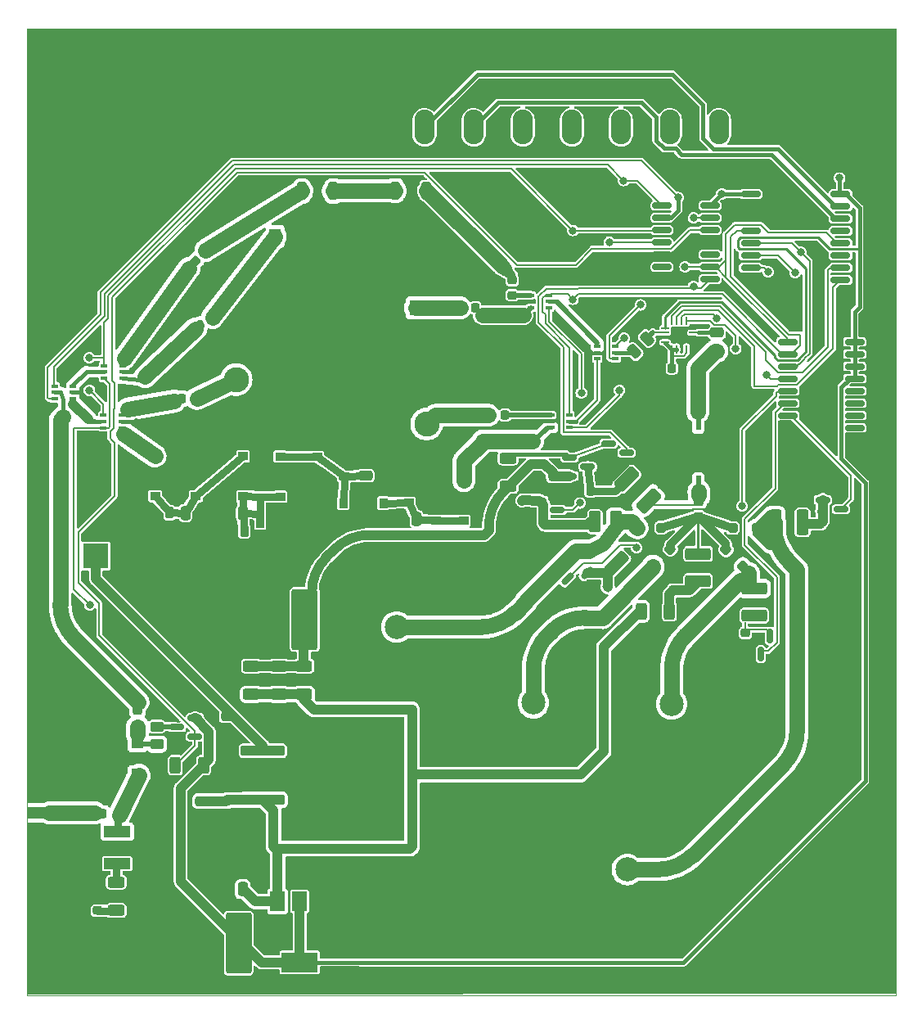
<source format=gbr>
%TF.GenerationSoftware,KiCad,Pcbnew,(7.0.0-0)*%
%TF.CreationDate,2023-05-05T23:20:31+02:00*%
%TF.ProjectId,Filter-forest-v3,46696c74-6572-42d6-966f-726573742d76,rev?*%
%TF.SameCoordinates,Original*%
%TF.FileFunction,Copper,L1,Top*%
%TF.FilePolarity,Positive*%
%FSLAX46Y46*%
G04 Gerber Fmt 4.6, Leading zero omitted, Abs format (unit mm)*
G04 Created by KiCad (PCBNEW (7.0.0-0)) date 2023-05-05 23:20:31*
%MOMM*%
%LPD*%
G01*
G04 APERTURE LIST*
G04 Aperture macros list*
%AMRoundRect*
0 Rectangle with rounded corners*
0 $1 Rounding radius*
0 $2 $3 $4 $5 $6 $7 $8 $9 X,Y pos of 4 corners*
0 Add a 4 corners polygon primitive as box body*
4,1,4,$2,$3,$4,$5,$6,$7,$8,$9,$2,$3,0*
0 Add four circle primitives for the rounded corners*
1,1,$1+$1,$2,$3*
1,1,$1+$1,$4,$5*
1,1,$1+$1,$6,$7*
1,1,$1+$1,$8,$9*
0 Add four rect primitives between the rounded corners*
20,1,$1+$1,$2,$3,$4,$5,0*
20,1,$1+$1,$4,$5,$6,$7,0*
20,1,$1+$1,$6,$7,$8,$9,0*
20,1,$1+$1,$8,$9,$2,$3,0*%
%AMFreePoly0*
4,1,9,3.862500,-0.866500,0.737500,-0.866500,0.737500,-0.450000,-0.737500,-0.450000,-0.737500,0.450000,0.737500,0.450000,0.737500,0.866500,3.862500,0.866500,3.862500,-0.866500,3.862500,-0.866500,$1*%
G04 Aperture macros list end*
%TA.AperFunction,SMDPad,CuDef*%
%ADD10RoundRect,0.250000X-0.375000X-0.850000X0.375000X-0.850000X0.375000X0.850000X-0.375000X0.850000X0*%
%TD*%
%TA.AperFunction,SMDPad,CuDef*%
%ADD11RoundRect,0.062500X-0.337500X-0.062500X0.337500X-0.062500X0.337500X0.062500X-0.337500X0.062500X0*%
%TD*%
%TA.AperFunction,SMDPad,CuDef*%
%ADD12RoundRect,0.062500X-0.062500X-0.337500X0.062500X-0.337500X0.062500X0.337500X-0.062500X0.337500X0*%
%TD*%
%TA.AperFunction,ComponentPad*%
%ADD13C,0.600000*%
%TD*%
%TA.AperFunction,SMDPad,CuDef*%
%ADD14RoundRect,0.250000X-0.600000X-0.600000X0.600000X-0.600000X0.600000X0.600000X-0.600000X0.600000X0*%
%TD*%
%TA.AperFunction,SMDPad,CuDef*%
%ADD15RoundRect,0.250000X-0.475000X0.250000X-0.475000X-0.250000X0.475000X-0.250000X0.475000X0.250000X0*%
%TD*%
%TA.AperFunction,SMDPad,CuDef*%
%ADD16RoundRect,0.250000X0.159099X-0.512652X0.512652X-0.159099X-0.159099X0.512652X-0.512652X0.159099X0*%
%TD*%
%TA.AperFunction,SMDPad,CuDef*%
%ADD17RoundRect,0.225000X-0.225000X-0.250000X0.225000X-0.250000X0.225000X0.250000X-0.225000X0.250000X0*%
%TD*%
%TA.AperFunction,SMDPad,CuDef*%
%ADD18R,2.700000X1.150000*%
%TD*%
%TA.AperFunction,SMDPad,CuDef*%
%ADD19RoundRect,0.250000X-1.025305X-0.494975X-0.494975X-1.025305X1.025305X0.494975X0.494975X1.025305X0*%
%TD*%
%TA.AperFunction,SMDPad,CuDef*%
%ADD20RoundRect,0.250000X-1.075000X0.375000X-1.075000X-0.375000X1.075000X-0.375000X1.075000X0.375000X0*%
%TD*%
%TA.AperFunction,SMDPad,CuDef*%
%ADD21RoundRect,0.250000X0.375000X1.075000X-0.375000X1.075000X-0.375000X-1.075000X0.375000X-1.075000X0*%
%TD*%
%TA.AperFunction,SMDPad,CuDef*%
%ADD22RoundRect,0.250000X1.075000X-0.375000X1.075000X0.375000X-1.075000X0.375000X-1.075000X-0.375000X0*%
%TD*%
%TA.AperFunction,SMDPad,CuDef*%
%ADD23RoundRect,0.250000X0.250000X0.475000X-0.250000X0.475000X-0.250000X-0.475000X0.250000X-0.475000X0*%
%TD*%
%TA.AperFunction,SMDPad,CuDef*%
%ADD24RoundRect,0.250000X-0.250000X-0.475000X0.250000X-0.475000X0.250000X0.475000X-0.250000X0.475000X0*%
%TD*%
%TA.AperFunction,SMDPad,CuDef*%
%ADD25R,0.650000X0.400000*%
%TD*%
%TA.AperFunction,SMDPad,CuDef*%
%ADD26RoundRect,0.250000X0.625000X-0.312500X0.625000X0.312500X-0.625000X0.312500X-0.625000X-0.312500X0*%
%TD*%
%TA.AperFunction,SMDPad,CuDef*%
%ADD27RoundRect,0.150000X-0.825000X-0.150000X0.825000X-0.150000X0.825000X0.150000X-0.825000X0.150000X0*%
%TD*%
%TA.AperFunction,ComponentPad*%
%ADD28O,2.600000X2.600000*%
%TD*%
%TA.AperFunction,ComponentPad*%
%ADD29R,2.600000X2.600000*%
%TD*%
%TA.AperFunction,SMDPad,CuDef*%
%ADD30RoundRect,0.152500X-0.152500X-0.470000X0.152500X-0.470000X0.152500X0.470000X-0.152500X0.470000X0*%
%TD*%
%TA.AperFunction,ComponentPad*%
%ADD31C,0.610000*%
%TD*%
%TA.AperFunction,SMDPad,CuDef*%
%ADD32RoundRect,0.249600X-0.270400X-0.650400X0.270400X-0.650400X0.270400X0.650400X-0.270400X0.650400X0*%
%TD*%
%TA.AperFunction,ComponentPad*%
%ADD33O,1.800000X1.000000*%
%TD*%
%TA.AperFunction,ComponentPad*%
%ADD34C,2.610000*%
%TD*%
%TA.AperFunction,SMDPad,CuDef*%
%ADD35RoundRect,0.250000X-0.625000X0.312500X-0.625000X-0.312500X0.625000X-0.312500X0.625000X0.312500X0*%
%TD*%
%TA.AperFunction,SMDPad,CuDef*%
%ADD36RoundRect,0.150000X0.587500X0.150000X-0.587500X0.150000X-0.587500X-0.150000X0.587500X-0.150000X0*%
%TD*%
%TA.AperFunction,ComponentPad*%
%ADD37C,3.500000*%
%TD*%
%TA.AperFunction,ComponentPad*%
%ADD38C,2.500000*%
%TD*%
%TA.AperFunction,SMDPad,CuDef*%
%ADD39RoundRect,0.150000X-0.309359X-0.521491X0.521491X0.309359X0.309359X0.521491X-0.521491X-0.309359X0*%
%TD*%
%TA.AperFunction,SMDPad,CuDef*%
%ADD40RoundRect,0.225000X0.225000X0.250000X-0.225000X0.250000X-0.225000X-0.250000X0.225000X-0.250000X0*%
%TD*%
%TA.AperFunction,SMDPad,CuDef*%
%ADD41RoundRect,0.225000X0.250000X-0.225000X0.250000X0.225000X-0.250000X0.225000X-0.250000X-0.225000X0*%
%TD*%
%TA.AperFunction,SMDPad,CuDef*%
%ADD42RoundRect,0.218750X0.218750X0.381250X-0.218750X0.381250X-0.218750X-0.381250X0.218750X-0.381250X0*%
%TD*%
%TA.AperFunction,SMDPad,CuDef*%
%ADD43RoundRect,0.250000X0.450000X-0.262500X0.450000X0.262500X-0.450000X0.262500X-0.450000X-0.262500X0*%
%TD*%
%TA.AperFunction,SMDPad,CuDef*%
%ADD44R,1.000000X0.850000*%
%TD*%
%TA.AperFunction,SMDPad,CuDef*%
%ADD45R,0.850000X1.000000*%
%TD*%
%TA.AperFunction,SMDPad,CuDef*%
%ADD46RoundRect,0.250000X0.250000X0.250000X-0.250000X0.250000X-0.250000X-0.250000X0.250000X-0.250000X0*%
%TD*%
%TA.AperFunction,SMDPad,CuDef*%
%ADD47RoundRect,0.225000X-0.250000X0.225000X-0.250000X-0.225000X0.250000X-0.225000X0.250000X0.225000X0*%
%TD*%
%TA.AperFunction,SMDPad,CuDef*%
%ADD48RoundRect,0.250000X0.475000X-0.250000X0.475000X0.250000X-0.475000X0.250000X-0.475000X-0.250000X0*%
%TD*%
%TA.AperFunction,SMDPad,CuDef*%
%ADD49RoundRect,0.250000X-2.050000X-0.300000X2.050000X-0.300000X2.050000X0.300000X-2.050000X0.300000X0*%
%TD*%
%TA.AperFunction,SMDPad,CuDef*%
%ADD50RoundRect,0.250000X-2.025000X-2.375000X2.025000X-2.375000X2.025000X2.375000X-2.025000X2.375000X0*%
%TD*%
%TA.AperFunction,SMDPad,CuDef*%
%ADD51RoundRect,0.250002X-4.449998X-5.149998X4.449998X-5.149998X4.449998X5.149998X-4.449998X5.149998X0*%
%TD*%
%TA.AperFunction,ComponentPad*%
%ADD52C,5.600000*%
%TD*%
%TA.AperFunction,SMDPad,CuDef*%
%ADD53RoundRect,0.250000X0.312500X0.625000X-0.312500X0.625000X-0.312500X-0.625000X0.312500X-0.625000X0*%
%TD*%
%TA.AperFunction,SMDPad,CuDef*%
%ADD54RoundRect,0.250000X1.087500X2.900000X-1.087500X2.900000X-1.087500X-2.900000X1.087500X-2.900000X0*%
%TD*%
%TA.AperFunction,SMDPad,CuDef*%
%ADD55RoundRect,0.250000X0.000000X-0.353553X0.353553X0.000000X0.000000X0.353553X-0.353553X0.000000X0*%
%TD*%
%TA.AperFunction,SMDPad,CuDef*%
%ADD56RoundRect,0.225000X0.017678X-0.335876X0.335876X-0.017678X-0.017678X0.335876X-0.335876X0.017678X0*%
%TD*%
%TA.AperFunction,SMDPad,CuDef*%
%ADD57R,0.510000X1.020000*%
%TD*%
%TA.AperFunction,SMDPad,CuDef*%
%ADD58R,4.200000X4.020000*%
%TD*%
%TA.AperFunction,SMDPad,CuDef*%
%ADD59RoundRect,0.150000X-0.587500X-0.150000X0.587500X-0.150000X0.587500X0.150000X-0.587500X0.150000X0*%
%TD*%
%TA.AperFunction,SMDPad,CuDef*%
%ADD60RoundRect,0.218750X0.381250X-0.218750X0.381250X0.218750X-0.381250X0.218750X-0.381250X-0.218750X0*%
%TD*%
%TA.AperFunction,SMDPad,CuDef*%
%ADD61R,4.200000X1.350000*%
%TD*%
%TA.AperFunction,SMDPad,CuDef*%
%ADD62R,3.600000X1.270000*%
%TD*%
%TA.AperFunction,SMDPad,CuDef*%
%ADD63RoundRect,0.250000X-1.069499X-0.486136X-0.486136X-1.069499X1.069499X0.486136X0.486136X1.069499X0*%
%TD*%
%TA.AperFunction,SMDPad,CuDef*%
%ADD64RoundRect,0.225000X-0.069856X-0.329006X0.319856X-0.104006X0.069856X0.329006X-0.319856X0.104006X0*%
%TD*%
%TA.AperFunction,SMDPad,CuDef*%
%ADD65R,1.200000X1.600000*%
%TD*%
%TA.AperFunction,SMDPad,CuDef*%
%ADD66RoundRect,0.250000X-0.250000X-0.250000X0.250000X-0.250000X0.250000X0.250000X-0.250000X0.250000X0*%
%TD*%
%TA.AperFunction,SMDPad,CuDef*%
%ADD67RoundRect,0.150000X0.150000X-0.587500X0.150000X0.587500X-0.150000X0.587500X-0.150000X-0.587500X0*%
%TD*%
%TA.AperFunction,ComponentPad*%
%ADD68O,2.080000X3.600000*%
%TD*%
%TA.AperFunction,ComponentPad*%
%ADD69RoundRect,0.249999X0.790001X1.550001X-0.790001X1.550001X-0.790001X-1.550001X0.790001X-1.550001X0*%
%TD*%
%TA.AperFunction,SMDPad,CuDef*%
%ADD70RoundRect,0.250000X0.353553X0.000000X0.000000X0.353553X-0.353553X0.000000X0.000000X-0.353553X0*%
%TD*%
%TA.AperFunction,SMDPad,CuDef*%
%ADD71RoundRect,0.150000X-0.875000X-0.150000X0.875000X-0.150000X0.875000X0.150000X-0.875000X0.150000X0*%
%TD*%
%TA.AperFunction,SMDPad,CuDef*%
%ADD72RoundRect,0.150000X-0.837500X-0.150000X0.837500X-0.150000X0.837500X0.150000X-0.837500X0.150000X0*%
%TD*%
%TA.AperFunction,SMDPad,CuDef*%
%ADD73R,1.300000X0.900000*%
%TD*%
%TA.AperFunction,SMDPad,CuDef*%
%ADD74FreePoly0,180.000000*%
%TD*%
%TA.AperFunction,SMDPad,CuDef*%
%ADD75R,1.500000X2.000000*%
%TD*%
%TA.AperFunction,SMDPad,CuDef*%
%ADD76R,3.800000X2.000000*%
%TD*%
%TA.AperFunction,ViaPad*%
%ADD77C,0.800000*%
%TD*%
%TA.AperFunction,Conductor*%
%ADD78C,0.200000*%
%TD*%
%TA.AperFunction,Conductor*%
%ADD79C,0.400000*%
%TD*%
%TA.AperFunction,Conductor*%
%ADD80C,0.450000*%
%TD*%
%TA.AperFunction,Conductor*%
%ADD81C,1.000000*%
%TD*%
%TA.AperFunction,Conductor*%
%ADD82C,0.500000*%
%TD*%
%TA.AperFunction,Conductor*%
%ADD83C,1.600000*%
%TD*%
%TA.AperFunction,Conductor*%
%ADD84C,0.250000*%
%TD*%
%TA.AperFunction,Conductor*%
%ADD85C,0.800000*%
%TD*%
%TA.AperFunction,Conductor*%
%ADD86C,1.400000*%
%TD*%
%TA.AperFunction,Conductor*%
%ADD87C,0.850000*%
%TD*%
%TA.AperFunction,Profile*%
%ADD88C,0.100000*%
%TD*%
G04 APERTURE END LIST*
D10*
%TO.P,L116,2,2*%
%TO.N,/RFOUT23*%
X137182500Y-81000000D03*
%TO.P,L116,1,1*%
%TO.N,Net-(Q102-D)*%
X135032500Y-81000000D03*
%TD*%
D11*
%TO.P,U106,1,VDD*%
%TO.N,VDD*%
X142300000Y-60940000D03*
%TO.P,U106,2,RF1*%
%TO.N,Net-(U106-RF1)*%
X142300000Y-61440000D03*
%TO.P,U106,3,NC*%
%TO.N,GND*%
X142300000Y-61940000D03*
%TO.P,U106,4,RFGND1*%
%TO.N,Net-(U106-RFGND1)*%
X142300000Y-62440000D03*
D12*
%TO.P,U106,5,RFGND2*%
X143000000Y-63140000D03*
%TO.P,U106,6,RFGND3*%
X143500000Y-63140000D03*
%TO.P,U106,7,NC*%
%TO.N,GND*%
X144000000Y-63140000D03*
%TO.P,U106,8,RFGND4*%
%TO.N,Net-(U106-RFGND1)*%
X144500000Y-63140000D03*
D11*
%TO.P,U106,9,NC*%
%TO.N,GND*%
X145200000Y-62440000D03*
%TO.P,U106,10,NC*%
X145200000Y-61940000D03*
%TO.P,U106,11,RF2*%
%TO.N,Net-(U106-RF2)*%
X145200000Y-61440000D03*
%TO.P,U106,12,NC*%
%TO.N,GND*%
X145200000Y-60940000D03*
D12*
%TO.P,U106,13,V1*%
%TO.N,Net-(U101-P2)*%
X144500000Y-60240000D03*
%TO.P,U106,14,V2*%
%TO.N,Net-(U101-P3)*%
X144000000Y-60240000D03*
%TO.P,U106,15,V3*%
%TO.N,Net-(U101-P4)*%
X143500000Y-60240000D03*
%TO.P,U106,16,V4*%
%TO.N,Net-(U101-P5)*%
X143000000Y-60240000D03*
D13*
%TO.P,U106,17,GND*%
%TO.N,GND*%
X144300000Y-61140000D03*
X143200000Y-62240000D03*
X143200000Y-61140000D03*
X144300000Y-62240000D03*
X143750000Y-62240000D03*
X143750000Y-61140000D03*
X143200000Y-61690000D03*
X144300000Y-61690000D03*
X143750000Y-61690000D03*
D14*
X143750000Y-61690000D03*
%TD*%
D15*
%TO.P,C119,2*%
%TO.N,RF_Filtered*%
X147640000Y-63340000D03*
%TO.P,C119,1*%
%TO.N,Net-(U106-RF2)*%
X147640000Y-61440000D03*
%TD*%
D16*
%TO.P,C118,2*%
%TO.N,Net-(U106-RF1)*%
X140421751Y-62038249D03*
%TO.P,C118,1*%
%TO.N,Net-(U114-J1)*%
X139078249Y-63381751D03*
%TD*%
D17*
%TO.P,C117,2*%
%TO.N,Net-(U106-RFGND1)*%
X142985000Y-65100000D03*
%TO.P,C117,1*%
%TO.N,GND*%
X141435000Y-65100000D03*
%TD*%
D18*
%TO.P,L111,1,1*%
%TO.N,Net-(C129-Pad2)*%
X85579999Y-113049999D03*
%TO.P,L111,2,2*%
%TO.N,Net-(L111-Pad2)*%
X85579999Y-116349999D03*
%TD*%
D19*
%TO.P,L119,2,2*%
%TO.N,/RFOUT2*%
X139279949Y-87269949D03*
%TO.P,L119,1,1*%
%TO.N,Net-(Q105-D)*%
X137300051Y-85290051D03*
%TD*%
D20*
%TO.P,L105,2,2*%
%TO.N,Net-(C141-Pad2)*%
X145710000Y-87117500D03*
%TO.P,L105,1,1*%
%TO.N,Net-(D104-A)*%
X145710000Y-84317500D03*
%TD*%
D21*
%TO.P,L121,2,2*%
%TO.N,/RFOUT6*%
X153700000Y-81050000D03*
%TO.P,L121,1,1*%
%TO.N,Net-(Q108-D)*%
X156500000Y-81050000D03*
%TD*%
D22*
%TO.P,L120,2,2*%
%TO.N,/RFOUT70*%
X151520000Y-87902500D03*
%TO.P,L120,1,1*%
%TO.N,Net-(Q107-D)*%
X151520000Y-90702500D03*
%TD*%
D23*
%TO.P,C109,2*%
%TO.N,GND*%
X96680000Y-80100000D03*
%TO.P,C109,1*%
%TO.N,Net-(C103-Pad1)*%
X98580000Y-80100000D03*
%TD*%
D24*
%TO.P,C107,2*%
%TO.N,GND*%
X94540000Y-80090000D03*
%TO.P,C107,1*%
%TO.N,Net-(C102-Pad1)*%
X92640000Y-80090000D03*
%TD*%
D25*
%TO.P,U107,6,V2*%
%TO.N,VC1_L*%
X84219999Y-66149999D03*
%TO.P,U107,5,J1*%
%TO.N,Net-(U104-J2)*%
X84219999Y-65499999D03*
%TO.P,U107,4,V1*%
%TO.N,VC1*%
X84219999Y-64849999D03*
%TO.P,U107,3,J2*%
%TO.N,Net-(U107-J2)*%
X86119999Y-64849999D03*
%TO.P,U107,2,GND*%
%TO.N,GND*%
X86119999Y-65499999D03*
%TO.P,U107,1,J3*%
%TO.N,Net-(U107-J3)*%
X86119999Y-66149999D03*
%TD*%
D26*
%TO.P,R106,2*%
%TO.N,Net-(Q104-G)*%
X126040000Y-74397500D03*
%TO.P,R106,1*%
%TO.N,+11V*%
X126040000Y-77322500D03*
%TD*%
D27*
%TO.P,U105,14,VCC*%
%TO.N,VDD*%
X146925000Y-48280000D03*
%TO.P,U105,13*%
%TO.N,Net-(Q110-G)*%
X146925000Y-49550000D03*
%TO.P,U105,12*%
%TO.N,Net-(Q101-G)*%
X146925000Y-50820000D03*
%TO.P,U105,11*%
%TO.N,GND*%
X146925000Y-52090000D03*
%TO.P,U105,10*%
%TO.N,unconnected-(U105-Pad10)*%
X146925000Y-53360000D03*
%TO.P,U105,9*%
%TO.N,/TXEN_L*%
X146925000Y-54630000D03*
%TO.P,U105,8*%
%TO.N,Net-(Q110-G)*%
X146925000Y-55900000D03*
%TO.P,U105,7,GND*%
%TO.N,GND*%
X141975000Y-55900000D03*
%TO.P,U105,6*%
%TO.N,unconnected-(U105-Pad6)*%
X141975000Y-54630000D03*
%TO.P,U105,5*%
%TO.N,GND*%
X141975000Y-53360000D03*
%TO.P,U105,4*%
%TO.N,VC1_L*%
X141975000Y-52090000D03*
%TO.P,U105,3*%
%TO.N,VC1*%
X141975000Y-50820000D03*
%TO.P,U105,2*%
%TO.N,VC2_L*%
X141975000Y-49550000D03*
%TO.P,U105,1*%
%TO.N,VC2*%
X141975000Y-48280000D03*
%TD*%
D28*
%TO.P,D108,2,A*%
%TO.N,GND*%
X83369999Y-99789999D03*
D29*
%TO.P,D108,1,K*%
%TO.N,/+15V*%
X83369999Y-84549999D03*
%TD*%
D30*
%TO.P,FL104,4,GND*%
%TO.N,GND*%
X106325000Y-45862500D03*
D31*
X106325000Y-45685000D03*
D32*
%TO.P,FL104,3,OUT*%
%TO.N,Net-(FL104-OUT)*%
X107950000Y-46790000D03*
D31*
%TO.P,FL104,2,GND*%
%TO.N,GND*%
X106325000Y-47895000D03*
D30*
X106325000Y-47717500D03*
D32*
%TO.P,FL104,1,IN*%
%TO.N,Net-(FL104-IN)*%
X104700000Y-46790000D03*
%TD*%
D33*
%TO.P,FL101,GND,MID-*%
%TO.N,GND*%
X115219999Y-72289999D03*
X115119999Y-64889999D03*
X107719999Y-72289999D03*
X107619999Y-64889999D03*
D34*
X105420000Y-66290000D03*
D33*
X100219999Y-72289999D03*
X100119999Y-64889999D03*
D34*
%TO.P,FL101,5,IN+*%
%TO.N,Net-(FL101-IN+)*%
X97903520Y-66286160D03*
%TO.P,FL101,3,OUT-*%
%TO.N,GND*%
X117610000Y-66280000D03*
%TO.P,FL101,2,OUT+*%
%TO.N,Net-(FL101-OUT+)*%
X117610000Y-70880000D03*
%TO.P,FL101,1,IN-*%
%TO.N,GND*%
X97903520Y-70886160D03*
%TD*%
D35*
%TO.P,R107,2*%
%TO.N,+12V*%
X104900000Y-98852500D03*
%TO.P,R107,1*%
%TO.N,+11V*%
X104900000Y-95927500D03*
%TD*%
D36*
%TO.P,Q108,3,D*%
%TO.N,Net-(Q108-D)*%
X158602500Y-78730000D03*
%TO.P,Q108,2,S*%
%TO.N,GND*%
X160477500Y-77780000D03*
%TO.P,Q108,1,G*%
%TO.N,Net-(Q108-G)*%
X160477500Y-79680000D03*
%TD*%
D37*
%TO.P,J108,2,Ext*%
%TO.N,GND*%
X132960000Y-104010000D03*
X132960000Y-95410000D03*
X124360000Y-103910000D03*
X124260000Y-95410000D03*
D38*
%TO.P,J108,1,In*%
%TO.N,/RFOUT2*%
X128660000Y-99710000D03*
%TD*%
D39*
%TO.P,Q105,3,D*%
%TO.N,Net-(Q105-D)*%
X134222913Y-86267087D03*
%TO.P,Q105,2,S*%
%TO.N,GND*%
X133568839Y-88264664D03*
%TO.P,Q105,1,G*%
%TO.N,Net-(Q105-G)*%
X132225336Y-86921161D03*
%TD*%
D40*
%TO.P,C150,2*%
%TO.N,GND*%
X129102500Y-76290000D03*
%TO.P,C150,1*%
%TO.N,+11V*%
X130652500Y-76290000D03*
%TD*%
D35*
%TO.P,R108,2*%
%TO.N,+12V*%
X102300000Y-98852500D03*
%TO.P,R108,1*%
%TO.N,+11V*%
X102300000Y-95927500D03*
%TD*%
D41*
%TO.P,C137,2*%
%TO.N,GND*%
X83500000Y-119665000D03*
%TO.P,C137,1*%
%TO.N,Net-(C137-Pad1)*%
X83500000Y-121215000D03*
%TD*%
D42*
%TO.P,L102,2*%
%TO.N,GND*%
X96607500Y-81960000D03*
%TO.P,L102,1*%
%TO.N,Net-(C103-Pad1)*%
X98732500Y-81960000D03*
%TD*%
D43*
%TO.P,L112,2,2*%
%TO.N,Net-(Q101-D)*%
X89680000Y-102177500D03*
%TO.P,L112,1,1*%
%TO.N,/RF1*%
X89680000Y-104002500D03*
%TD*%
D44*
%TO.P,C102,2*%
%TO.N,Net-(U108-J3)*%
X89509999Y-74194999D03*
%TO.P,C102,1*%
%TO.N,Net-(C102-Pad1)*%
X89509999Y-78344999D03*
%TD*%
D23*
%TO.P,C113,2*%
%TO.N,GND*%
X114660000Y-80700000D03*
%TO.P,C113,1*%
%TO.N,Net-(C105-Pad1)*%
X116560000Y-80700000D03*
%TD*%
D44*
%TO.P,C104,2*%
%TO.N,Net-(C103-Pad1)*%
X102459999Y-78404999D03*
%TO.P,C104,1*%
%TO.N,Net-(C104-Pad1)*%
X102459999Y-74254999D03*
%TD*%
D25*
%TO.P,U115,6,V2*%
%TO.N,VC1*%
X130289999Y-57569999D03*
%TO.P,U115,5,J1*%
%TO.N,Net-(U114-J3)*%
X130289999Y-58219999D03*
%TO.P,U115,4,V1*%
%TO.N,VC1_L*%
X130289999Y-58869999D03*
%TO.P,U115,3,J2*%
%TO.N,Net-(U115-J2)*%
X128389999Y-58869999D03*
%TO.P,U115,2,GND*%
%TO.N,GND*%
X128389999Y-58219999D03*
%TO.P,U115,1,J3*%
%TO.N,Net-(U115-J3)*%
X128389999Y-57569999D03*
%TD*%
D41*
%TO.P,C153,2*%
%TO.N,+12V*%
X96837500Y-109895000D03*
%TO.P,C153,1*%
%TO.N,GND*%
X96837500Y-111445000D03*
%TD*%
D45*
%TO.P,C105,2*%
%TO.N,Net-(C104-Pad1)*%
X108974999Y-79059999D03*
%TO.P,C105,1*%
%TO.N,Net-(C105-Pad1)*%
X113124999Y-79059999D03*
%TD*%
D17*
%TO.P,C129,2*%
%TO.N,Net-(C129-Pad2)*%
X85620000Y-111160000D03*
%TO.P,C129,1*%
%TO.N,Net-(J102-In)*%
X84070000Y-111160000D03*
%TD*%
D46*
%TO.P,D109,2,A*%
%TO.N,Net-(D104-A)*%
X149280000Y-81620000D03*
%TO.P,D109,1,K*%
%TO.N,/RFOUT6*%
X151780000Y-81620000D03*
%TD*%
D37*
%TO.P,J106,2,Ext*%
%TO.N,GND*%
X118810000Y-96180000D03*
X118810000Y-87580000D03*
X110210000Y-96080000D03*
X110110000Y-87580000D03*
D38*
%TO.P,J106,1,In*%
%TO.N,/RFOUT23*%
X114510000Y-91880000D03*
%TD*%
D35*
%TO.P,R105,2*%
%TO.N,+12V*%
X99470000Y-98852500D03*
%TO.P,R105,1*%
%TO.N,+11V*%
X99470000Y-95927500D03*
%TD*%
D47*
%TO.P,C143,2*%
%TO.N,Net-(D104-A)*%
X145750000Y-80445000D03*
%TO.P,C143,1*%
%TO.N,Net-(U109-RF_OUT)*%
X145750000Y-78895000D03*
%TD*%
D36*
%TO.P,Q110,3,D*%
%TO.N,Net-(Q104-G)*%
X136422500Y-72910000D03*
%TO.P,Q110,2,S*%
%TO.N,GND*%
X138297500Y-71960000D03*
%TO.P,Q110,1,G*%
%TO.N,Net-(Q110-G)*%
X138297500Y-73860000D03*
%TD*%
D35*
%TO.P,R102,2*%
%TO.N,Net-(C137-Pad1)*%
X85480000Y-121192500D03*
%TO.P,R102,1*%
%TO.N,Net-(L111-Pad2)*%
X85480000Y-118267500D03*
%TD*%
D17*
%TO.P,C115,2*%
%TO.N,Net-(U115-J2)*%
X122635000Y-58870000D03*
%TO.P,C115,1*%
%TO.N,Net-(FL109-OUT)*%
X121085000Y-58870000D03*
%TD*%
D48*
%TO.P,C111,2*%
%TO.N,GND*%
X111290000Y-74320000D03*
%TO.P,C111,1*%
%TO.N,Net-(C104-Pad1)*%
X111290000Y-76220000D03*
%TD*%
D49*
%TO.P,U112,3,OUT*%
%TO.N,+12V*%
X100670000Y-109770000D03*
D50*
%TO.P,U112,2,GND*%
%TO.N,GND*%
X112245000Y-110005000D03*
X112245000Y-104455000D03*
D51*
X109820000Y-107230000D03*
D50*
X107395000Y-110005000D03*
X107395000Y-104455000D03*
D49*
%TO.P,U112,1,IN*%
%TO.N,/+15V*%
X100670000Y-104690000D03*
%TD*%
D44*
%TO.P,C106,2*%
%TO.N,Net-(C105-Pad1)*%
X121459999Y-80894999D03*
%TO.P,C106,1*%
%TO.N,Net-(U113-J2)*%
X121459999Y-76744999D03*
%TD*%
D23*
%TO.P,C152,2*%
%TO.N,GND*%
X96672500Y-119000000D03*
%TO.P,C152,1*%
%TO.N,+12V*%
X98572500Y-119000000D03*
%TD*%
D36*
%TO.P,Q102,3,D*%
%TO.N,Net-(Q102-D)*%
X129272500Y-78810000D03*
%TO.P,Q102,2,S*%
%TO.N,GND*%
X131147500Y-77860000D03*
%TO.P,Q102,1,G*%
%TO.N,Net-(Q102-G)*%
X131147500Y-79760000D03*
%TD*%
D17*
%TO.P,C131,2*%
%TO.N,Net-(FL101-IN+)*%
X93825000Y-68250000D03*
%TO.P,C131,1*%
%TO.N,Net-(U108-J2)*%
X92275000Y-68250000D03*
%TD*%
D30*
%TO.P,FL105,4,GND*%
%TO.N,GND*%
X115975000Y-45812500D03*
D31*
X115975000Y-45635000D03*
D32*
%TO.P,FL105,3,OUT*%
%TO.N,Net-(FL105-OUT)*%
X117600000Y-46740000D03*
D31*
%TO.P,FL105,2,GND*%
%TO.N,GND*%
X115975000Y-47845000D03*
D30*
X115975000Y-47667500D03*
D32*
%TO.P,FL105,1,IN*%
%TO.N,Net-(FL104-OUT)*%
X114350000Y-46740000D03*
%TD*%
D52*
%TO.P,H102,1,1*%
%TO.N,GND*%
X162248804Y-33504383D03*
%TD*%
D41*
%TO.P,C157,2*%
%TO.N,Net-(Q107-D)*%
X150610000Y-92497500D03*
%TO.P,C157,1*%
%TO.N,GND*%
X150610000Y-94047500D03*
%TD*%
D25*
%TO.P,U104,6,V2*%
%TO.N,VC2_L*%
X79099999Y-68259999D03*
%TO.P,U104,5,J1*%
%TO.N,/RFCIN*%
X79099999Y-67609999D03*
%TO.P,U104,4,V1*%
%TO.N,VC2*%
X79099999Y-66959999D03*
%TO.P,U104,3,J2*%
%TO.N,Net-(U104-J2)*%
X80999999Y-66959999D03*
%TO.P,U104,2,GND*%
%TO.N,GND*%
X80999999Y-67609999D03*
%TO.P,U104,1,J3*%
%TO.N,Net-(U104-J3)*%
X80999999Y-68259999D03*
%TD*%
D44*
%TO.P,C112,2*%
%TO.N,GND*%
X106279999Y-78414999D03*
%TO.P,C112,1*%
%TO.N,Net-(C104-Pad1)*%
X106279999Y-74264999D03*
%TD*%
D37*
%TO.P,J110,2,Ext*%
%TO.N,GND*%
X142680000Y-121260000D03*
X142680000Y-112660000D03*
X134080000Y-121160000D03*
X133980000Y-112660000D03*
D38*
%TO.P,J110,1,In*%
%TO.N,/RFOUT6*%
X138380000Y-116960000D03*
%TD*%
D53*
%TO.P,R104,2*%
%TO.N,+12V*%
X139807500Y-90240000D03*
%TO.P,R104,1*%
%TO.N,Net-(C141-Pad2)*%
X142732500Y-90240000D03*
%TD*%
D52*
%TO.P,H104,1,1*%
%TO.N,GND*%
X79748804Y-33504383D03*
%TD*%
D25*
%TO.P,U114,6,V2*%
%TO.N,VC2*%
X137159999Y-62849999D03*
%TO.P,U114,5,J1*%
%TO.N,Net-(U114-J1)*%
X137159999Y-63499999D03*
%TO.P,U114,4,V1*%
%TO.N,VC2_L*%
X137159999Y-64149999D03*
%TO.P,U114,3,J2*%
%TO.N,Net-(U113-J1)*%
X135259999Y-64149999D03*
%TO.P,U114,2,GND*%
%TO.N,GND*%
X135259999Y-63499999D03*
%TO.P,U114,1,J3*%
%TO.N,Net-(U114-J3)*%
X135259999Y-62849999D03*
%TD*%
D54*
%TO.P,C151,2*%
%TO.N,GND*%
X92277500Y-124580000D03*
%TO.P,C151,1*%
%TO.N,VDD*%
X98152500Y-124580000D03*
%TD*%
%TO.P,C154,2*%
%TO.N,GND*%
X99117500Y-91110000D03*
%TO.P,C154,1*%
%TO.N,+11V*%
X104992500Y-91110000D03*
%TD*%
D55*
%TO.P,D106,2,A*%
%TO.N,Net-(D104-A)*%
X142813883Y-83821117D03*
%TO.P,D106,1,K*%
%TO.N,/RFOUT2*%
X141046117Y-85588883D03*
%TD*%
D56*
%TO.P,C149,2*%
%TO.N,Net-(Q105-D)*%
X136348008Y-87741992D03*
%TO.P,C149,1*%
%TO.N,GND*%
X135251992Y-88838008D03*
%TD*%
D57*
%TO.P,U109,OUT,RF_OUT*%
%TO.N,Net-(U109-RF_OUT)*%
X145727499Y-76759999D03*
%TO.P,U109,IN,RF_IN*%
%TO.N,RF_Filtered*%
X145727499Y-70979999D03*
%TO.P,U109,GND,GND*%
%TO.N,GND*%
X143182499Y-76614999D03*
X144452499Y-76614999D03*
X146992499Y-76614999D03*
D58*
X145087499Y-73859999D03*
D57*
X143182499Y-71104999D03*
X144452499Y-71104999D03*
X146992499Y-71104999D03*
D13*
%TO.P,U109,EP,EP*%
X143725000Y-78475600D03*
X142950000Y-77692400D03*
X144312500Y-77692400D03*
X141787500Y-77300800D03*
X148375000Y-77300800D03*
X149150000Y-76909200D03*
X141787500Y-76517600D03*
X148375000Y-76517600D03*
X149150000Y-76126000D03*
X141787500Y-75734400D03*
X148375000Y-75734400D03*
X143725000Y-75460000D03*
X144500000Y-75460000D03*
X145275000Y-75460000D03*
X146050000Y-75460000D03*
X146825000Y-75460000D03*
X149150000Y-75342800D03*
X141787500Y-74951200D03*
X148375000Y-74951200D03*
X143337500Y-74810000D03*
X144112500Y-74810000D03*
X144887500Y-74810000D03*
X145662500Y-74810000D03*
X146437500Y-74810000D03*
X149150000Y-74559600D03*
X141787500Y-74168000D03*
X148375000Y-74168000D03*
X143725000Y-74160000D03*
X144500000Y-74160000D03*
X145275000Y-74160000D03*
X146050000Y-74160000D03*
X146825000Y-74160000D03*
X149150000Y-73776400D03*
X143337500Y-73510000D03*
X144112500Y-73510000D03*
X144887500Y-73510000D03*
X145662500Y-73510000D03*
X146437500Y-73510000D03*
X141787500Y-73384800D03*
X148375000Y-73384800D03*
X149150000Y-72993200D03*
X143725000Y-72885000D03*
X144500000Y-72860000D03*
X145275000Y-72860000D03*
X146050000Y-72860000D03*
X146825000Y-72860000D03*
X141787500Y-72601600D03*
X148375000Y-72601600D03*
X144112500Y-72210000D03*
X144887500Y-72210000D03*
X145662500Y-72210000D03*
X146437500Y-72210000D03*
X149150000Y-72210000D03*
X143327500Y-72200000D03*
X141787500Y-71818400D03*
X148375000Y-71818400D03*
X149150000Y-71426800D03*
X141787500Y-71035200D03*
X148375000Y-71035200D03*
X141787500Y-70252000D03*
X148375000Y-70252000D03*
X143925000Y-69870000D03*
X147412500Y-69870000D03*
X142950000Y-69860400D03*
X143725000Y-69077200D03*
X147987500Y-69077200D03*
X143925000Y-68294000D03*
X147412500Y-68294000D03*
X143725000Y-67510800D03*
X147987500Y-67510800D03*
%TD*%
D42*
%TO.P,L101,2*%
%TO.N,GND*%
X88887500Y-80050000D03*
%TO.P,L101,1*%
%TO.N,Net-(C102-Pad1)*%
X91012500Y-80050000D03*
%TD*%
D40*
%TO.P,C158,2*%
%TO.N,Net-(Q108-D)*%
X158305000Y-81220000D03*
%TO.P,C158,1*%
%TO.N,GND*%
X159855000Y-81220000D03*
%TD*%
D25*
%TO.P,U113,6,V2*%
%TO.N,VC1*%
X132389999Y-69949999D03*
%TO.P,U113,5,J1*%
%TO.N,Net-(U113-J1)*%
X132389999Y-70599999D03*
%TO.P,U113,4,V1*%
%TO.N,VC1_L*%
X132389999Y-71249999D03*
%TO.P,U113,3,J2*%
%TO.N,Net-(U113-J2)*%
X130489999Y-71249999D03*
%TO.P,U113,2,GND*%
%TO.N,GND*%
X130489999Y-70599999D03*
%TO.P,U113,1,J3*%
%TO.N,Net-(U113-J3)*%
X130489999Y-69949999D03*
%TD*%
D59*
%TO.P,Q104,3,D*%
%TO.N,Net-(Q104-D)*%
X134285000Y-75320000D03*
%TO.P,Q104,2,S*%
%TO.N,+11V*%
X132410000Y-76270000D03*
%TO.P,Q104,1,G*%
%TO.N,Net-(Q104-G)*%
X132410000Y-74370000D03*
%TD*%
D17*
%TO.P,C144,2*%
%TO.N,Net-(Q102-D)*%
X129905000Y-81320000D03*
%TO.P,C144,1*%
%TO.N,GND*%
X128355000Y-81320000D03*
%TD*%
D60*
%TO.P,L103,2*%
%TO.N,GND*%
X109140000Y-74207500D03*
%TO.P,L103,1*%
%TO.N,Net-(C104-Pad1)*%
X109140000Y-76332500D03*
%TD*%
D47*
%TO.P,C116,2*%
%TO.N,Net-(U115-J3)*%
X126480000Y-57565000D03*
%TO.P,C116,1*%
%TO.N,Net-(FL105-OUT)*%
X126480000Y-56015000D03*
%TD*%
D37*
%TO.P,J109,2,Ext*%
%TO.N,GND*%
X147270000Y-104140000D03*
X147270000Y-95540000D03*
X138670000Y-104040000D03*
X138570000Y-95540000D03*
D38*
%TO.P,J109,1,In*%
%TO.N,/RFOUT70*%
X142970000Y-99840000D03*
%TD*%
D25*
%TO.P,U108,6,V2*%
%TO.N,VC1_L*%
X84159999Y-71269999D03*
%TO.P,U108,5,J1*%
%TO.N,Net-(U104-J3)*%
X84159999Y-70619999D03*
%TO.P,U108,4,V1*%
%TO.N,VC1*%
X84159999Y-69969999D03*
%TO.P,U108,3,J2*%
%TO.N,Net-(U108-J2)*%
X86059999Y-69969999D03*
%TO.P,U108,2,GND*%
%TO.N,GND*%
X86059999Y-70619999D03*
%TO.P,U108,1,J3*%
%TO.N,Net-(U108-J3)*%
X86059999Y-71269999D03*
%TD*%
D44*
%TO.P,C103,2*%
%TO.N,Net-(C102-Pad1)*%
X98599999Y-74224999D03*
%TO.P,C103,1*%
%TO.N,Net-(C103-Pad1)*%
X98599999Y-78374999D03*
%TD*%
D61*
%TO.P,J102,2,Ext*%
%TO.N,GND*%
X78332499Y-113904999D03*
X78332499Y-108254999D03*
D62*
%TO.P,J102,1,In*%
%TO.N,Net-(J102-In)*%
X78132499Y-111079999D03*
%TD*%
D63*
%TO.P,L117,2,2*%
%TO.N,Net-(U109-RF_OUT)*%
X140554854Y-78804854D03*
%TO.P,L117,1,1*%
%TO.N,Net-(Q104-D)*%
X138345146Y-76595146D03*
%TD*%
D64*
%TO.P,C133,2*%
%TO.N,Net-(FL109-IN)*%
X95441170Y-59862500D03*
%TO.P,C133,1*%
%TO.N,Net-(U107-J3)*%
X94098830Y-60637500D03*
%TD*%
D65*
%TO.P,FL109,GND,GND*%
%TO.N,GND*%
X113239999Y-58859999D03*
X113239999Y-51459999D03*
X110789999Y-58859999D03*
X110789999Y-51459999D03*
X107589999Y-58859999D03*
X107589999Y-51459999D03*
X105139999Y-58859999D03*
X105139999Y-51459999D03*
%TO.P,FL109,8,GND*%
X116439999Y-51459999D03*
%TO.P,FL109,7,OUT*%
%TO.N,Net-(FL109-OUT)*%
X116439999Y-58859999D03*
%TO.P,FL109,2,GND*%
%TO.N,GND*%
X101939999Y-58859999D03*
X101939999Y-58859999D03*
%TO.P,FL109,1,IN*%
%TO.N,Net-(FL109-IN)*%
X101939999Y-51459999D03*
X101939999Y-51459999D03*
%TD*%
D66*
%TO.P,D104,2,A*%
%TO.N,Net-(D104-A)*%
X141890000Y-81605000D03*
%TO.P,D104,1,K*%
%TO.N,/RFOUT23*%
X139390000Y-81605000D03*
%TD*%
D48*
%TO.P,C155,2*%
%TO.N,+12V*%
X94357500Y-109880000D03*
%TO.P,C155,1*%
%TO.N,GND*%
X94357500Y-111780000D03*
%TD*%
%TO.P,C156,2*%
%TO.N,/+15V*%
X97050000Y-101120000D03*
%TO.P,C156,1*%
%TO.N,GND*%
X97050000Y-103020000D03*
%TD*%
D67*
%TO.P,Q107,3,D*%
%TO.N,Net-(Q107-D)*%
X153140000Y-92807500D03*
%TO.P,Q107,2,S*%
%TO.N,GND*%
X154090000Y-94682500D03*
%TO.P,Q107,1,G*%
%TO.N,Net-(Q107-G)*%
X152190000Y-94682500D03*
%TD*%
D68*
%TO.P,J112,8,Pin_8*%
%TO.N,/SDA*%
X117389999Y-40189999D03*
%TO.P,J112,7,Pin_7*%
%TO.N,/SCL*%
X122469999Y-40189999D03*
%TO.P,J112,6,Pin_6*%
%TO.N,VC1*%
X127549999Y-40189999D03*
%TO.P,J112,5,Pin_5*%
%TO.N,VC2*%
X132629999Y-40189999D03*
%TO.P,J112,4,Pin_4*%
%TO.N,/TXEN_L*%
X137709999Y-40189999D03*
%TO.P,J112,3,Pin_3*%
%TO.N,unconnected-(J112-Pin_3-Pad3)*%
X142789999Y-40189999D03*
%TO.P,J112,2,Pin_2*%
%TO.N,/+15V*%
X147869999Y-40189999D03*
D69*
%TO.P,J112,1,Pin_1*%
%TO.N,GND*%
X152950000Y-40190000D03*
%TD*%
D52*
%TO.P,H101,1,1*%
%TO.N,GND*%
X79748804Y-126504383D03*
%TD*%
D70*
%TO.P,D107,2,A*%
%TO.N,Net-(D104-A)*%
X148576117Y-83856117D03*
%TO.P,D107,1,K*%
%TO.N,/RFOUT70*%
X150343883Y-85623883D03*
%TD*%
D41*
%TO.P,C130,2*%
%TO.N,/RFCIN*%
X87700000Y-100535000D03*
%TO.P,C130,1*%
%TO.N,/RF1*%
X87700000Y-102085000D03*
%TD*%
D71*
%TO.P,U101,16,VDD*%
%TO.N,VDD*%
X160440000Y-47100000D03*
%TO.P,U101,15,SDA*%
%TO.N,/SDA*%
X160440000Y-48370000D03*
%TO.P,U101,14,SCL*%
%TO.N,/SCL*%
X160440000Y-49640000D03*
%TO.P,U101,13,~{INT}*%
%TO.N,unconnected-(U101-~{INT}-Pad13)*%
X160440000Y-50910000D03*
%TO.P,U101,12,P7*%
%TO.N,/TXEN_L*%
X160440000Y-52180000D03*
%TO.P,U101,11,P6*%
%TO.N,unconnected-(U101-P6-Pad11)*%
X160440000Y-53450000D03*
%TO.P,U101,10,P5*%
%TO.N,Net-(U101-P5)*%
X160440000Y-54720000D03*
%TO.P,U101,9,P4*%
%TO.N,Net-(U101-P4)*%
X160440000Y-55990000D03*
%TO.P,U101,8,VSS*%
%TO.N,GND*%
X151140000Y-55990000D03*
%TO.P,U101,7,P3*%
%TO.N,Net-(U101-P3)*%
X151140000Y-54720000D03*
%TO.P,U101,6,P2*%
%TO.N,Net-(U101-P2)*%
X151140000Y-53450000D03*
%TO.P,U101,5,P1*%
%TO.N,VC2*%
X151140000Y-52180000D03*
%TO.P,U101,4,P0*%
%TO.N,VC1*%
X151140000Y-50910000D03*
%TO.P,U101,3,A2*%
%TO.N,GND*%
X151140000Y-49640000D03*
%TO.P,U101,2,A1*%
X151140000Y-48370000D03*
%TO.P,U101,1,A0*%
%TO.N,VDD*%
X151140000Y-47100000D03*
%TD*%
D72*
%TO.P,U102,16,Vdd*%
%TO.N,VDD*%
X161905000Y-62380000D03*
%TO.P,U102,15,~{EN}*%
X161905000Y-63650000D03*
%TO.P,U102,14,A0*%
X161905000Y-64920000D03*
%TO.P,U102,13,A1*%
X161905000Y-66190000D03*
%TO.P,U102,12,Q0*%
%TO.N,unconnected-(U102B-Q0-Pad12)*%
X161905000Y-67460000D03*
%TO.P,U102,11,Q1*%
%TO.N,unconnected-(U102B-Q1-Pad11)*%
X161905000Y-68730000D03*
%TO.P,U102,10,Q2*%
%TO.N,unconnected-(U102B-Q2-Pad10)*%
X161905000Y-70000000D03*
%TO.P,U102,9,Q3*%
%TO.N,unconnected-(U102B-Q3-Pad9)*%
X161905000Y-71270000D03*
%TO.P,U102,8,Vss*%
%TO.N,GND*%
X154980000Y-71270000D03*
%TO.P,U102,7,Q3*%
%TO.N,Net-(Q108-G)*%
X154980000Y-70000000D03*
%TO.P,U102,6,Q2*%
%TO.N,Net-(Q107-G)*%
X154980000Y-68730000D03*
%TO.P,U102,5,Q1*%
%TO.N,Net-(Q105-G)*%
X154980000Y-67460000D03*
%TO.P,U102,4,Q0*%
%TO.N,Net-(Q102-G)*%
X154980000Y-66190000D03*
%TO.P,U102,3,A1*%
%TO.N,VC2*%
X154980000Y-64920000D03*
%TO.P,U102,2,A0*%
%TO.N,VC1*%
X154980000Y-63650000D03*
%TO.P,U102,1,~{EN}*%
%TO.N,/TXEN_L*%
X154980000Y-62380000D03*
%TD*%
D60*
%TO.P,L104,2*%
%TO.N,GND*%
X118620000Y-78787500D03*
%TO.P,L104,1*%
%TO.N,Net-(C105-Pad1)*%
X118620000Y-80912500D03*
%TD*%
D45*
%TO.P,C110,2*%
%TO.N,GND*%
X104529999Y-81109999D03*
%TO.P,C110,1*%
%TO.N,Net-(C103-Pad1)*%
X100379999Y-81109999D03*
%TD*%
D53*
%TO.P,R103,2*%
%TO.N,Net-(Q101-G)*%
X91607500Y-106170000D03*
%TO.P,R103,1*%
%TO.N,VDD*%
X94532500Y-106170000D03*
%TD*%
D17*
%TO.P,C101,2*%
%TO.N,Net-(U113-J3)*%
X125715000Y-69950000D03*
%TO.P,C101,1*%
%TO.N,Net-(FL101-OUT+)*%
X124165000Y-69950000D03*
%TD*%
D73*
%TO.P,U103,3*%
%TO.N,/RF1*%
X87659999Y-103979999D03*
D74*
%TO.P,U103,2,GND*%
%TO.N,GND*%
X87572500Y-105480000D03*
D73*
%TO.P,U103,1*%
%TO.N,Net-(C129-Pad2)*%
X87659999Y-106979999D03*
%TD*%
D44*
%TO.P,C108,2*%
%TO.N,GND*%
X93729999Y-74194999D03*
%TO.P,C108,1*%
%TO.N,Net-(C102-Pad1)*%
X93729999Y-78344999D03*
%TD*%
%TO.P,C114,2*%
%TO.N,GND*%
X115749999Y-74864999D03*
%TO.P,C114,1*%
%TO.N,Net-(C105-Pad1)*%
X115749999Y-79014999D03*
%TD*%
D36*
%TO.P,Q101,3,D*%
%TO.N,Net-(Q101-D)*%
X91762500Y-102250000D03*
%TO.P,Q101,2,S*%
%TO.N,VDD*%
X93637500Y-101300000D03*
%TO.P,Q101,1,G*%
%TO.N,Net-(Q101-G)*%
X93637500Y-103200000D03*
%TD*%
D17*
%TO.P,C141,2*%
%TO.N,Net-(C141-Pad2)*%
X143135000Y-88090000D03*
%TO.P,C141,1*%
%TO.N,GND*%
X141585000Y-88090000D03*
%TD*%
D56*
%TO.P,C138,2*%
%TO.N,Net-(FL104-IN)*%
X94748008Y-52931992D03*
%TO.P,C138,1*%
%TO.N,Net-(U107-J2)*%
X93651992Y-54028008D03*
%TD*%
D17*
%TO.P,C147,2*%
%TO.N,Net-(Q104-D)*%
X134572500Y-77820000D03*
%TO.P,C147,1*%
%TO.N,GND*%
X133022500Y-77820000D03*
%TD*%
D75*
%TO.P,U111,3,VI*%
%TO.N,+12V*%
X102172499Y-120259999D03*
D76*
%TO.P,U111,2,VO*%
%TO.N,VDD*%
X104472499Y-126559999D03*
D75*
X104472499Y-120259999D03*
%TO.P,U111,1,GND*%
%TO.N,GND*%
X106772499Y-120259999D03*
%TD*%
D52*
%TO.P,H103,1,1*%
%TO.N,GND*%
X162248804Y-126504383D03*
%TD*%
D77*
%TO.N,GND*%
X94600000Y-71440000D03*
X90270000Y-71440000D03*
X151870000Y-60020000D03*
X139380000Y-49600000D03*
%TO.N,Net-(U101-P3)*%
X152942612Y-55145439D03*
X147651198Y-59939696D03*
%TO.N,Net-(U101-P2)*%
X155740000Y-55240000D03*
X149600000Y-63070000D03*
%TO.N,VC2*%
X156340000Y-53110000D03*
%TO.N,GND*%
X94430000Y-113850000D03*
X103940000Y-117070000D03*
X157640000Y-74160000D03*
X161317000Y-74132447D03*
X158190000Y-57780000D03*
X133340000Y-62050000D03*
X127450000Y-70940000D03*
X78900000Y-63510000D03*
X90640000Y-113820000D03*
X82280000Y-91510000D03*
X99800000Y-111590000D03*
X80890000Y-65450000D03*
X128020000Y-77380000D03*
X99720000Y-107670000D03*
X154530000Y-57790000D03*
X83220000Y-76290000D03*
X139600000Y-54530000D03*
X83020000Y-68830000D03*
X100340000Y-117130000D03*
%TO.N,VDD*%
X160350000Y-45440000D03*
X148160000Y-47090000D03*
%TO.N,Net-(Q102-G)*%
X133454891Y-79049963D03*
X152820000Y-65815731D03*
%TO.N,Net-(Q105-G)*%
X139350000Y-83680000D03*
X150270000Y-79360000D03*
%TO.N,/TXEN_L*%
X144360000Y-54630000D03*
%TO.N,VC1*%
X132750000Y-50860000D03*
X132749500Y-57974604D03*
X82700000Y-64030000D03*
X82710000Y-67390000D03*
%TO.N,VC2*%
X138040000Y-62010000D03*
X137995000Y-45695000D03*
%TO.N,VC2_L*%
X139730000Y-58560000D03*
X143660000Y-47470000D03*
%TO.N,VC1_L*%
X82750000Y-89610000D03*
X137550000Y-67390000D03*
X133620000Y-67670000D03*
X136510000Y-52060000D03*
%TO.N,Net-(Q110-G)*%
X145220000Y-56660500D03*
X145230000Y-49570000D03*
%TD*%
D78*
%TO.N,Net-(Q101-G)*%
X85110000Y-72670000D02*
X85000194Y-72480194D01*
X84880000Y-71659806D02*
X85120000Y-71419806D01*
X85000194Y-72480194D02*
X84880000Y-72360000D01*
X84880000Y-72360000D02*
X84880000Y-71659806D01*
X93637500Y-103200000D02*
X93637500Y-102673896D01*
X93637500Y-102673896D02*
X83710000Y-92746396D01*
X83710000Y-89415020D02*
X81569501Y-87274521D01*
X83710000Y-92746396D02*
X83710000Y-89415020D01*
X81569501Y-87274521D02*
X81569501Y-82080499D01*
X81569501Y-82080499D02*
X85310000Y-78340000D01*
X85310000Y-78340000D02*
X85310000Y-72870000D01*
X85310000Y-72870000D02*
X85110000Y-72670000D01*
%TO.N,VC1*%
X132390000Y-69950000D02*
X132390000Y-62969980D01*
X132390000Y-62969980D02*
X129890499Y-60470479D01*
X129890499Y-60470479D02*
X129890499Y-59570207D01*
X129890499Y-59570207D02*
X129610000Y-59289708D01*
X129610000Y-59289708D02*
X129610000Y-57850000D01*
X129610000Y-57850000D02*
X129890000Y-57570000D01*
X129890000Y-57570000D02*
X130290000Y-57570000D01*
%TO.N,VC1_L*%
X84160000Y-71270000D02*
X84685000Y-71270000D01*
X84836000Y-66766000D02*
X84220000Y-66150000D01*
X84685000Y-71270000D02*
X84836000Y-71119000D01*
X84836000Y-71119000D02*
X84836000Y-66766000D01*
D79*
%TO.N,/RFCIN*%
X79756000Y-67610000D02*
X80010000Y-68326000D01*
X80010000Y-68326000D02*
X80010000Y-70160000D01*
X79100000Y-67610000D02*
X79756000Y-67610000D01*
D80*
%TO.N,Net-(U104-J2)*%
X82400000Y-65500000D02*
X81026000Y-66802000D01*
D81*
%TO.N,Net-(U104-J3)*%
X82563000Y-70371000D02*
X81013000Y-68821000D01*
D82*
X83280000Y-70620000D02*
X82480000Y-70620000D01*
D83*
%TO.N,Net-(U107-J2)*%
X93015996Y-54774004D02*
X86324004Y-64085996D01*
%TO.N,Net-(C129-Pad2)*%
X85810000Y-111370000D02*
X87850000Y-107190000D01*
%TO.N,/RFCIN*%
X79680478Y-89509431D02*
G75*
G03*
X81144966Y-93044964I5000022J31D01*
G01*
%TO.N,Net-(U108-J3)*%
X89510000Y-74195000D02*
X86260000Y-71920000D01*
%TO.N,Net-(U108-J2)*%
X91525000Y-68510000D02*
X86640000Y-69360000D01*
%TO.N,Net-(FL101-IN+)*%
X93825000Y-68250000D02*
X97903520Y-66286160D01*
%TO.N,Net-(FL105-OUT)*%
X117600000Y-46740000D02*
X125300000Y-54400000D01*
%TO.N,Net-(U107-J3)*%
X93694415Y-61063750D02*
X88465585Y-65996250D01*
%TO.N,Net-(FL104-IN)*%
X94748008Y-52931992D02*
X104700000Y-46790000D01*
%TO.N,Net-(FL109-IN)*%
X95441170Y-59862500D02*
X101940000Y-51460000D01*
D78*
%TO.N,VC2_L*%
X139829501Y-43639501D02*
X143660000Y-47470000D01*
%TO.N,Net-(Q101-G)*%
X85310000Y-66675020D02*
X85055479Y-66420499D01*
X97970000Y-44870000D02*
X117428052Y-44870000D01*
%TO.N,VC2_L*%
X83856976Y-57288084D02*
X97505559Y-43639501D01*
%TO.N,VC2*%
X100699541Y-44070499D02*
X136370499Y-44070499D01*
%TO.N,VC2_L*%
X83856976Y-59578084D02*
X83856976Y-57288084D01*
%TO.N,VC1*%
X84655978Y-57619042D02*
X97804521Y-44470499D01*
%TO.N,VC2*%
X97639042Y-44070998D02*
X100699042Y-44070998D01*
%TO.N,VC1*%
X97804521Y-44470499D02*
X100864521Y-44470499D01*
%TO.N,VC2_L*%
X78505000Y-68270000D02*
X78390000Y-68155000D01*
X97505559Y-43639501D02*
X139829501Y-43639501D01*
%TO.N,Net-(Q101-G)*%
X133040499Y-54419501D02*
X134700000Y-52760000D01*
%TO.N,VC2*%
X84256477Y-59743563D02*
X84256477Y-57453563D01*
%TO.N,Net-(Q101-G)*%
X85255000Y-71284806D02*
X85255000Y-69345000D01*
%TO.N,VC1*%
X84655978Y-59989042D02*
X84655978Y-57619042D01*
%TO.N,VC2*%
X136370499Y-44070499D02*
X137995000Y-45695000D01*
%TO.N,VC1*%
X84220000Y-60425020D02*
X84655978Y-59989042D01*
%TO.N,Net-(Q101-G)*%
X144856396Y-50820000D02*
X146925000Y-50820000D01*
%TO.N,VC1*%
X100865020Y-44470000D02*
X126360000Y-44470000D01*
%TO.N,Net-(Q101-G)*%
X85130000Y-71409806D02*
X85255000Y-71284806D01*
%TO.N,VC1*%
X84220000Y-64010000D02*
X84220000Y-60425020D01*
%TO.N,VC2_L*%
X78390000Y-65045060D02*
X83856976Y-59578084D01*
%TO.N,VC2*%
X100699042Y-44070998D02*
X100699541Y-44070499D01*
%TO.N,VC1*%
X126360000Y-44470000D02*
X132750000Y-50860000D01*
%TO.N,Net-(Q101-G)*%
X85055479Y-66420499D02*
X85055479Y-57784521D01*
%TO.N,VC2*%
X79030000Y-64970040D02*
X84256477Y-59743563D01*
%TO.N,Net-(Q101-G)*%
X85310000Y-69290000D02*
X85310000Y-66675020D01*
X142916396Y-52760000D02*
X144856396Y-50820000D01*
%TO.N,VC2_L*%
X78390000Y-68155000D02*
X78390000Y-65045060D01*
%TO.N,VC2*%
X79030000Y-66970000D02*
X79030000Y-64970040D01*
X84256477Y-57453563D02*
X97639042Y-44070998D01*
%TO.N,VC1*%
X100864521Y-44470499D02*
X100865020Y-44470000D01*
%TO.N,VC2_L*%
X79030000Y-68270000D02*
X78505000Y-68270000D01*
%TO.N,Net-(Q101-G)*%
X126977553Y-54419501D02*
X133040499Y-54419501D01*
X85255000Y-69345000D02*
X85310000Y-69290000D01*
X85055479Y-57784521D02*
X97970000Y-44870000D01*
X117428052Y-44870000D02*
X126977553Y-54419501D01*
X134700000Y-52760000D02*
X142916396Y-52760000D01*
D81*
%TO.N,+11V*%
X125524482Y-77895550D02*
G75*
G03*
X124060000Y-81431068I3535518J-3535550D01*
G01*
X111631068Y-82359978D02*
G75*
G03*
X108095535Y-83824467I32J-5000022D01*
G01*
X107194482Y-84725550D02*
G75*
G03*
X105730000Y-88261068I3535518J-3535550D01*
G01*
D83*
%TO.N,/RFOUT6*%
X141598932Y-116960022D02*
G75*
G03*
X145134465Y-115495533I-32J5000022D01*
G01*
X154485518Y-106144450D02*
G75*
G03*
X155950000Y-102608932I-3535518J3535550D01*
G01*
X153612478Y-81541432D02*
G75*
G03*
X155076967Y-85076965I5000022J32D01*
G01*
%TO.N,/RFOUT70*%
X144434482Y-92725550D02*
G75*
G03*
X142970000Y-96261068I3535518J-3535550D01*
G01*
%TO.N,/RFOUT2*%
X130124482Y-92745550D02*
G75*
G03*
X128660000Y-96281068I3535518J-3535550D01*
G01*
X134031068Y-90909978D02*
G75*
G03*
X130495535Y-92374467I32J-5000022D01*
G01*
%TO.N,/RFOUT23*%
X123238932Y-91880022D02*
G75*
G03*
X126774465Y-90415533I-32J5000022D01*
G01*
D81*
%TO.N,VDD*%
X104472500Y-126560000D02*
X100510000Y-126560000D01*
X100510000Y-126560000D02*
X92140000Y-118190000D01*
X92140000Y-118190000D02*
X92140000Y-108562500D01*
X92140000Y-108562500D02*
X94532500Y-106170000D01*
D84*
X142300000Y-59795640D02*
X143790640Y-58305000D01*
D78*
%TO.N,VC2*%
X156190086Y-64699501D02*
X156717001Y-64172585D01*
X156119375Y-64699501D02*
X156190086Y-64699501D01*
D84*
%TO.N,VDD*%
X161511751Y-52805000D02*
X161536751Y-52780000D01*
X159343249Y-52780000D02*
X159368249Y-52805000D01*
D78*
%TO.N,Net-(U101-P5)*%
X143000000Y-60240000D02*
X143000000Y-59695976D01*
%TO.N,VC2*%
X156717001Y-64101875D02*
X157239501Y-63579375D01*
D84*
%TO.N,VDD*%
X159340000Y-52780000D02*
X159343249Y-52780000D01*
D78*
%TO.N,Net-(U101-P5)*%
X159115000Y-55005000D02*
X159400000Y-54720000D01*
%TO.N,VC2*%
X155898876Y-64920000D02*
X156119375Y-64699501D01*
D84*
%TO.N,VDD*%
X152211751Y-52805000D02*
X150068249Y-52805000D01*
X153667500Y-63801438D02*
X153667500Y-63996751D01*
X152236751Y-51580000D02*
X158140000Y-51580000D01*
X156814501Y-54814501D02*
X154780000Y-52780000D01*
X150020000Y-52780000D02*
X149815000Y-52575000D01*
X149790000Y-51833249D02*
X150068249Y-51555000D01*
X158140000Y-51580000D02*
X159340000Y-52780000D01*
X150068249Y-52805000D02*
X150043249Y-52780000D01*
X156814501Y-63403335D02*
X156814501Y-54814501D01*
X149790000Y-52526751D02*
X149790000Y-51833249D01*
D78*
%TO.N,VC2*%
X155333896Y-64920000D02*
X155898876Y-64920000D01*
D84*
%TO.N,VDD*%
X154780000Y-52780000D02*
X152236751Y-52780000D01*
X149815000Y-52551751D02*
X149790000Y-52526751D01*
X156292500Y-63925336D02*
X156814501Y-63403335D01*
D78*
%TO.N,Net-(U101-P5)*%
X159400000Y-54720000D02*
X160440000Y-54720000D01*
D84*
%TO.N,VDD*%
X148171062Y-58305000D02*
X153667500Y-63801438D01*
D78*
%TO.N,VC2*%
X157239501Y-63579375D02*
X157239501Y-54009501D01*
D84*
%TO.N,VDD*%
X156014251Y-64275000D02*
X156292500Y-63996751D01*
X150068249Y-51555000D02*
X152211751Y-51555000D01*
X153667500Y-63996751D02*
X153945749Y-64275000D01*
D78*
%TO.N,Net-(U101-P5)*%
X153956104Y-65520000D02*
X156489960Y-65520000D01*
%TO.N,VC2*%
X157239501Y-54009501D02*
X156340000Y-53110000D01*
D84*
%TO.N,VDD*%
X142300000Y-60940000D02*
X142300000Y-59795640D01*
X152236751Y-52780000D02*
X152211751Y-52805000D01*
X153945749Y-64275000D02*
X156014251Y-64275000D01*
X143790640Y-58305000D02*
X148171062Y-58305000D01*
X150043249Y-52780000D02*
X150020000Y-52780000D01*
X152211751Y-51555000D02*
X152236751Y-51580000D01*
D78*
%TO.N,Net-(U101-P5)*%
X152710000Y-64273896D02*
X153956104Y-65520000D01*
X143000000Y-59695976D02*
X143966475Y-58729501D01*
X143966475Y-58729501D02*
X147995227Y-58729501D01*
D84*
%TO.N,VDD*%
X159368249Y-52805000D02*
X161511751Y-52805000D01*
D78*
%TO.N,Net-(U101-P5)*%
X147995227Y-58729501D02*
X152710000Y-63444274D01*
D84*
%TO.N,VDD*%
X156292500Y-63996751D02*
X156292500Y-63925336D01*
D78*
%TO.N,Net-(U101-P5)*%
X159115000Y-62894960D02*
X159115000Y-55005000D01*
X152710000Y-63444274D02*
X152710000Y-64273896D01*
D84*
%TO.N,VDD*%
X161536751Y-52780000D02*
X162400000Y-52780000D01*
D78*
%TO.N,VC2*%
X156717001Y-64172585D02*
X156717001Y-64101875D01*
D84*
%TO.N,VDD*%
X149815000Y-52575000D02*
X149815000Y-52551751D01*
D78*
%TO.N,Net-(U101-P5)*%
X156489960Y-65520000D02*
X159115000Y-62894960D01*
%TO.N,VC1*%
X156267500Y-61620000D02*
X155104923Y-61620000D01*
X155104923Y-61620000D02*
X149090000Y-55605077D01*
X156267500Y-62716396D02*
X156267500Y-61620000D01*
X155333896Y-63650000D02*
X156267500Y-62716396D01*
X149090000Y-55605077D02*
X149090000Y-51520000D01*
X149090000Y-51520000D02*
X149700000Y-50910000D01*
X149700000Y-50910000D02*
X150748604Y-50910000D01*
%TO.N,VC2*%
X141975000Y-48280000D02*
X139390000Y-45695000D01*
X139390000Y-45695000D02*
X137995000Y-45695000D01*
D82*
%TO.N,Net-(U104-J3)*%
X80930000Y-69070000D02*
X80930000Y-68500000D01*
D78*
%TO.N,VC1_L*%
X82750000Y-89610000D02*
X82730000Y-89610000D01*
X82730000Y-89610000D02*
X81100000Y-87980000D01*
X81100000Y-71270000D02*
X84160000Y-71270000D01*
X81100000Y-87980000D02*
X81100000Y-71270000D01*
%TO.N,/TXEN_L*%
X160048604Y-52180000D02*
X158968604Y-51100000D01*
X158968604Y-51100000D02*
X152991396Y-51100000D01*
X152991396Y-51100000D02*
X152201396Y-50310000D01*
X152201396Y-50310000D02*
X149481396Y-50310000D01*
X149481396Y-50310000D02*
X148520000Y-51271396D01*
X148520000Y-51271396D02*
X148520000Y-53960000D01*
%TO.N,VC1*%
X154430000Y-63650000D02*
X148230499Y-57450499D01*
X148230499Y-57450499D02*
X133273605Y-57450499D01*
X133273605Y-57450499D02*
X132749500Y-57974604D01*
%TO.N,Net-(U101-P4)*%
X143500000Y-60240000D02*
X143500000Y-59761662D01*
X153866104Y-66950000D02*
X153956104Y-66860000D01*
X144132161Y-59129501D02*
X147830247Y-59129501D01*
X147830247Y-59129501D02*
X151520000Y-62819254D01*
X151520000Y-62819254D02*
X151520000Y-66950000D01*
X151520000Y-66950000D02*
X153866104Y-66950000D01*
X143500000Y-59761662D02*
X144132161Y-59129501D01*
X153956104Y-66860000D02*
X155933896Y-66860000D01*
X155933896Y-66860000D02*
X159660000Y-63133896D01*
X159660000Y-63133896D02*
X159660000Y-56770000D01*
X159660000Y-56770000D02*
X160440000Y-55990000D01*
%TO.N,/TXEN_L*%
X148520000Y-53960000D02*
X148520000Y-55650040D01*
X146925000Y-54630000D02*
X147850000Y-54630000D01*
X147850000Y-54630000D02*
X148520000Y-53960000D01*
X148520000Y-55650040D02*
X148664980Y-55795020D01*
X147499960Y-54630000D02*
X148664980Y-55795020D01*
X148664980Y-55795020D02*
X154980000Y-62110040D01*
%TO.N,GND*%
X145200000Y-60940000D02*
X144500000Y-60940000D01*
X144500000Y-60940000D02*
X144300000Y-61140000D01*
X145200000Y-61940000D02*
X144550000Y-61940000D01*
X144550000Y-61940000D02*
X144300000Y-61690000D01*
X145200000Y-62440000D02*
X144500000Y-62440000D01*
X144500000Y-62440000D02*
X144300000Y-62240000D01*
%TO.N,Net-(U101-P3)*%
X144287348Y-59540000D02*
X147251502Y-59540000D01*
X147251502Y-59540000D02*
X147651198Y-59939696D01*
D79*
%TO.N,VDD*%
X162400000Y-58760000D02*
X162400000Y-52780000D01*
X162400000Y-52780000D02*
X162400000Y-48527183D01*
D78*
%TO.N,Net-(U101-P2)*%
X146962259Y-60240000D02*
X147361455Y-60639196D01*
X149600000Y-61780272D02*
X149600000Y-63070000D01*
%TO.N,Net-(U101-P3)*%
X144000000Y-60240000D02*
X144000000Y-59827348D01*
%TO.N,Net-(U101-P2)*%
X148458924Y-60639196D02*
X149600000Y-61780272D01*
X147361455Y-60639196D02*
X148458924Y-60639196D01*
%TO.N,/TXEN_L*%
X154980000Y-62110040D02*
X154980000Y-62343604D01*
%TO.N,Net-(U101-P3)*%
X144000000Y-59827348D02*
X144287348Y-59540000D01*
%TO.N,Net-(U101-P2)*%
X144500000Y-60240000D02*
X146962259Y-60240000D01*
%TO.N,Net-(Q102-G)*%
X154980000Y-66190000D02*
X153194269Y-66190000D01*
X153194269Y-66190000D02*
X152820000Y-65815731D01*
%TO.N,Net-(Q105-G)*%
X153799501Y-67640499D02*
X153980000Y-67460000D01*
X150270000Y-79360000D02*
X150270000Y-71484980D01*
X153799501Y-67795479D02*
X153799501Y-67640499D01*
X153779501Y-67975479D02*
X153779501Y-67815479D01*
X150270000Y-71484980D02*
X153779501Y-67975479D01*
X153779501Y-67815479D02*
X153799501Y-67795479D01*
X153980000Y-67460000D02*
X154980000Y-67460000D01*
%TO.N,VC2_L*%
X136520000Y-61770000D02*
X139730000Y-58560000D01*
X136520000Y-64035000D02*
X136520000Y-61770000D01*
X136635000Y-64150000D02*
X136520000Y-64035000D01*
X137160000Y-64150000D02*
X136635000Y-64150000D01*
%TO.N,Net-(Q110-G)*%
X136636396Y-71750000D02*
X138297500Y-73411104D01*
X131765000Y-62909960D02*
X131765000Y-71750000D01*
X129200000Y-60344960D02*
X131765000Y-62909960D01*
X146925000Y-55900000D02*
X145973001Y-56851999D01*
X129270499Y-57624521D02*
X129200000Y-57695020D01*
X129270499Y-57609501D02*
X129270499Y-57624521D01*
X133307125Y-56851999D02*
X133259124Y-56900000D01*
X145973001Y-56851999D02*
X133307125Y-56851999D01*
X129200000Y-57695020D02*
X129200000Y-60344960D01*
X129980000Y-56900000D02*
X129270499Y-57609501D01*
X133259124Y-56900000D02*
X129980000Y-56900000D01*
X131765000Y-71750000D02*
X136636396Y-71750000D01*
X138297500Y-73411104D02*
X138297500Y-73860000D01*
%TO.N,Net-(U101-P2)*%
X151140000Y-53450000D02*
X153950000Y-53450000D01*
X153950000Y-53450000D02*
X155740000Y-55240000D01*
%TO.N,VC2*%
X151531396Y-52180000D02*
X155410000Y-52180000D01*
X155410000Y-52180000D02*
X156340000Y-53110000D01*
%TO.N,Net-(U101-P3)*%
X152517173Y-54720000D02*
X152942612Y-55145439D01*
X151140000Y-54720000D02*
X152517173Y-54720000D01*
%TO.N,GND*%
X145200000Y-60920000D02*
X145180000Y-60900000D01*
X145200000Y-61940000D02*
X145200000Y-62440000D01*
D79*
%TO.N,Net-(U106-RFGND1)*%
X142985000Y-65100000D02*
X142985000Y-63820000D01*
X142985000Y-63820000D02*
X142985000Y-63155000D01*
D78*
X143005000Y-63840000D02*
X142985000Y-63820000D01*
X144500000Y-63140000D02*
X144500000Y-63552652D01*
X144500000Y-63552652D02*
X144212652Y-63840000D01*
X144212652Y-63840000D02*
X143005000Y-63840000D01*
D79*
X143000000Y-63140000D02*
X142325000Y-62465000D01*
X142325000Y-62465000D02*
X142300000Y-62465000D01*
X143000000Y-63140000D02*
X143475000Y-63140000D01*
X142985000Y-63155000D02*
X143000000Y-63140000D01*
D78*
%TO.N,Net-(U106-RF1)*%
X142300000Y-61440000D02*
X141040000Y-61440000D01*
D82*
X141040000Y-61440000D02*
X140461751Y-62018249D01*
D78*
%TO.N,Net-(U106-RF2)*%
X145200000Y-61440000D02*
X145754074Y-61440000D01*
D79*
X147640000Y-61440000D02*
X145754074Y-61440000D01*
D83*
%TO.N,RF_Filtered*%
X145680000Y-65130000D02*
X147470000Y-63340000D01*
X147470000Y-63340000D02*
X147640000Y-63340000D01*
D79*
%TO.N,VC2_L*%
X142880000Y-49550000D02*
X143660000Y-48770000D01*
X141975000Y-49550000D02*
X142880000Y-49550000D01*
X143660000Y-48770000D02*
X143660000Y-47470000D01*
D85*
%TO.N,Net-(C129-Pad2)*%
X85620000Y-111160000D02*
X85620000Y-113010000D01*
D79*
%TO.N,GND*%
X87360000Y-70620000D02*
X87490000Y-70490000D01*
X86810000Y-65500000D02*
X87690000Y-64620000D01*
D78*
X145105000Y-79695000D02*
X146415000Y-79695000D01*
X145060000Y-79740000D02*
X145105000Y-79695000D01*
D79*
X86120000Y-65500000D02*
X86810000Y-65500000D01*
D84*
X127790000Y-70600000D02*
X130490000Y-70600000D01*
X129102500Y-76297500D02*
X128020000Y-77380000D01*
X127450000Y-70940000D02*
X127790000Y-70600000D01*
D79*
X80930000Y-67610000D02*
X81630000Y-67610000D01*
D78*
X156610000Y-36710000D02*
X161340000Y-36710000D01*
X146415000Y-79695000D02*
X146420000Y-79690000D01*
D84*
X129102500Y-76290000D02*
X130672500Y-77860000D01*
X134790000Y-63500000D02*
X133340000Y-62050000D01*
D79*
X86060000Y-70620000D02*
X87360000Y-70620000D01*
D78*
X152970000Y-40350000D02*
X156610000Y-36710000D01*
D79*
X87490000Y-70490000D02*
X87530000Y-70490000D01*
D84*
X135260000Y-63500000D02*
X134790000Y-63500000D01*
D85*
%TO.N,Net-(C102-Pad1)*%
X92640000Y-80090000D02*
X91012500Y-80050000D01*
X92640000Y-80090000D02*
X93730000Y-78345000D01*
X93730000Y-78345000D02*
X98600000Y-74225000D01*
X89510000Y-78345000D02*
X91012500Y-80050000D01*
%TO.N,Net-(C103-Pad1)*%
X100383455Y-80170000D02*
X100390000Y-78388912D01*
X100390000Y-78388912D02*
X98600000Y-78375000D01*
X102460000Y-78405000D02*
X100390000Y-78388912D01*
X98580000Y-80100000D02*
X98600000Y-78375000D01*
X100380000Y-81110000D02*
X100383455Y-80170000D01*
X98580000Y-80100000D02*
X98732500Y-81960000D01*
X100383455Y-80170000D02*
X98580000Y-80100000D01*
%TO.N,Net-(C104-Pad1)*%
X106280000Y-74265000D02*
X109140000Y-76332500D01*
X109140000Y-76332500D02*
X111290000Y-76220000D01*
X109140000Y-76332500D02*
X108975000Y-79060000D01*
X102460000Y-74255000D02*
X106280000Y-74265000D01*
%TO.N,Net-(C105-Pad1)*%
X113125000Y-79060000D02*
X115750000Y-79015000D01*
X115750000Y-79015000D02*
X116560000Y-80700000D01*
X116560000Y-80700000D02*
X118620000Y-80912500D01*
X118620000Y-80912500D02*
X121460000Y-80895000D01*
%TO.N,Net-(C137-Pad1)*%
X83571250Y-121220000D02*
X85528750Y-121220000D01*
D81*
%TO.N,+11V*%
X132410000Y-76270000D02*
X130672500Y-76270000D01*
X124060000Y-81860000D02*
X123560000Y-82360000D01*
X130652500Y-76290000D02*
X130652500Y-75915431D01*
X105730000Y-88261068D02*
X105730000Y-90710000D01*
X123560000Y-82360000D02*
X111631068Y-82360000D01*
X124060000Y-81431068D02*
X124060000Y-81860000D01*
X128405000Y-75015000D02*
X125524466Y-77895534D01*
X130652500Y-75915431D02*
X129752069Y-75015000D01*
X129752069Y-75015000D02*
X128405000Y-75015000D01*
X104900000Y-91540000D02*
X104900000Y-95927500D01*
X104900000Y-95927500D02*
X99470000Y-95927500D01*
X130672500Y-76270000D02*
X130652500Y-76290000D01*
X108095534Y-83824466D02*
X107194466Y-84725534D01*
D85*
%TO.N,Net-(Q104-D)*%
X134572500Y-77820000D02*
X134285000Y-75320000D01*
X134572500Y-77820000D02*
X137120292Y-77820000D01*
X137120292Y-77820000D02*
X138345146Y-76595146D01*
D79*
%TO.N,VDD*%
X146925000Y-48280000D02*
X148105000Y-47100000D01*
X162400000Y-48527183D02*
X160972817Y-47100000D01*
X161905000Y-66190000D02*
X161905000Y-62380000D01*
X148170000Y-47100000D02*
X151140000Y-47100000D01*
D81*
X93637500Y-101300000D02*
X93677082Y-101300000D01*
D79*
X163000000Y-76950000D02*
X163000000Y-107780000D01*
D81*
X95075000Y-105627500D02*
X94532500Y-106170000D01*
D79*
X160517500Y-67082183D02*
X160517500Y-74467500D01*
X163000000Y-107780000D02*
X144190000Y-126590000D01*
D81*
X93677082Y-101300000D02*
X95075000Y-102697918D01*
D79*
X161905000Y-59255000D02*
X162400000Y-58760000D01*
D78*
X148105000Y-47100000D02*
X148150000Y-47100000D01*
D79*
X110750000Y-126560000D02*
X104472500Y-126560000D01*
X160517500Y-74467500D02*
X163000000Y-76950000D01*
X161905000Y-62380000D02*
X161905000Y-59255000D01*
X144190000Y-126590000D02*
X110780000Y-126590000D01*
X161409683Y-66190000D02*
X160517500Y-67082183D01*
D78*
X148150000Y-47100000D02*
X148160000Y-47090000D01*
D81*
X104472500Y-120260000D02*
X104472500Y-126560000D01*
X95075000Y-102697918D02*
X95075000Y-105627500D01*
D79*
X110780000Y-126590000D02*
X110750000Y-126560000D01*
X160350000Y-45440000D02*
X160350000Y-47010000D01*
D78*
X148160000Y-47090000D02*
X148170000Y-47100000D01*
D81*
%TO.N,+12V*%
X139797500Y-90080000D02*
X135940000Y-93937500D01*
X96962500Y-109770000D02*
X96837500Y-109895000D01*
X115880000Y-114820000D02*
X101980000Y-114820000D01*
X100670000Y-109770000D02*
X96962500Y-109770000D01*
X116100000Y-107160000D02*
X116100000Y-114600000D01*
X101980000Y-114820000D02*
X101760000Y-114600000D01*
X135940000Y-104749382D02*
X133529382Y-107160000D01*
X105950000Y-100410000D02*
X116100000Y-100410000D01*
X102172500Y-115012500D02*
X101980000Y-114820000D01*
X116100000Y-114600000D02*
X115880000Y-114820000D01*
X96822500Y-109880000D02*
X96837500Y-109895000D01*
X99470000Y-98852500D02*
X104900000Y-98852500D01*
X101760000Y-110860000D02*
X100670000Y-109770000D01*
X104900000Y-98852500D02*
X104900000Y-99360000D01*
X99832500Y-120260000D02*
X98572500Y-119000000D01*
X104900000Y-99360000D02*
X105950000Y-100410000D01*
X116100000Y-100410000D02*
X116100000Y-107160000D01*
X133529382Y-107160000D02*
X116100000Y-107160000D01*
X101760000Y-114600000D02*
X101760000Y-110860000D01*
X135940000Y-93937500D02*
X135940000Y-104749382D01*
X102172500Y-120260000D02*
X99832500Y-120260000D01*
X94357500Y-109880000D02*
X96822500Y-109880000D01*
X102172500Y-120260000D02*
X102172500Y-115012500D01*
%TO.N,/+15V*%
X83370000Y-86850000D02*
X100670000Y-104150000D01*
X83370000Y-84550000D02*
X83370000Y-86850000D01*
X100670000Y-104150000D02*
X100670000Y-104690000D01*
D83*
%TO.N,Net-(FL104-OUT)*%
X114300000Y-46790000D02*
X114350000Y-46740000D01*
X107950000Y-46790000D02*
X114300000Y-46790000D01*
D85*
%TO.N,Net-(L111-Pad2)*%
X85520000Y-116520000D02*
X85520000Y-117995000D01*
D82*
%TO.N,Net-(Q101-D)*%
X91690000Y-102177500D02*
X91762500Y-102250000D01*
X89680000Y-102177500D02*
X91690000Y-102177500D01*
D78*
%TO.N,Net-(Q101-G)*%
X93637500Y-103200000D02*
X93637500Y-104140000D01*
X93637500Y-104140000D02*
X91607500Y-106170000D01*
%TO.N,Net-(Q102-G)*%
X132744854Y-79760000D02*
X133454891Y-79049963D01*
X131147500Y-79760000D02*
X132744854Y-79760000D01*
D79*
%TO.N,Net-(Q104-G)*%
X132055000Y-74015000D02*
X132410000Y-74370000D01*
X126040000Y-74397500D02*
X126422500Y-74015000D01*
D78*
X132410000Y-74370000D02*
X136422500Y-72910000D01*
D79*
X126422500Y-74015000D02*
X132055000Y-74015000D01*
D78*
%TO.N,Net-(Q105-G)*%
X135738872Y-85295596D02*
X137644468Y-83390000D01*
X132225336Y-86921161D02*
X133850901Y-85295596D01*
X133850901Y-85295596D02*
X135738872Y-85295596D01*
X137644468Y-83390000D02*
X139060000Y-83390000D01*
X139060000Y-83390000D02*
X139350000Y-83680000D01*
%TO.N,Net-(Q107-G)*%
X152971396Y-94350000D02*
X152140000Y-94350000D01*
X153850000Y-93471396D02*
X152971396Y-94350000D01*
X153692500Y-77557500D02*
X150540000Y-80710000D01*
X153692500Y-69663604D02*
X153692500Y-77557500D01*
X154626104Y-68730000D02*
X153692500Y-69663604D01*
X153850000Y-86727307D02*
X153850000Y-93471396D01*
X150540000Y-83417307D02*
X153850000Y-86727307D01*
X150540000Y-80710000D02*
X150540000Y-83417307D01*
%TO.N,Net-(Q108-G)*%
X161515000Y-76181104D02*
X155333896Y-70000000D01*
X161515000Y-78642500D02*
X161515000Y-76181104D01*
X160477500Y-79680000D02*
X161515000Y-78642500D01*
%TO.N,/TXEN_L*%
X146925000Y-54630000D02*
X144360000Y-54630000D01*
%TO.N,VC1*%
X82730000Y-67390000D02*
X82710000Y-67390000D01*
X141935000Y-50860000D02*
X132750000Y-50860000D01*
X84160000Y-69970000D02*
X84160000Y-68820000D01*
X84160000Y-68820000D02*
X82730000Y-67390000D01*
X84220000Y-64850000D02*
X84220000Y-64010000D01*
X84200000Y-64030000D02*
X84220000Y-64010000D01*
X130290000Y-57570000D02*
X130410000Y-57450000D01*
X132224896Y-57450000D02*
X132749500Y-57974604D01*
X82700000Y-64030000D02*
X84200000Y-64030000D01*
X130410000Y-57450000D02*
X132224896Y-57450000D01*
%TO.N,VC2*%
X138000000Y-62010000D02*
X138040000Y-62010000D01*
X137160000Y-62850000D02*
X138000000Y-62010000D01*
D79*
%TO.N,/SCL*%
X143386468Y-42390000D02*
X144016468Y-43020000D01*
X141350000Y-41546468D02*
X141350000Y-39137817D01*
X142193532Y-42390000D02*
X141350000Y-41546468D01*
X144016468Y-43020000D02*
X153287183Y-43020000D01*
X139842183Y-37630000D02*
X125030000Y-37630000D01*
X153287183Y-43020000D02*
X159907183Y-49640000D01*
X141350000Y-39137817D02*
X139842183Y-37630000D01*
X143386468Y-42390000D02*
X142193532Y-42390000D01*
X125030000Y-37630000D02*
X122470000Y-40190000D01*
%TO.N,/SDA*%
X146210000Y-41360000D02*
X147270000Y-42420000D01*
X122860000Y-34720000D02*
X143070000Y-34720000D01*
X117390000Y-40190000D02*
X122860000Y-34720000D01*
X146210000Y-37860000D02*
X146210000Y-41360000D01*
X147270000Y-42420000D02*
X153957183Y-42420000D01*
X153957183Y-42420000D02*
X159907183Y-48370000D01*
X143070000Y-34720000D02*
X146210000Y-37860000D01*
D82*
%TO.N,/RF1*%
X89680000Y-104002500D02*
X87682500Y-104002500D01*
D83*
X87700000Y-102185000D02*
X87700000Y-103000000D01*
%TO.N,/RFCIN*%
X79680499Y-70489501D02*
X79680499Y-89509431D01*
X81144965Y-93044965D02*
X87740000Y-99640000D01*
X80010000Y-70160000D02*
X79680499Y-70489501D01*
%TO.N,/RFOUT23*%
X137595000Y-81000000D02*
X138785000Y-81000000D01*
X138785000Y-81000000D02*
X139390000Y-81605000D01*
X127900000Y-89153461D02*
X133037865Y-84015596D01*
X123238932Y-91880000D02*
X114510000Y-91880000D01*
D86*
X137595000Y-81000000D02*
X135824912Y-83354913D01*
D83*
X127900000Y-89290000D02*
X126774466Y-90415534D01*
X127900000Y-89290000D02*
X127900000Y-89153461D01*
D86*
X135824912Y-83354913D02*
X134381095Y-84015596D01*
D83*
X133037865Y-84015596D02*
X134381095Y-84015596D01*
%TO.N,/RFOUT6*%
X155076966Y-85076966D02*
X155950000Y-85950000D01*
X155950000Y-85950000D02*
X155950000Y-102608932D01*
X154485534Y-106144466D02*
X145134466Y-115495534D01*
X141598932Y-116960000D02*
X138380000Y-116960000D01*
X153612500Y-81050000D02*
X153612500Y-81541432D01*
%TO.N,/RFOUT2*%
X141046117Y-85588883D02*
X141046117Y-85693883D01*
X141046117Y-85693883D02*
X135830000Y-90910000D01*
X135830000Y-90910000D02*
X134031068Y-90910000D01*
X128660000Y-96281068D02*
X128660000Y-99710000D01*
X130495534Y-92374466D02*
X130124466Y-92745534D01*
%TO.N,/RFOUT70*%
X142970000Y-96261068D02*
X142970000Y-99840000D01*
X150120000Y-87040000D02*
X144434466Y-92725534D01*
X150926354Y-87040000D02*
X150120000Y-87040000D01*
X150926354Y-87040000D02*
X150926354Y-86331354D01*
%TO.N,RF_Filtered*%
X145680000Y-69630000D02*
X145680000Y-65130000D01*
D82*
X145727500Y-69677500D02*
X145680000Y-69630000D01*
X145727500Y-70980000D02*
X145727500Y-69677500D01*
D80*
%TO.N,Net-(U114-J1)*%
X137160000Y-63500000D02*
X138600000Y-63500000D01*
D83*
%TO.N,Net-(J102-In)*%
X78560000Y-111100000D02*
X83290000Y-111100000D01*
D87*
%TO.N,Net-(D104-A)*%
X145750000Y-80445000D02*
X141890000Y-81605000D01*
X148576117Y-83271117D02*
X148576117Y-83856117D01*
X145717500Y-80477500D02*
X145782500Y-80477500D01*
X142813883Y-83821117D02*
X142813883Y-83381117D01*
X145750000Y-80445000D02*
X149270000Y-81655000D01*
X145782500Y-80477500D02*
X148576117Y-83271117D01*
X142813883Y-83381117D02*
X145717500Y-80477500D01*
D84*
X145710000Y-84230000D02*
X145710000Y-80485000D01*
D87*
X145710000Y-80485000D02*
X145750000Y-80445000D01*
D78*
%TO.N,Net-(U109-RF_OUT)*%
X145419400Y-79225600D02*
X140975600Y-79225600D01*
D82*
X145750000Y-76782500D02*
X145727500Y-76760000D01*
D83*
X145790000Y-77830000D02*
X145800000Y-78283750D01*
%TO.N,Net-(FL101-OUT+)*%
X118510000Y-69980000D02*
X124000000Y-69980000D01*
X117610000Y-70880000D02*
X118510000Y-69980000D01*
%TO.N,Net-(U113-J2)*%
X121460000Y-76745000D02*
X121460000Y-74720000D01*
X121460000Y-74720000D02*
X123390000Y-72790000D01*
D79*
X130490000Y-71250000D02*
X130080000Y-71250000D01*
D83*
X123435000Y-72620000D02*
X128585000Y-72620000D01*
D82*
X130070000Y-71310000D02*
X128530000Y-72850000D01*
%TO.N,Net-(U113-J3)*%
X130490000Y-69950000D02*
X125500000Y-69950000D01*
D83*
%TO.N,Net-(FL109-OUT)*%
X121085000Y-58870000D02*
X116450000Y-58870000D01*
D82*
%TO.N,Net-(U115-J3)*%
X128390000Y-57570000D02*
X126485000Y-57570000D01*
%TO.N,Net-(U115-J2)*%
X123395000Y-59630000D02*
X122635000Y-58870000D01*
D83*
X127630000Y-59630000D02*
X123395000Y-59630000D01*
D82*
X128390000Y-58870000D02*
X127630000Y-59630000D01*
D79*
%TO.N,Net-(U107-J3)*%
X86120000Y-66150000D02*
X87935807Y-66325808D01*
%TO.N,Net-(U104-J3)*%
X83280000Y-70620000D02*
X83778812Y-70618812D01*
%TO.N,Net-(U104-J2)*%
X82400000Y-65500000D02*
X84220000Y-65500000D01*
D78*
%TO.N,VC1_L*%
X133620000Y-63635000D02*
X133620000Y-67670000D01*
X130290000Y-60305000D02*
X133620000Y-63635000D01*
X134190000Y-71250000D02*
X137550000Y-67890000D01*
X137550000Y-67890000D02*
X137550000Y-67390000D01*
X130290000Y-58870000D02*
X130290000Y-60305000D01*
X136510000Y-52060000D02*
X141945000Y-52060000D01*
X132390000Y-71250000D02*
X134190000Y-71250000D01*
%TO.N,Net-(U113-J1)*%
X135260000Y-68390000D02*
X133050000Y-70600000D01*
D79*
X132390000Y-70600000D02*
X133050000Y-70600000D01*
D78*
X135260000Y-68353594D02*
X135260000Y-64160000D01*
X135260000Y-68353594D02*
X135260000Y-68390000D01*
%TO.N,Net-(Q110-G)*%
X145250000Y-49550000D02*
X145230000Y-49570000D01*
X146925000Y-49550000D02*
X145250000Y-49550000D01*
D82*
%TO.N,Net-(U114-J3)*%
X131090000Y-58304000D02*
X135270000Y-62484000D01*
D79*
X130290000Y-58220000D02*
X131090000Y-58220000D01*
D81*
%TO.N,Net-(Q102-D)*%
X134290000Y-81330000D02*
X129915000Y-81330000D01*
X129272500Y-78810000D02*
X127550000Y-78750000D01*
X129710000Y-81125000D02*
X129710000Y-79247500D01*
X129915000Y-81330000D02*
X129905000Y-81320000D01*
X134620000Y-81000000D02*
X134290000Y-81330000D01*
X129905000Y-81320000D02*
X129710000Y-81125000D01*
X127550000Y-78750000D02*
X127510000Y-78810000D01*
X129710000Y-79247500D02*
X129272500Y-78810000D01*
X127510000Y-78810000D02*
X127500000Y-78800000D01*
%TO.N,Net-(Q105-D)*%
X137238179Y-85228179D02*
X136199272Y-86267086D01*
X136199272Y-86267086D02*
X135896586Y-86267086D01*
X136348008Y-87741992D02*
X136348008Y-86118350D01*
X136348008Y-86118350D02*
X137238179Y-85228179D01*
X135896585Y-86267087D02*
X135896586Y-86267086D01*
X134222913Y-86267087D02*
X135896585Y-86267087D01*
D78*
%TO.N,Net-(Q107-D)*%
X150560000Y-92165000D02*
X150560000Y-91367500D01*
X150560000Y-92165000D02*
X152780000Y-92165000D01*
X152780000Y-92165000D02*
X153090000Y-92475000D01*
D81*
%TO.N,Net-(Q108-D)*%
X158602500Y-78730000D02*
X158602500Y-79827500D01*
X158520000Y-79910000D02*
X158602500Y-79992500D01*
X158602500Y-79992500D02*
X158602500Y-80922500D01*
X158305000Y-81220000D02*
X156757500Y-81220000D01*
X158602500Y-80922500D02*
X158305000Y-81220000D01*
X158602500Y-79827500D02*
X158520000Y-79910000D01*
%TO.N,Net-(C141-Pad2)*%
X142722500Y-90080000D02*
X142722500Y-88502500D01*
X142722500Y-88502500D02*
X143135000Y-88090000D01*
X143135000Y-88090000D02*
X144825000Y-88090000D01*
X144825000Y-88090000D02*
X145710000Y-87205000D01*
%TD*%
%TA.AperFunction,Conductor*%
%TO.N,/RFOUT6*%
G36*
X154246091Y-79789439D02*
G01*
X154286319Y-79816319D01*
X154303681Y-79833681D01*
X154330561Y-79873909D01*
X154340000Y-79921362D01*
X154340000Y-83168638D01*
X154330561Y-83216091D01*
X154303681Y-83256319D01*
X153716319Y-83843681D01*
X153676091Y-83870561D01*
X153628638Y-83880000D01*
X152981362Y-83880000D01*
X152933909Y-83870561D01*
X152893681Y-83843681D01*
X151366319Y-82316319D01*
X151339439Y-82276091D01*
X151330000Y-82228638D01*
X151330000Y-81511362D01*
X151339439Y-81463909D01*
X151366319Y-81423681D01*
X152973681Y-79816319D01*
X153013909Y-79789439D01*
X153061362Y-79780000D01*
X154198638Y-79780000D01*
X154246091Y-79789439D01*
G37*
%TD.AperFunction*%
%TD*%
%TA.AperFunction,Conductor*%
%TO.N,GND*%
G36*
X117300459Y-45178036D02*
G01*
X117332577Y-45199496D01*
X117603577Y-45470496D01*
X117630671Y-45521186D01*
X117625037Y-45578385D01*
X117588575Y-45622815D01*
X117533573Y-45639500D01*
X117277696Y-45639500D01*
X117277674Y-45639500D01*
X117275382Y-45639501D01*
X117273098Y-45639715D01*
X117273078Y-45639716D01*
X117250977Y-45641788D01*
X117250972Y-45641788D01*
X117244976Y-45642351D01*
X117239289Y-45644340D01*
X117239284Y-45644342D01*
X117123910Y-45684714D01*
X117123907Y-45684715D01*
X117116907Y-45687165D01*
X117110941Y-45691567D01*
X117110937Y-45691570D01*
X117013709Y-45763327D01*
X117013706Y-45763329D01*
X117007736Y-45767736D01*
X117003329Y-45773706D01*
X117003327Y-45773709D01*
X116931570Y-45870937D01*
X116931567Y-45870941D01*
X116927165Y-45876907D01*
X116924715Y-45883907D01*
X116924714Y-45883910D01*
X116884340Y-45999290D01*
X116884338Y-45999294D01*
X116882351Y-46004976D01*
X116881788Y-46010969D01*
X116880502Y-46016862D01*
X116879453Y-46016632D01*
X116874394Y-46036167D01*
X116857353Y-46062607D01*
X116855742Y-46064398D01*
X116852034Y-46067767D01*
X116849081Y-46071809D01*
X116849074Y-46071818D01*
X116734986Y-46228036D01*
X116734981Y-46228043D01*
X116732025Y-46232092D01*
X116729942Y-46236655D01*
X116729940Y-46236660D01*
X116649634Y-46412644D01*
X116649631Y-46412652D01*
X116647551Y-46417211D01*
X116646430Y-46422095D01*
X116646428Y-46422104D01*
X116603192Y-46610648D01*
X116603190Y-46610657D01*
X116602070Y-46615545D01*
X116601956Y-46620558D01*
X116601955Y-46620567D01*
X116597893Y-46799287D01*
X116597446Y-46818974D01*
X116598343Y-46823907D01*
X116598344Y-46823914D01*
X116632966Y-47014227D01*
X116632968Y-47014234D01*
X116633866Y-47019170D01*
X116635739Y-47023824D01*
X116635740Y-47023827D01*
X116707962Y-47203277D01*
X116707964Y-47203281D01*
X116709838Y-47207937D01*
X116738544Y-47251246D01*
X116804921Y-47351393D01*
X116822256Y-47377546D01*
X116853053Y-47408184D01*
X116872769Y-47436131D01*
X116880179Y-47463207D01*
X116880503Y-47463137D01*
X116881788Y-47469023D01*
X116882351Y-47475024D01*
X116884341Y-47480711D01*
X116884342Y-47480715D01*
X116921871Y-47587965D01*
X116927165Y-47603093D01*
X116931569Y-47609060D01*
X116931570Y-47609062D01*
X116988829Y-47686646D01*
X117007736Y-47712264D01*
X117116907Y-47792835D01*
X117244976Y-47837649D01*
X117253519Y-47838450D01*
X117286278Y-47847370D01*
X117314097Y-47866832D01*
X121984061Y-52512537D01*
X124630358Y-55145087D01*
X124632309Y-55146670D01*
X124632312Y-55146672D01*
X124632975Y-55147210D01*
X124633219Y-55147487D01*
X124634168Y-55148340D01*
X124634067Y-55148451D01*
X124651557Y-55168318D01*
X124651869Y-55168083D01*
X124694097Y-55224005D01*
X124697408Y-55228389D01*
X124700787Y-55231469D01*
X124700790Y-55231472D01*
X124790305Y-55313061D01*
X124848043Y-55365687D01*
X124855609Y-55372253D01*
X124856488Y-55372979D01*
X124864361Y-55379165D01*
X124864810Y-55379500D01*
X124864842Y-55379525D01*
X125011824Y-55489332D01*
X125012950Y-55490173D01*
X125020696Y-55495686D01*
X125021601Y-55496299D01*
X125029768Y-55501553D01*
X125169887Y-55587095D01*
X125176558Y-55590998D01*
X125177333Y-55591432D01*
X125180521Y-55593136D01*
X125183950Y-55594970D01*
X125183976Y-55594983D01*
X125184379Y-55595199D01*
X125317221Y-55662947D01*
X125321492Y-55665064D01*
X125321968Y-55665293D01*
X125326056Y-55667205D01*
X125452711Y-55724748D01*
X125453060Y-55724906D01*
X125531583Y-55760405D01*
X125567816Y-55776785D01*
X125572078Y-55778836D01*
X125669533Y-55828630D01*
X125677660Y-55833281D01*
X125754365Y-55882127D01*
X125758677Y-55884873D01*
X125792292Y-55920752D01*
X125804500Y-55968378D01*
X125804500Y-56273488D01*
X125820281Y-56373126D01*
X125823816Y-56380065D01*
X125823817Y-56380066D01*
X125845896Y-56423399D01*
X125881472Y-56493220D01*
X125976780Y-56588528D01*
X126096874Y-56649719D01*
X126196512Y-56665500D01*
X126759595Y-56665500D01*
X126763488Y-56665500D01*
X126863126Y-56649719D01*
X126983220Y-56588528D01*
X127078528Y-56493220D01*
X127139719Y-56373126D01*
X127155500Y-56273488D01*
X127155500Y-55756512D01*
X127139719Y-55656874D01*
X127078528Y-55536780D01*
X127050371Y-55508623D01*
X127028911Y-55476505D01*
X127021375Y-55438619D01*
X127021375Y-55313061D01*
X127021375Y-55308568D01*
X127007990Y-55235616D01*
X127005041Y-55227850D01*
X126966630Y-55164400D01*
X126963649Y-55161041D01*
X126963647Y-55161038D01*
X126869439Y-55054881D01*
X126861986Y-55045371D01*
X126795835Y-54949444D01*
X126790262Y-54940352D01*
X126746757Y-54859943D01*
X126736210Y-54840450D01*
X126732942Y-54833828D01*
X126732150Y-54832060D01*
X126729881Y-54813260D01*
X140799500Y-54813260D01*
X140800014Y-54816792D01*
X140800015Y-54816797D01*
X140808318Y-54873788D01*
X140808319Y-54873793D01*
X140809427Y-54881393D01*
X140812800Y-54888294D01*
X140812802Y-54888298D01*
X140857199Y-54979114D01*
X140857200Y-54979116D01*
X140860802Y-54986483D01*
X140943517Y-55069198D01*
X141048607Y-55120573D01*
X141056210Y-55121680D01*
X141056211Y-55121681D01*
X141065107Y-55122977D01*
X141116740Y-55130500D01*
X142829682Y-55130500D01*
X142833260Y-55130500D01*
X142901393Y-55120573D01*
X143006483Y-55069198D01*
X143089198Y-54986483D01*
X143140573Y-54881393D01*
X143150500Y-54813260D01*
X143150500Y-54446740D01*
X143140573Y-54378607D01*
X143129617Y-54356197D01*
X143092800Y-54280885D01*
X143092799Y-54280884D01*
X143089198Y-54273517D01*
X143006483Y-54190802D01*
X142999116Y-54187200D01*
X142999114Y-54187199D01*
X142908298Y-54142802D01*
X142908294Y-54142800D01*
X142901393Y-54139427D01*
X142893793Y-54138319D01*
X142893788Y-54138318D01*
X142836797Y-54130015D01*
X142836792Y-54130014D01*
X142833260Y-54129500D01*
X141116740Y-54129500D01*
X141113208Y-54130014D01*
X141113202Y-54130015D01*
X141056211Y-54138318D01*
X141056204Y-54138320D01*
X141048607Y-54139427D01*
X141041707Y-54142800D01*
X141041701Y-54142802D01*
X140950885Y-54187199D01*
X140950880Y-54187202D01*
X140943517Y-54190802D01*
X140937721Y-54196597D01*
X140937718Y-54196600D01*
X140866600Y-54267718D01*
X140866597Y-54267721D01*
X140860802Y-54273517D01*
X140857202Y-54280880D01*
X140857199Y-54280885D01*
X140812802Y-54371701D01*
X140812800Y-54371707D01*
X140809427Y-54378607D01*
X140808320Y-54386204D01*
X140808318Y-54386211D01*
X140800015Y-54443202D01*
X140799500Y-54446740D01*
X140799500Y-54813260D01*
X126729881Y-54813260D01*
X126725117Y-54773792D01*
X126752314Y-54721779D01*
X126804183Y-54694307D01*
X126853863Y-54700036D01*
X126854070Y-54699157D01*
X126854072Y-54699158D01*
X126881767Y-54705671D01*
X126894848Y-54709722D01*
X126921380Y-54720001D01*
X126931206Y-54720001D01*
X126953871Y-54722630D01*
X126963434Y-54724880D01*
X126991606Y-54720949D01*
X127005284Y-54720001D01*
X132987301Y-54720001D01*
X132992573Y-54720366D01*
X132998264Y-54722274D01*
X133045140Y-54720107D01*
X133049713Y-54720001D01*
X133063764Y-54720001D01*
X133068343Y-54720001D01*
X133072843Y-54719159D01*
X133077406Y-54718736D01*
X133077425Y-54718947D01*
X133082071Y-54718399D01*
X133110491Y-54717086D01*
X133119479Y-54713116D01*
X133141277Y-54706366D01*
X133150932Y-54704562D01*
X133175116Y-54689587D01*
X133187237Y-54683199D01*
X133195802Y-54679417D01*
X133213264Y-54671707D01*
X133220212Y-54664758D01*
X133238095Y-54650593D01*
X133246451Y-54645420D01*
X133263595Y-54622716D01*
X133272581Y-54612388D01*
X134795474Y-53089496D01*
X134827593Y-53068036D01*
X134865479Y-53060500D01*
X142863198Y-53060500D01*
X142868470Y-53060865D01*
X142874161Y-53062773D01*
X142921037Y-53060606D01*
X142925610Y-53060500D01*
X142939661Y-53060500D01*
X142944240Y-53060500D01*
X142948740Y-53059658D01*
X142953303Y-53059235D01*
X142953322Y-53059446D01*
X142957968Y-53058898D01*
X142986388Y-53057585D01*
X142995376Y-53053615D01*
X143017174Y-53046865D01*
X143026829Y-53045061D01*
X143051013Y-53030086D01*
X143063134Y-53023698D01*
X143070220Y-53020568D01*
X143089161Y-53012206D01*
X143096109Y-53005257D01*
X143113992Y-52991092D01*
X143122348Y-52985919D01*
X143139492Y-52963215D01*
X143148478Y-52952887D01*
X144951870Y-51149496D01*
X144983989Y-51128036D01*
X145021875Y-51120500D01*
X145721635Y-51120500D01*
X145774084Y-51135535D01*
X145799929Y-51164225D01*
X145802433Y-51162438D01*
X145807200Y-51169114D01*
X145810802Y-51176483D01*
X145893517Y-51259198D01*
X145900884Y-51262799D01*
X145900885Y-51262800D01*
X145980673Y-51301806D01*
X145998607Y-51310573D01*
X146006210Y-51311680D01*
X146006211Y-51311681D01*
X146015107Y-51312977D01*
X146066740Y-51320500D01*
X147779682Y-51320500D01*
X147783260Y-51320500D01*
X147851393Y-51310573D01*
X147956483Y-51259198D01*
X148039198Y-51176483D01*
X148040468Y-51173885D01*
X148079937Y-51142252D01*
X148133318Y-51135531D01*
X148182332Y-51157721D01*
X148212502Y-51202269D01*
X148214153Y-51239045D01*
X148217145Y-51239184D01*
X148216721Y-51248348D01*
X148214621Y-51257277D01*
X148215887Y-51266359D01*
X148215888Y-51266359D01*
X148218551Y-51285449D01*
X148219500Y-51299127D01*
X148219500Y-52949337D01*
X148207175Y-52997174D01*
X148173270Y-53033101D01*
X148126226Y-53048171D01*
X148077756Y-53038634D01*
X148041464Y-53008152D01*
X148039198Y-53003517D01*
X147956483Y-52920802D01*
X147949116Y-52917200D01*
X147949114Y-52917199D01*
X147858298Y-52872802D01*
X147858294Y-52872800D01*
X147851393Y-52869427D01*
X147843793Y-52868319D01*
X147843788Y-52868318D01*
X147786797Y-52860015D01*
X147786792Y-52860014D01*
X147783260Y-52859500D01*
X146066740Y-52859500D01*
X146063208Y-52860014D01*
X146063202Y-52860015D01*
X146006211Y-52868318D01*
X146006204Y-52868320D01*
X145998607Y-52869427D01*
X145991707Y-52872800D01*
X145991701Y-52872802D01*
X145900885Y-52917199D01*
X145900880Y-52917202D01*
X145893517Y-52920802D01*
X145887721Y-52926597D01*
X145887718Y-52926600D01*
X145816600Y-52997718D01*
X145816599Y-52997720D01*
X145810802Y-53003517D01*
X145807202Y-53010880D01*
X145807199Y-53010885D01*
X145762802Y-53101701D01*
X145762800Y-53101707D01*
X145759427Y-53108607D01*
X145758320Y-53116204D01*
X145758318Y-53116211D01*
X145750015Y-53173202D01*
X145749500Y-53176740D01*
X145749500Y-53543260D01*
X145750014Y-53546792D01*
X145750015Y-53546797D01*
X145758318Y-53603788D01*
X145758319Y-53603793D01*
X145759427Y-53611393D01*
X145762800Y-53618294D01*
X145762802Y-53618298D01*
X145807199Y-53709114D01*
X145807200Y-53709116D01*
X145810802Y-53716483D01*
X145893517Y-53799198D01*
X145900884Y-53802799D01*
X145900885Y-53802800D01*
X145961449Y-53832408D01*
X145998607Y-53850573D01*
X146006210Y-53851680D01*
X146006211Y-53851681D01*
X146015107Y-53852977D01*
X146066740Y-53860500D01*
X147779682Y-53860500D01*
X147783260Y-53860500D01*
X147851393Y-53850573D01*
X147956483Y-53799198D01*
X148039198Y-53716483D01*
X148041464Y-53711847D01*
X148077756Y-53681366D01*
X148126226Y-53671829D01*
X148173270Y-53686899D01*
X148207175Y-53722826D01*
X148219500Y-53770663D01*
X148219500Y-53794522D01*
X148211964Y-53832408D01*
X148190503Y-53864526D01*
X147941699Y-54113328D01*
X147895502Y-54139419D01*
X147851576Y-54138169D01*
X147851393Y-54139427D01*
X147786797Y-54130015D01*
X147786792Y-54130014D01*
X147783260Y-54129500D01*
X146066740Y-54129500D01*
X146063208Y-54130014D01*
X146063202Y-54130015D01*
X146006211Y-54138318D01*
X146006204Y-54138320D01*
X145998607Y-54139427D01*
X145991707Y-54142800D01*
X145991701Y-54142802D01*
X145900885Y-54187199D01*
X145900880Y-54187202D01*
X145893517Y-54190802D01*
X145887721Y-54196597D01*
X145887718Y-54196600D01*
X145816600Y-54267718D01*
X145816597Y-54267721D01*
X145810802Y-54273517D01*
X145807200Y-54280883D01*
X145802433Y-54287562D01*
X145799929Y-54285774D01*
X145774084Y-54314465D01*
X145721635Y-54329500D01*
X144935154Y-54329500D01*
X144891368Y-54319290D01*
X144856612Y-54290768D01*
X144852780Y-54285774D01*
X144788282Y-54201718D01*
X144774672Y-54191275D01*
X144667989Y-54109414D01*
X144667988Y-54109413D01*
X144662841Y-54105464D01*
X144656847Y-54102981D01*
X144656845Y-54102980D01*
X144522759Y-54047440D01*
X144522758Y-54047439D01*
X144516762Y-54044956D01*
X144510331Y-54044109D01*
X144510326Y-54044108D01*
X144366434Y-54025165D01*
X144360000Y-54024318D01*
X144353566Y-54025165D01*
X144209673Y-54044108D01*
X144209666Y-54044109D01*
X144203238Y-54044956D01*
X144197243Y-54047439D01*
X144197240Y-54047440D01*
X144063154Y-54102980D01*
X144063149Y-54102982D01*
X144057159Y-54105464D01*
X144052015Y-54109411D01*
X144052010Y-54109414D01*
X143936871Y-54197763D01*
X143936866Y-54197767D01*
X143931718Y-54201718D01*
X143927767Y-54206866D01*
X143927763Y-54206871D01*
X143839414Y-54322010D01*
X143839411Y-54322015D01*
X143835464Y-54327159D01*
X143832982Y-54333149D01*
X143832980Y-54333154D01*
X143777440Y-54467240D01*
X143774956Y-54473238D01*
X143774109Y-54479666D01*
X143774108Y-54479673D01*
X143756392Y-54614243D01*
X143754318Y-54630000D01*
X143755165Y-54636434D01*
X143774108Y-54780326D01*
X143774109Y-54780331D01*
X143774956Y-54786762D01*
X143777439Y-54792758D01*
X143777440Y-54792759D01*
X143832037Y-54924569D01*
X143835464Y-54932841D01*
X143839413Y-54937988D01*
X143839414Y-54937989D01*
X143922132Y-55045790D01*
X143931718Y-55058282D01*
X144057159Y-55154536D01*
X144203238Y-55215044D01*
X144304604Y-55228389D01*
X144343919Y-55233565D01*
X144360000Y-55235682D01*
X144516762Y-55215044D01*
X144662841Y-55154536D01*
X144788282Y-55058282D01*
X144856612Y-54969231D01*
X144891368Y-54940710D01*
X144935154Y-54930500D01*
X145721635Y-54930500D01*
X145774084Y-54945535D01*
X145799929Y-54974225D01*
X145802433Y-54972438D01*
X145807200Y-54979114D01*
X145810802Y-54986483D01*
X145893517Y-55069198D01*
X145998607Y-55120573D01*
X146006210Y-55121680D01*
X146006211Y-55121681D01*
X146015107Y-55122977D01*
X146066740Y-55130500D01*
X147534481Y-55130500D01*
X147572367Y-55138036D01*
X147604485Y-55159496D01*
X147675485Y-55230496D01*
X147702579Y-55281186D01*
X147696945Y-55338386D01*
X147660482Y-55382815D01*
X147605481Y-55399500D01*
X146066740Y-55399500D01*
X146063208Y-55400014D01*
X146063202Y-55400015D01*
X146006211Y-55408318D01*
X146006204Y-55408320D01*
X145998607Y-55409427D01*
X145991707Y-55412800D01*
X145991701Y-55412802D01*
X145900885Y-55457199D01*
X145900880Y-55457202D01*
X145893517Y-55460802D01*
X145887721Y-55466597D01*
X145887718Y-55466600D01*
X145816600Y-55537718D01*
X145816597Y-55537721D01*
X145810802Y-55543517D01*
X145807202Y-55550880D01*
X145807199Y-55550885D01*
X145762802Y-55641701D01*
X145762800Y-55641707D01*
X145759427Y-55648607D01*
X145758320Y-55656204D01*
X145758318Y-55656211D01*
X145750015Y-55713202D01*
X145749500Y-55716740D01*
X145749500Y-56083260D01*
X145750014Y-56086791D01*
X145750016Y-56086812D01*
X145751532Y-56097218D01*
X145742802Y-56154356D01*
X145703653Y-56196881D01*
X145647430Y-56210296D01*
X145593299Y-56190028D01*
X145527989Y-56139914D01*
X145527988Y-56139913D01*
X145522841Y-56135964D01*
X145516847Y-56133481D01*
X145516845Y-56133480D01*
X145382759Y-56077940D01*
X145382758Y-56077939D01*
X145376762Y-56075456D01*
X145370331Y-56074609D01*
X145370326Y-56074608D01*
X145226434Y-56055665D01*
X145220000Y-56054818D01*
X145213566Y-56055665D01*
X145069673Y-56074608D01*
X145069666Y-56074609D01*
X145063238Y-56075456D01*
X145057243Y-56077939D01*
X145057240Y-56077940D01*
X144923154Y-56133480D01*
X144923149Y-56133482D01*
X144917159Y-56135964D01*
X144912015Y-56139911D01*
X144912010Y-56139914D01*
X144796871Y-56228263D01*
X144796866Y-56228267D01*
X144791718Y-56232218D01*
X144787767Y-56237366D01*
X144787763Y-56237371D01*
X144699414Y-56352510D01*
X144699411Y-56352515D01*
X144695464Y-56357659D01*
X144692982Y-56363649D01*
X144692980Y-56363654D01*
X144640487Y-56490385D01*
X144604024Y-56534815D01*
X144549023Y-56551499D01*
X133360324Y-56551499D01*
X133355051Y-56551133D01*
X133349361Y-56549226D01*
X133340197Y-56549649D01*
X133340193Y-56549649D01*
X133302484Y-56551393D01*
X133297912Y-56551499D01*
X133279281Y-56551499D01*
X133274781Y-56552339D01*
X133270226Y-56552762D01*
X133270208Y-56552570D01*
X133265546Y-56553100D01*
X133246298Y-56553990D01*
X133246296Y-56553990D01*
X133237134Y-56554414D01*
X133228748Y-56558116D01*
X133228741Y-56558118D01*
X133228137Y-56558386D01*
X133206353Y-56565131D01*
X133205712Y-56565250D01*
X133205704Y-56565253D01*
X133196692Y-56566938D01*
X133188895Y-56571765D01*
X133188888Y-56571768D01*
X133172504Y-56581912D01*
X133160393Y-56588297D01*
X133154140Y-56591059D01*
X133114139Y-56599500D01*
X130033199Y-56599500D01*
X130027926Y-56599134D01*
X130022236Y-56597227D01*
X130013072Y-56597650D01*
X130013068Y-56597650D01*
X129975359Y-56599394D01*
X129970787Y-56599500D01*
X129952156Y-56599500D01*
X129947656Y-56600340D01*
X129943101Y-56600763D01*
X129943083Y-56600571D01*
X129938421Y-56601101D01*
X129919172Y-56601991D01*
X129919170Y-56601991D01*
X129910008Y-56602415D01*
X129901622Y-56606117D01*
X129901615Y-56606119D01*
X129901011Y-56606387D01*
X129879227Y-56613132D01*
X129878585Y-56613251D01*
X129878575Y-56613254D01*
X129869567Y-56614939D01*
X129861771Y-56619765D01*
X129861770Y-56619766D01*
X129845381Y-56629913D01*
X129833263Y-56636300D01*
X129815626Y-56644088D01*
X129815623Y-56644089D01*
X129807235Y-56647794D01*
X129800752Y-56654276D01*
X129800744Y-56654282D01*
X129800278Y-56654749D01*
X129782413Y-56668899D01*
X129781852Y-56669246D01*
X129781843Y-56669254D01*
X129774048Y-56674081D01*
X129768524Y-56681395D01*
X129768517Y-56681402D01*
X129756906Y-56696778D01*
X129747909Y-56707118D01*
X129095630Y-57359397D01*
X129091640Y-57362868D01*
X129086271Y-57365543D01*
X129080093Y-57372319D01*
X129072776Y-57377846D01*
X129072145Y-57377011D01*
X129034806Y-57400199D01*
X128980899Y-57400428D01*
X128934865Y-57372378D01*
X128910351Y-57324367D01*
X128907574Y-57310405D01*
X128903867Y-57291769D01*
X128890774Y-57272175D01*
X128864971Y-57233558D01*
X128859552Y-57225448D01*
X128848892Y-57218325D01*
X128801340Y-57186551D01*
X128801338Y-57186550D01*
X128793231Y-57181133D01*
X128783667Y-57179230D01*
X128783666Y-57179230D01*
X128739511Y-57170447D01*
X128739506Y-57170446D01*
X128734748Y-57169500D01*
X128729890Y-57169500D01*
X128628427Y-57169500D01*
X128589149Y-57160534D01*
X128587673Y-57159528D01*
X128579574Y-57157030D01*
X128464989Y-57121686D01*
X128457902Y-57119500D01*
X128450485Y-57119500D01*
X127151238Y-57119500D01*
X127106296Y-57108711D01*
X127079489Y-57085818D01*
X127078528Y-57086780D01*
X126983220Y-56991472D01*
X126863126Y-56930281D01*
X126855432Y-56929062D01*
X126855431Y-56929062D01*
X126767334Y-56915109D01*
X126767332Y-56915108D01*
X126763488Y-56914500D01*
X126196512Y-56914500D01*
X126192668Y-56915108D01*
X126192665Y-56915109D01*
X126104568Y-56929062D01*
X126104565Y-56929062D01*
X126096874Y-56930281D01*
X126089936Y-56933815D01*
X126089933Y-56933817D01*
X125983719Y-56987936D01*
X125983717Y-56987937D01*
X125976780Y-56991472D01*
X125971276Y-56996975D01*
X125971273Y-56996978D01*
X125886978Y-57081273D01*
X125886975Y-57081276D01*
X125881472Y-57086780D01*
X125877937Y-57093717D01*
X125877936Y-57093719D01*
X125823817Y-57199933D01*
X125823815Y-57199936D01*
X125820281Y-57206874D01*
X125819062Y-57214565D01*
X125819062Y-57214568D01*
X125806835Y-57291769D01*
X125804500Y-57306512D01*
X125804500Y-57823488D01*
X125805108Y-57827332D01*
X125805109Y-57827334D01*
X125810808Y-57863319D01*
X125820281Y-57923126D01*
X125881472Y-58043220D01*
X125976780Y-58138528D01*
X126096874Y-58199719D01*
X126196512Y-58215500D01*
X126759595Y-58215500D01*
X126763488Y-58215500D01*
X126863126Y-58199719D01*
X126983220Y-58138528D01*
X127072251Y-58049496D01*
X127104370Y-58028036D01*
X127142256Y-58020500D01*
X128420057Y-58020500D01*
X128423762Y-58020500D01*
X128524287Y-58005348D01*
X128576291Y-57980304D01*
X128619246Y-57970500D01*
X128729890Y-57970500D01*
X128734748Y-57970500D01*
X128781186Y-57961263D01*
X128838386Y-57966897D01*
X128882816Y-58003360D01*
X128899500Y-58058361D01*
X128899500Y-58381639D01*
X128882816Y-58436640D01*
X128838386Y-58473103D01*
X128781186Y-58478737D01*
X128739511Y-58470447D01*
X128739506Y-58470446D01*
X128734748Y-58469500D01*
X128729890Y-58469500D01*
X128619256Y-58469500D01*
X128579667Y-58461240D01*
X128514715Y-58432901D01*
X128514710Y-58432899D01*
X128507915Y-58429935D01*
X128500543Y-58429104D01*
X128500542Y-58429104D01*
X128380337Y-58415560D01*
X128380332Y-58415560D01*
X128372965Y-58414730D01*
X128365677Y-58416108D01*
X128365673Y-58416109D01*
X128246816Y-58438597D01*
X128246809Y-58438599D01*
X128239528Y-58439977D01*
X128232972Y-58443441D01*
X128232969Y-58443443D01*
X128205376Y-58458027D01*
X128159116Y-58469500D01*
X128045252Y-58469500D01*
X128040494Y-58470446D01*
X128040488Y-58470447D01*
X127996333Y-58479230D01*
X127996330Y-58479231D01*
X127986769Y-58481133D01*
X127978663Y-58486549D01*
X127978659Y-58486551D01*
X127928558Y-58520028D01*
X127928555Y-58520030D01*
X127920448Y-58525448D01*
X127915030Y-58533555D01*
X127915028Y-58533558D01*
X127876133Y-58591769D01*
X127874846Y-58590909D01*
X127857239Y-58615418D01*
X127817344Y-58636575D01*
X127772204Y-58637814D01*
X127736657Y-58630509D01*
X127736645Y-58630507D01*
X127731741Y-58629500D01*
X123376863Y-58629500D01*
X123331918Y-58618710D01*
X123296771Y-58588691D01*
X123279082Y-58545988D01*
X123272055Y-58501623D01*
X123269719Y-58486874D01*
X123208528Y-58366780D01*
X123113220Y-58271472D01*
X122993126Y-58210281D01*
X122985432Y-58209062D01*
X122985431Y-58209062D01*
X122897334Y-58195109D01*
X122897332Y-58195108D01*
X122893488Y-58194500D01*
X122376512Y-58194500D01*
X122372668Y-58195108D01*
X122372665Y-58195109D01*
X122284568Y-58209062D01*
X122284565Y-58209062D01*
X122276874Y-58210281D01*
X122269936Y-58213815D01*
X122269930Y-58213818D01*
X122196964Y-58250996D01*
X122149580Y-58261756D01*
X122102783Y-58248674D01*
X122067850Y-58214904D01*
X122031095Y-58155542D01*
X121883705Y-57993863D01*
X121775452Y-57912114D01*
X121712764Y-57864774D01*
X121712759Y-57864771D01*
X121709115Y-57862019D01*
X121513273Y-57764501D01*
X121508874Y-57763249D01*
X121508868Y-57763247D01*
X121307241Y-57705879D01*
X121307235Y-57705878D01*
X121302846Y-57704629D01*
X121298298Y-57704207D01*
X121298295Y-57704207D01*
X121141858Y-57689711D01*
X121141846Y-57689710D01*
X121139575Y-57689500D01*
X121137279Y-57689500D01*
X117151922Y-57689500D01*
X117137649Y-57688466D01*
X117079648Y-57680015D01*
X117079641Y-57680014D01*
X117076110Y-57679500D01*
X115803890Y-57679500D01*
X115800359Y-57680014D01*
X115800351Y-57680015D01*
X115737537Y-57689167D01*
X115737534Y-57689167D01*
X115729928Y-57690276D01*
X115723022Y-57693651D01*
X115723019Y-57693653D01*
X115623207Y-57742448D01*
X115623202Y-57742450D01*
X115615843Y-57746049D01*
X115610049Y-57751842D01*
X115610046Y-57751845D01*
X115531845Y-57830046D01*
X115531842Y-57830049D01*
X115526049Y-57835843D01*
X115522450Y-57843202D01*
X115522448Y-57843207D01*
X115473653Y-57943019D01*
X115473651Y-57943022D01*
X115470276Y-57949928D01*
X115469167Y-57957534D01*
X115469167Y-57957537D01*
X115460015Y-58020351D01*
X115460014Y-58020359D01*
X115459500Y-58023890D01*
X115459500Y-58027468D01*
X115459500Y-58199090D01*
X115444672Y-58251207D01*
X115391141Y-58337662D01*
X115391138Y-58337666D01*
X115388733Y-58341552D01*
X115387083Y-58345810D01*
X115387079Y-58345819D01*
X115311354Y-58541287D01*
X115311350Y-58541298D01*
X115309701Y-58545557D01*
X115308859Y-58550057D01*
X115308859Y-58550060D01*
X115270342Y-58756104D01*
X115270341Y-58756109D01*
X115269500Y-58760611D01*
X115269500Y-58979389D01*
X115270341Y-58983891D01*
X115270342Y-58983895D01*
X115306848Y-59179180D01*
X115309701Y-59194443D01*
X115311351Y-59198704D01*
X115311354Y-59198712D01*
X115387079Y-59394180D01*
X115387081Y-59394185D01*
X115388733Y-59398448D01*
X115391141Y-59402337D01*
X115444672Y-59488793D01*
X115459500Y-59540910D01*
X115459500Y-59696110D01*
X115460014Y-59699641D01*
X115460015Y-59699648D01*
X115469167Y-59762462D01*
X115470276Y-59770072D01*
X115473652Y-59776979D01*
X115473653Y-59776980D01*
X115522354Y-59876600D01*
X115526049Y-59884157D01*
X115615843Y-59973951D01*
X115729928Y-60029724D01*
X115803890Y-60040500D01*
X116282926Y-60040500D01*
X116292060Y-60040922D01*
X116395425Y-60050500D01*
X121137279Y-60050500D01*
X121139575Y-60050500D01*
X121302846Y-60035371D01*
X121513273Y-59975499D01*
X121709115Y-59877981D01*
X121883705Y-59746137D01*
X122031095Y-59584458D01*
X122067851Y-59525094D01*
X122102783Y-59491325D01*
X122149580Y-59478243D01*
X122196965Y-59489004D01*
X122269928Y-59526181D01*
X122269934Y-59526183D01*
X122276874Y-59529719D01*
X122284567Y-59530937D01*
X122284569Y-59530938D01*
X122296081Y-59532761D01*
X122309437Y-59534876D01*
X122353484Y-59553557D01*
X122383627Y-59590715D01*
X122392824Y-59637669D01*
X122390885Y-59675917D01*
X122390885Y-59675922D01*
X122390631Y-59680936D01*
X122391390Y-59685894D01*
X122391391Y-59685903D01*
X122418903Y-59865487D01*
X122421444Y-59882071D01*
X122423186Y-59886775D01*
X122423187Y-59886778D01*
X122456510Y-59976752D01*
X122492114Y-60072887D01*
X122494768Y-60077145D01*
X122494770Y-60077149D01*
X122533647Y-60139521D01*
X122599748Y-60245571D01*
X122739941Y-60393053D01*
X122906951Y-60509295D01*
X123093942Y-60589540D01*
X123293259Y-60630500D01*
X127678231Y-60630500D01*
X127680742Y-60630500D01*
X127832438Y-60615074D01*
X128026588Y-60554159D01*
X128204502Y-60455409D01*
X128358895Y-60322866D01*
X128483448Y-60161958D01*
X128573060Y-59979271D01*
X128624063Y-59782285D01*
X128634369Y-59579064D01*
X128604561Y-59384490D01*
X128612114Y-59328928D01*
X128648640Y-59286381D01*
X128702419Y-59270500D01*
X128729890Y-59270500D01*
X128734748Y-59270500D01*
X128781186Y-59261263D01*
X128838386Y-59266897D01*
X128882816Y-59303360D01*
X128899500Y-59358361D01*
X128899500Y-60291762D01*
X128899134Y-60297034D01*
X128897227Y-60302725D01*
X128897650Y-60311887D01*
X128897650Y-60311892D01*
X128899394Y-60349602D01*
X128899500Y-60354174D01*
X128899500Y-60372804D01*
X128900342Y-60377311D01*
X128900764Y-60381859D01*
X128900566Y-60381877D01*
X128901101Y-60386536D01*
X128901535Y-60395921D01*
X128902415Y-60414952D01*
X128906385Y-60423944D01*
X128913132Y-60445732D01*
X128914939Y-60455393D01*
X128919766Y-60463190D01*
X128919767Y-60463191D01*
X128929911Y-60479575D01*
X128936300Y-60491696D01*
X128947794Y-60517725D01*
X128954278Y-60524209D01*
X128954743Y-60524674D01*
X128968908Y-60542558D01*
X128974081Y-60550912D01*
X128981403Y-60556441D01*
X128996772Y-60568047D01*
X129007116Y-60577047D01*
X131435504Y-63005435D01*
X131456964Y-63037553D01*
X131464500Y-63075439D01*
X131464500Y-71694272D01*
X131463176Y-71703763D01*
X131463956Y-71703836D01*
X131463109Y-71712969D01*
X131460599Y-71721793D01*
X131461445Y-71730924D01*
X131461445Y-71730927D01*
X131464078Y-71759338D01*
X131464500Y-71768472D01*
X131464500Y-71777844D01*
X131465340Y-71782343D01*
X131465341Y-71782344D01*
X131466222Y-71787059D01*
X131467483Y-71796105D01*
X131470116Y-71824521D01*
X131470118Y-71824531D01*
X131470965Y-71833660D01*
X131475053Y-71841871D01*
X131476432Y-71846716D01*
X131478252Y-71851416D01*
X131479939Y-71860433D01*
X131499793Y-71892498D01*
X131504228Y-71900460D01*
X131521042Y-71934228D01*
X131527820Y-71940407D01*
X131530859Y-71944431D01*
X131534251Y-71948152D01*
X131539081Y-71955952D01*
X131569170Y-71978674D01*
X131576195Y-71984507D01*
X131604067Y-72009916D01*
X131612627Y-72013232D01*
X131616912Y-72015885D01*
X131621414Y-72018126D01*
X131628736Y-72023656D01*
X131665002Y-72033974D01*
X131673657Y-72036874D01*
X131708827Y-72050500D01*
X131718004Y-72050500D01*
X131722951Y-72051425D01*
X131727966Y-72051889D01*
X131736793Y-72054401D01*
X131774337Y-72050922D01*
X131783472Y-72050500D01*
X136470917Y-72050500D01*
X136508803Y-72058036D01*
X136540921Y-72079496D01*
X136701921Y-72240496D01*
X136729015Y-72291186D01*
X136723381Y-72348386D01*
X136686918Y-72392815D01*
X136631917Y-72409500D01*
X135801740Y-72409500D01*
X135798208Y-72410014D01*
X135798202Y-72410015D01*
X135741211Y-72418318D01*
X135741204Y-72418320D01*
X135733607Y-72419427D01*
X135726707Y-72422800D01*
X135726701Y-72422802D01*
X135635885Y-72467199D01*
X135635880Y-72467202D01*
X135628517Y-72470802D01*
X135622721Y-72476597D01*
X135622718Y-72476600D01*
X135551600Y-72547718D01*
X135551597Y-72547721D01*
X135545802Y-72553517D01*
X135542202Y-72560880D01*
X135542199Y-72560885D01*
X135497802Y-72651701D01*
X135497800Y-72651707D01*
X135494427Y-72658607D01*
X135493320Y-72666204D01*
X135493318Y-72666211D01*
X135485015Y-72723202D01*
X135484500Y-72726740D01*
X135484500Y-72730318D01*
X135484500Y-72862201D01*
X135466593Y-72918989D01*
X135419351Y-72955234D01*
X132923084Y-73863533D01*
X132889233Y-73869500D01*
X132516901Y-73869500D01*
X132479015Y-73861964D01*
X132446897Y-73840504D01*
X132315916Y-73709523D01*
X132315909Y-73709516D01*
X132315905Y-73709513D01*
X132293342Y-73686950D01*
X132286402Y-73683413D01*
X132286397Y-73683410D01*
X132271850Y-73675998D01*
X132258609Y-73667884D01*
X132245392Y-73658282D01*
X132245389Y-73658280D01*
X132239090Y-73653704D01*
X132231687Y-73651298D01*
X132231680Y-73651295D01*
X132216140Y-73646246D01*
X132201796Y-73640305D01*
X132180304Y-73629354D01*
X132172609Y-73628135D01*
X132172606Y-73628134D01*
X132156474Y-73625579D01*
X132141374Y-73621953D01*
X132125844Y-73616907D01*
X132125839Y-73616906D01*
X132118433Y-73614500D01*
X132110643Y-73614500D01*
X129500017Y-73614500D01*
X129445970Y-73598445D01*
X129409452Y-73555488D01*
X129402308Y-73499561D01*
X129426855Y-73448804D01*
X129452382Y-73420802D01*
X129531095Y-73334458D01*
X129646267Y-73148448D01*
X129725299Y-72944443D01*
X129765500Y-72729389D01*
X129765500Y-72547169D01*
X129773036Y-72509283D01*
X129794496Y-72477165D01*
X130412166Y-71859496D01*
X130444284Y-71838036D01*
X130482170Y-71830500D01*
X130847532Y-71830500D01*
X130851110Y-71830500D01*
X130925072Y-71819724D01*
X131039157Y-71763951D01*
X131128951Y-71674157D01*
X131184724Y-71560072D01*
X131195500Y-71486110D01*
X131195500Y-71013890D01*
X131184724Y-70939928D01*
X131128951Y-70825843D01*
X131039157Y-70736049D01*
X131031794Y-70732449D01*
X131031792Y-70732448D01*
X130931980Y-70683653D01*
X130931979Y-70683652D01*
X130925072Y-70680276D01*
X130917463Y-70679167D01*
X130917462Y-70679167D01*
X130854648Y-70670015D01*
X130854641Y-70670014D01*
X130851110Y-70669500D01*
X130528047Y-70669500D01*
X130041953Y-70669500D01*
X130038741Y-70669922D01*
X130038739Y-70669923D01*
X129934890Y-70683595D01*
X129934887Y-70683595D01*
X129928459Y-70684442D01*
X129922473Y-70686921D01*
X129922463Y-70686924D01*
X129851748Y-70716214D01*
X129841492Y-70719816D01*
X129823589Y-70725018D01*
X129823581Y-70725021D01*
X129817608Y-70726757D01*
X129807985Y-70732448D01*
X129803314Y-70735210D01*
X129795900Y-70738914D01*
X129793234Y-70740453D01*
X129787246Y-70742934D01*
X129782101Y-70746881D01*
X129782095Y-70746885D01*
X129781862Y-70747064D01*
X129772001Y-70753727D01*
X129685851Y-70804676D01*
X129685844Y-70804680D01*
X129680491Y-70807847D01*
X129676093Y-70812244D01*
X129676085Y-70812251D01*
X129023709Y-71464626D01*
X128978592Y-71490443D01*
X128926614Y-71489843D01*
X128807245Y-71455880D01*
X128807238Y-71455878D01*
X128802846Y-71454629D01*
X128788072Y-71453260D01*
X128641858Y-71439711D01*
X128641846Y-71439710D01*
X128639575Y-71439500D01*
X123380425Y-71439500D01*
X123378154Y-71439710D01*
X123378141Y-71439711D01*
X123221704Y-71454207D01*
X123221699Y-71454207D01*
X123217154Y-71454629D01*
X123212765Y-71455877D01*
X123212758Y-71455879D01*
X123011131Y-71513247D01*
X123011121Y-71513250D01*
X123006727Y-71514501D01*
X123002630Y-71516541D01*
X123002625Y-71516543D01*
X122814981Y-71609979D01*
X122814977Y-71609981D01*
X122810885Y-71612019D01*
X122807244Y-71614767D01*
X122807235Y-71614774D01*
X122639940Y-71741110D01*
X122639937Y-71741112D01*
X122636295Y-71743863D01*
X122633219Y-71747237D01*
X122633217Y-71747239D01*
X122491987Y-71902160D01*
X122491981Y-71902167D01*
X122488905Y-71905542D01*
X122486500Y-71909425D01*
X122486497Y-71909430D01*
X122376141Y-72087662D01*
X122376138Y-72087666D01*
X122373733Y-72091552D01*
X122372081Y-72095815D01*
X122372078Y-72095822D01*
X122352669Y-72145921D01*
X122330359Y-72180160D01*
X120646153Y-73864366D01*
X120642846Y-73867523D01*
X120587242Y-73918214D01*
X120587238Y-73918217D01*
X120583863Y-73921295D01*
X120581108Y-73924942D01*
X120581109Y-73924942D01*
X120535754Y-73985001D01*
X120532916Y-73988584D01*
X120497649Y-74031055D01*
X120481918Y-74049999D01*
X120479692Y-74053993D01*
X120479690Y-74053998D01*
X120471905Y-74067975D01*
X120464423Y-74079458D01*
X120454777Y-74092231D01*
X120454770Y-74092240D01*
X120452019Y-74095885D01*
X120449983Y-74099973D01*
X120449981Y-74099977D01*
X120416445Y-74167326D01*
X120414313Y-74171370D01*
X120377688Y-74237126D01*
X120377685Y-74237131D01*
X120375459Y-74241129D01*
X120374008Y-74245456D01*
X120374003Y-74245469D01*
X120368917Y-74260645D01*
X120363673Y-74273304D01*
X120356543Y-74287624D01*
X120356539Y-74287632D01*
X120354501Y-74291727D01*
X120353250Y-74296122D01*
X120353247Y-74296131D01*
X120332652Y-74368513D01*
X120331301Y-74372878D01*
X120316246Y-74417799D01*
X120305934Y-74448566D01*
X120305302Y-74453095D01*
X120305302Y-74453096D01*
X120303091Y-74468943D01*
X120300263Y-74482351D01*
X120294629Y-74502154D01*
X120294207Y-74506701D01*
X120294206Y-74506710D01*
X120287261Y-74581652D01*
X120286734Y-74586192D01*
X120276340Y-74660708D01*
X120276339Y-74660720D01*
X120275708Y-74665247D01*
X120275919Y-74669817D01*
X120275919Y-74669825D01*
X120279394Y-74744973D01*
X120279500Y-74749545D01*
X120279500Y-76799575D01*
X120279710Y-76801846D01*
X120279711Y-76801858D01*
X120293525Y-76950937D01*
X120294629Y-76962846D01*
X120295878Y-76967235D01*
X120295879Y-76967241D01*
X120353247Y-77168868D01*
X120353249Y-77168874D01*
X120354501Y-77173273D01*
X120356542Y-77177373D01*
X120356543Y-77177374D01*
X120381874Y-77228246D01*
X120452019Y-77369115D01*
X120454771Y-77372759D01*
X120454774Y-77372764D01*
X120521977Y-77461755D01*
X120583863Y-77543705D01*
X120745542Y-77691095D01*
X120931552Y-77806267D01*
X120935819Y-77807920D01*
X121131287Y-77883645D01*
X121131289Y-77883645D01*
X121135557Y-77885299D01*
X121350611Y-77925500D01*
X121564806Y-77925500D01*
X121569389Y-77925500D01*
X121784443Y-77885299D01*
X121988448Y-77806267D01*
X122174458Y-77691095D01*
X122336137Y-77543705D01*
X122467981Y-77369115D01*
X122565499Y-77173273D01*
X122625371Y-76962846D01*
X122640500Y-76799575D01*
X122640500Y-75249987D01*
X122648036Y-75212101D01*
X122669496Y-75179983D01*
X124019983Y-73829496D01*
X124052101Y-73808036D01*
X124089987Y-73800500D01*
X124897740Y-73800500D01*
X124943179Y-73811544D01*
X124978480Y-73842211D01*
X124995768Y-73885660D01*
X124991185Y-73932195D01*
X124967354Y-74000301D01*
X124966792Y-74006291D01*
X124966791Y-74006297D01*
X124964715Y-74028438D01*
X124964500Y-74030734D01*
X124964500Y-74764266D01*
X124964714Y-74766556D01*
X124964715Y-74766561D01*
X124966791Y-74788702D01*
X124966792Y-74788706D01*
X124967354Y-74794699D01*
X124969343Y-74800384D01*
X124969344Y-74800387D01*
X125009756Y-74915879D01*
X125009757Y-74915882D01*
X125012207Y-74922882D01*
X125016611Y-74928849D01*
X125016612Y-74928851D01*
X125088441Y-75026176D01*
X125092850Y-75032150D01*
X125202118Y-75112793D01*
X125330301Y-75157646D01*
X125360734Y-75160500D01*
X126716955Y-75160500D01*
X126719266Y-75160500D01*
X126749699Y-75157646D01*
X126877882Y-75112793D01*
X126987150Y-75032150D01*
X127067793Y-74922882D01*
X127112646Y-74794699D01*
X127115500Y-74764266D01*
X127115500Y-74514500D01*
X127128763Y-74465000D01*
X127165000Y-74428763D01*
X127214500Y-74415500D01*
X127774834Y-74415500D01*
X127829835Y-74432185D01*
X127866298Y-74476614D01*
X127871932Y-74533814D01*
X127844838Y-74584504D01*
X125898839Y-76530504D01*
X125866721Y-76551964D01*
X125828835Y-76559500D01*
X125360734Y-76559500D01*
X125358444Y-76559714D01*
X125358438Y-76559715D01*
X125336297Y-76561791D01*
X125336291Y-76561792D01*
X125330301Y-76562354D01*
X125324617Y-76564342D01*
X125324612Y-76564344D01*
X125209120Y-76604756D01*
X125209114Y-76604758D01*
X125202118Y-76607207D01*
X125196152Y-76611609D01*
X125196148Y-76611612D01*
X125098823Y-76683441D01*
X125098820Y-76683443D01*
X125092850Y-76687850D01*
X125088443Y-76693820D01*
X125088441Y-76693823D01*
X125016612Y-76791148D01*
X125016609Y-76791152D01*
X125012207Y-76797118D01*
X125009758Y-76804114D01*
X125009756Y-76804120D01*
X124969344Y-76919612D01*
X124969342Y-76919617D01*
X124967354Y-76925301D01*
X124966792Y-76931291D01*
X124966791Y-76931297D01*
X124965064Y-76949719D01*
X124964500Y-76955734D01*
X124964500Y-76958045D01*
X124964500Y-77423869D01*
X124956964Y-77461755D01*
X124935503Y-77493873D01*
X124872151Y-77557223D01*
X124872138Y-77557236D01*
X124870783Y-77558592D01*
X124869542Y-77560044D01*
X124869529Y-77560059D01*
X124581120Y-77897739D01*
X124581105Y-77897757D01*
X124579864Y-77899211D01*
X124578741Y-77900756D01*
X124578721Y-77900782D01*
X124317708Y-78260033D01*
X124317695Y-78260052D01*
X124316567Y-78261605D01*
X124315558Y-78263251D01*
X124315555Y-78263256D01*
X124090617Y-78630318D01*
X124082514Y-78643540D01*
X124081627Y-78645278D01*
X124081624Y-78645286D01*
X123880033Y-79040924D01*
X123880022Y-79040945D01*
X123879149Y-79042661D01*
X123878410Y-79044444D01*
X123878404Y-79044458D01*
X123708469Y-79454710D01*
X123708462Y-79454726D01*
X123707725Y-79456508D01*
X123707126Y-79458351D01*
X123707121Y-79458365D01*
X123571712Y-79875104D01*
X123569300Y-79882528D01*
X123568854Y-79884383D01*
X123568849Y-79884403D01*
X123465178Y-80316214D01*
X123465173Y-80316234D01*
X123464727Y-80318096D01*
X123464424Y-80320003D01*
X123464423Y-80320013D01*
X123394952Y-80758615D01*
X123394949Y-80758632D01*
X123394650Y-80760526D01*
X123394499Y-80762438D01*
X123394498Y-80762451D01*
X123359654Y-81205150D01*
X123359653Y-81205169D01*
X123359502Y-81207091D01*
X123359501Y-81209015D01*
X123359501Y-81209040D01*
X123359500Y-81388692D01*
X123359500Y-81528835D01*
X123351964Y-81566721D01*
X123330504Y-81598839D01*
X123298839Y-81630504D01*
X123266721Y-81651964D01*
X123228835Y-81659500D01*
X122139151Y-81659500D01*
X122090778Y-81646877D01*
X122054740Y-81612228D01*
X122040227Y-81564387D01*
X122050941Y-81515555D01*
X122084149Y-81478185D01*
X122104552Y-81464552D01*
X122148867Y-81398231D01*
X122160500Y-81339748D01*
X122160500Y-80450252D01*
X122148867Y-80391769D01*
X122104552Y-80325448D01*
X122096441Y-80320028D01*
X122046340Y-80286551D01*
X122046338Y-80286550D01*
X122038231Y-80281133D01*
X122028667Y-80279230D01*
X122028666Y-80279230D01*
X121984511Y-80270447D01*
X121984506Y-80270446D01*
X121979748Y-80269500D01*
X120940252Y-80269500D01*
X120935494Y-80270446D01*
X120935488Y-80270447D01*
X120891333Y-80279230D01*
X120891330Y-80279231D01*
X120881769Y-80281133D01*
X120873660Y-80286551D01*
X120864654Y-80290282D01*
X120863344Y-80287121D01*
X120826514Y-80298391D01*
X119192930Y-80308457D01*
X119147377Y-80297670D01*
X119132420Y-80290049D01*
X119124726Y-80288830D01*
X119124722Y-80288829D01*
X119038092Y-80275109D01*
X119038090Y-80275108D01*
X119034246Y-80274500D01*
X119030353Y-80274500D01*
X118292446Y-80274500D01*
X118282287Y-80273977D01*
X117330327Y-80175776D01*
X117279125Y-80154990D01*
X117247042Y-80109998D01*
X117212793Y-80012118D01*
X117132150Y-79902850D01*
X117101982Y-79880585D01*
X117028851Y-79826612D01*
X117028849Y-79826611D01*
X117022882Y-79822207D01*
X117015882Y-79819757D01*
X117015879Y-79819756D01*
X116900387Y-79779344D01*
X116900384Y-79779343D01*
X116894699Y-79777354D01*
X116888706Y-79776792D01*
X116888702Y-79776791D01*
X116866561Y-79774715D01*
X116866556Y-79774714D01*
X116864266Y-79774500D01*
X116861955Y-79774500D01*
X116843635Y-79774500D01*
X116790934Y-79759307D01*
X116754409Y-79718392D01*
X116748428Y-79705951D01*
X116581141Y-79357952D01*
X116460274Y-79106518D01*
X116450500Y-79063626D01*
X116450500Y-78575110D01*
X116450500Y-78570252D01*
X116438867Y-78511769D01*
X116431626Y-78500933D01*
X116399971Y-78453558D01*
X116394552Y-78445448D01*
X116380113Y-78435800D01*
X116336340Y-78406551D01*
X116336338Y-78406550D01*
X116328231Y-78401133D01*
X116318667Y-78399230D01*
X116318666Y-78399230D01*
X116274511Y-78390447D01*
X116274506Y-78390446D01*
X116269748Y-78389500D01*
X115230252Y-78389500D01*
X115225494Y-78390446D01*
X115225488Y-78390447D01*
X115181331Y-78399230D01*
X115181326Y-78399231D01*
X115171769Y-78401133D01*
X115163667Y-78406546D01*
X115163656Y-78406551D01*
X115160338Y-78408769D01*
X115107042Y-78425433D01*
X113767529Y-78448396D01*
X113728732Y-78441196D01*
X113698293Y-78421046D01*
X113694552Y-78415448D01*
X113686441Y-78410028D01*
X113636340Y-78376551D01*
X113636338Y-78376550D01*
X113628231Y-78371133D01*
X113618667Y-78369230D01*
X113618666Y-78369230D01*
X113574511Y-78360447D01*
X113574506Y-78360446D01*
X113569748Y-78359500D01*
X112680252Y-78359500D01*
X112675494Y-78360446D01*
X112675488Y-78360447D01*
X112631333Y-78369230D01*
X112631330Y-78369231D01*
X112621769Y-78371133D01*
X112613663Y-78376549D01*
X112613659Y-78376551D01*
X112563558Y-78410028D01*
X112563555Y-78410030D01*
X112555448Y-78415448D01*
X112550030Y-78423555D01*
X112550028Y-78423558D01*
X112516551Y-78473659D01*
X112516551Y-78473660D01*
X112511133Y-78481769D01*
X112509231Y-78491330D01*
X112509230Y-78491333D01*
X112500447Y-78535488D01*
X112500446Y-78535494D01*
X112499500Y-78540252D01*
X112499500Y-79579748D01*
X112500446Y-79584506D01*
X112500447Y-79584511D01*
X112509230Y-79628666D01*
X112511133Y-79638231D01*
X112516550Y-79646338D01*
X112516551Y-79646340D01*
X112550028Y-79696441D01*
X112555448Y-79704552D01*
X112621769Y-79748867D01*
X112680252Y-79760500D01*
X113564890Y-79760500D01*
X113569748Y-79760500D01*
X113628231Y-79748867D01*
X113694552Y-79704552D01*
X113702070Y-79693299D01*
X113736970Y-79661391D01*
X113782688Y-79649312D01*
X115148163Y-79625904D01*
X115171476Y-79630335D01*
X115171769Y-79628867D01*
X115230252Y-79640500D01*
X115322152Y-79640500D01*
X115374853Y-79655693D01*
X115411377Y-79696607D01*
X115631727Y-80154990D01*
X115849726Y-80608482D01*
X115859500Y-80651374D01*
X115859500Y-81229266D01*
X115859714Y-81231556D01*
X115859715Y-81231561D01*
X115861791Y-81253702D01*
X115861792Y-81253706D01*
X115862354Y-81259699D01*
X115864343Y-81265384D01*
X115864344Y-81265387D01*
X115904756Y-81380879D01*
X115904757Y-81380882D01*
X115907207Y-81387882D01*
X115911611Y-81393849D01*
X115911612Y-81393851D01*
X115987850Y-81497150D01*
X115986751Y-81497961D01*
X116009855Y-81541186D01*
X116004221Y-81598386D01*
X115967758Y-81642815D01*
X115912757Y-81659500D01*
X111631145Y-81659500D01*
X111631064Y-81659489D01*
X111631064Y-81659478D01*
X111630978Y-81659478D01*
X111409039Y-81659479D01*
X111409014Y-81659479D01*
X111407090Y-81659480D01*
X111405168Y-81659631D01*
X111405149Y-81659632D01*
X110962449Y-81694476D01*
X110962436Y-81694477D01*
X110960524Y-81694628D01*
X110958630Y-81694927D01*
X110958613Y-81694930D01*
X110520025Y-81764398D01*
X110520004Y-81764402D01*
X110518092Y-81764705D01*
X110516195Y-81765160D01*
X110516182Y-81765163D01*
X110084429Y-81868820D01*
X110084401Y-81868827D01*
X110082522Y-81869279D01*
X110080676Y-81869878D01*
X110080654Y-81869885D01*
X109658356Y-82007100D01*
X109658334Y-82007107D01*
X109656500Y-82007704D01*
X109654719Y-82008441D01*
X109654702Y-82008448D01*
X109244449Y-82178384D01*
X109244435Y-82178390D01*
X109242652Y-82179129D01*
X109240936Y-82180002D01*
X109240915Y-82180013D01*
X108845275Y-82381605D01*
X108845267Y-82381608D01*
X108843529Y-82382495D01*
X108841866Y-82383513D01*
X108841859Y-82383518D01*
X108463244Y-82615536D01*
X108461593Y-82616548D01*
X108460040Y-82617676D01*
X108460021Y-82617689D01*
X108100768Y-82878704D01*
X108100742Y-82878724D01*
X108099197Y-82879847D01*
X108097743Y-82881088D01*
X108097725Y-82881103D01*
X107760048Y-83169509D01*
X107760024Y-83169530D01*
X107758577Y-83170767D01*
X107757224Y-83172119D01*
X107757211Y-83172132D01*
X107600204Y-83329140D01*
X107600203Y-83329140D01*
X107581579Y-83347765D01*
X106669430Y-84259912D01*
X106669413Y-84259929D01*
X106669176Y-84260167D01*
X106669106Y-84260255D01*
X106668921Y-84260452D01*
X106542161Y-84387212D01*
X106542136Y-84387238D01*
X106540783Y-84388592D01*
X106539546Y-84390039D01*
X106539525Y-84390063D01*
X106251120Y-84727739D01*
X106251105Y-84727757D01*
X106249864Y-84729211D01*
X106248741Y-84730756D01*
X106248721Y-84730782D01*
X105987708Y-85090033D01*
X105987695Y-85090052D01*
X105986567Y-85091605D01*
X105985558Y-85093251D01*
X105985555Y-85093256D01*
X105756441Y-85467132D01*
X105752514Y-85473540D01*
X105751627Y-85475278D01*
X105751624Y-85475286D01*
X105550033Y-85870924D01*
X105550022Y-85870945D01*
X105549149Y-85872661D01*
X105548410Y-85874444D01*
X105548404Y-85874458D01*
X105378469Y-86284710D01*
X105378462Y-86284726D01*
X105377725Y-86286508D01*
X105377126Y-86288351D01*
X105377121Y-86288365D01*
X105239900Y-86710680D01*
X105239300Y-86712528D01*
X105238854Y-86714383D01*
X105238849Y-86714403D01*
X105135178Y-87146214D01*
X105135173Y-87146234D01*
X105134727Y-87148096D01*
X105134424Y-87150003D01*
X105134423Y-87150013D01*
X105064952Y-87588615D01*
X105064949Y-87588632D01*
X105064650Y-87590526D01*
X105064499Y-87592438D01*
X105064498Y-87592451D01*
X105058531Y-87668268D01*
X105042864Y-87714420D01*
X105007075Y-87747503D01*
X104959836Y-87759500D01*
X103850734Y-87759500D01*
X103848444Y-87759714D01*
X103848438Y-87759715D01*
X103826297Y-87761791D01*
X103826291Y-87761792D01*
X103820301Y-87762354D01*
X103814617Y-87764342D01*
X103814612Y-87764344D01*
X103699120Y-87804756D01*
X103699114Y-87804758D01*
X103692118Y-87807207D01*
X103686152Y-87811609D01*
X103686148Y-87811612D01*
X103588823Y-87883441D01*
X103588820Y-87883443D01*
X103582850Y-87887850D01*
X103578443Y-87893820D01*
X103578441Y-87893823D01*
X103506612Y-87991148D01*
X103506609Y-87991152D01*
X103502207Y-87997118D01*
X103499758Y-88004114D01*
X103499756Y-88004120D01*
X103459344Y-88119612D01*
X103459342Y-88119617D01*
X103457354Y-88125301D01*
X103456792Y-88131291D01*
X103456791Y-88131297D01*
X103455154Y-88148757D01*
X103454500Y-88155734D01*
X103454500Y-94064266D01*
X103454714Y-94066556D01*
X103454715Y-94066561D01*
X103456791Y-94088702D01*
X103456792Y-94088706D01*
X103457354Y-94094699D01*
X103459343Y-94100384D01*
X103459344Y-94100387D01*
X103499756Y-94215879D01*
X103499757Y-94215882D01*
X103502207Y-94222882D01*
X103506611Y-94228849D01*
X103506612Y-94228851D01*
X103566287Y-94309708D01*
X103582850Y-94332150D01*
X103692118Y-94412793D01*
X103820301Y-94457646D01*
X103850734Y-94460500D01*
X104100500Y-94460500D01*
X104150000Y-94473763D01*
X104186237Y-94510000D01*
X104199500Y-94559500D01*
X104199500Y-95093891D01*
X104181241Y-95151179D01*
X104133198Y-95187335D01*
X104069121Y-95209756D01*
X104069117Y-95209757D01*
X104062118Y-95212207D01*
X104057324Y-95215744D01*
X104011943Y-95227000D01*
X103188057Y-95227000D01*
X103142675Y-95215744D01*
X103137882Y-95212207D01*
X103130879Y-95209756D01*
X103130878Y-95209756D01*
X103015387Y-95169344D01*
X103015384Y-95169343D01*
X103009699Y-95167354D01*
X103003706Y-95166792D01*
X103003702Y-95166791D01*
X102981561Y-95164715D01*
X102981556Y-95164714D01*
X102979266Y-95164500D01*
X101620734Y-95164500D01*
X101618444Y-95164714D01*
X101618438Y-95164715D01*
X101596297Y-95166791D01*
X101596291Y-95166792D01*
X101590301Y-95167354D01*
X101584617Y-95169342D01*
X101584612Y-95169344D01*
X101469121Y-95209756D01*
X101469117Y-95209757D01*
X101462118Y-95212207D01*
X101457324Y-95215744D01*
X101411943Y-95227000D01*
X100358057Y-95227000D01*
X100312675Y-95215744D01*
X100307882Y-95212207D01*
X100300879Y-95209756D01*
X100300878Y-95209756D01*
X100185387Y-95169344D01*
X100185384Y-95169343D01*
X100179699Y-95167354D01*
X100173706Y-95166792D01*
X100173702Y-95166791D01*
X100151561Y-95164715D01*
X100151556Y-95164714D01*
X100149266Y-95164500D01*
X98790734Y-95164500D01*
X98788444Y-95164714D01*
X98788438Y-95164715D01*
X98766297Y-95166791D01*
X98766291Y-95166792D01*
X98760301Y-95167354D01*
X98754617Y-95169342D01*
X98754612Y-95169344D01*
X98639120Y-95209756D01*
X98639114Y-95209758D01*
X98632118Y-95212207D01*
X98626152Y-95216609D01*
X98626148Y-95216612D01*
X98528823Y-95288441D01*
X98528820Y-95288443D01*
X98522850Y-95292850D01*
X98518443Y-95298820D01*
X98518441Y-95298823D01*
X98446612Y-95396148D01*
X98446609Y-95396152D01*
X98442207Y-95402118D01*
X98439758Y-95409114D01*
X98439756Y-95409120D01*
X98399344Y-95524612D01*
X98399342Y-95524617D01*
X98397354Y-95530301D01*
X98396792Y-95536291D01*
X98396791Y-95536297D01*
X98394715Y-95558438D01*
X98394500Y-95560734D01*
X98394500Y-96294266D01*
X98394714Y-96296556D01*
X98394715Y-96296561D01*
X98396791Y-96318702D01*
X98396792Y-96318706D01*
X98397354Y-96324699D01*
X98399343Y-96330384D01*
X98399344Y-96330387D01*
X98439756Y-96445879D01*
X98439757Y-96445882D01*
X98442207Y-96452882D01*
X98522850Y-96562150D01*
X98632118Y-96642793D01*
X98760301Y-96687646D01*
X98790734Y-96690500D01*
X100146955Y-96690500D01*
X100149266Y-96690500D01*
X100179699Y-96687646D01*
X100307882Y-96642793D01*
X100312675Y-96639255D01*
X100358057Y-96628000D01*
X101411943Y-96628000D01*
X101457324Y-96639255D01*
X101462118Y-96642793D01*
X101590301Y-96687646D01*
X101620734Y-96690500D01*
X102976955Y-96690500D01*
X102979266Y-96690500D01*
X103009699Y-96687646D01*
X103137882Y-96642793D01*
X103142675Y-96639255D01*
X103188057Y-96628000D01*
X104011943Y-96628000D01*
X104057324Y-96639255D01*
X104062118Y-96642793D01*
X104190301Y-96687646D01*
X104220734Y-96690500D01*
X105576955Y-96690500D01*
X105579266Y-96690500D01*
X105609699Y-96687646D01*
X105737882Y-96642793D01*
X105847150Y-96562150D01*
X105927793Y-96452882D01*
X105972646Y-96324699D01*
X105975500Y-96294266D01*
X105975500Y-95560734D01*
X105972646Y-95530301D01*
X105927793Y-95402118D01*
X105847150Y-95292850D01*
X105737882Y-95212207D01*
X105730882Y-95209757D01*
X105730879Y-95209756D01*
X105666802Y-95187335D01*
X105618759Y-95151179D01*
X105600500Y-95093891D01*
X105600500Y-94559500D01*
X105613763Y-94510000D01*
X105650000Y-94473763D01*
X105699500Y-94460500D01*
X106131955Y-94460500D01*
X106134266Y-94460500D01*
X106164699Y-94457646D01*
X106292882Y-94412793D01*
X106402150Y-94332150D01*
X106482793Y-94222882D01*
X106527646Y-94094699D01*
X106530500Y-94064266D01*
X106530500Y-88155734D01*
X106527646Y-88125301D01*
X106482793Y-87997118D01*
X106465078Y-87973115D01*
X106450043Y-87943215D01*
X106445829Y-87910013D01*
X106446675Y-87890649D01*
X106447425Y-87882071D01*
X106495260Y-87518750D01*
X106496760Y-87510251D01*
X106500924Y-87491472D01*
X106576071Y-87152507D01*
X106578306Y-87144168D01*
X106641887Y-86942519D01*
X106688502Y-86794675D01*
X106691450Y-86786577D01*
X106831690Y-86448012D01*
X106835325Y-86440215D01*
X107004551Y-86115141D01*
X107008853Y-86107691D01*
X107205748Y-85798631D01*
X107210684Y-85791581D01*
X107433777Y-85500843D01*
X107439328Y-85494229D01*
X107458286Y-85473540D01*
X107688712Y-85222076D01*
X107691678Y-85218979D01*
X107714563Y-85196095D01*
X107714561Y-85196096D01*
X108557215Y-84353441D01*
X108589356Y-84321300D01*
X108592431Y-84318357D01*
X108864216Y-84069309D01*
X108870831Y-84063759D01*
X108966428Y-83990404D01*
X109161562Y-83840671D01*
X109168623Y-83835728D01*
X109335887Y-83729168D01*
X109477677Y-83638836D01*
X109485134Y-83634530D01*
X109810206Y-83465305D01*
X109818004Y-83461669D01*
X110156567Y-83321430D01*
X110164662Y-83318483D01*
X110514185Y-83208277D01*
X110522478Y-83206055D01*
X110880253Y-83126737D01*
X110888747Y-83125238D01*
X111252069Y-83077403D01*
X111260648Y-83076653D01*
X111628415Y-83060593D01*
X111632734Y-83060500D01*
X123535845Y-83060500D01*
X123541823Y-83060681D01*
X123602606Y-83064358D01*
X123662534Y-83053375D01*
X123668419Y-83052479D01*
X123728872Y-83045140D01*
X123740466Y-83040742D01*
X123757729Y-83035930D01*
X123769932Y-83033695D01*
X123825487Y-83008690D01*
X123830986Y-83006413D01*
X123887930Y-82984818D01*
X123898133Y-82977774D01*
X123913755Y-82968964D01*
X123925057Y-82963878D01*
X123973016Y-82926303D01*
X123977780Y-82922797D01*
X124027929Y-82888183D01*
X124068312Y-82842598D01*
X124072378Y-82838277D01*
X124538277Y-82372378D01*
X124542598Y-82368312D01*
X124588183Y-82327929D01*
X124622793Y-82277786D01*
X124626310Y-82273007D01*
X124663878Y-82225056D01*
X124668966Y-82213749D01*
X124677769Y-82198140D01*
X124684818Y-82187930D01*
X124706421Y-82130963D01*
X124708698Y-82125469D01*
X124733695Y-82069931D01*
X124735931Y-82057727D01*
X124740745Y-82040461D01*
X124741518Y-82038421D01*
X124745140Y-82028872D01*
X124752478Y-81968427D01*
X124753378Y-81962519D01*
X124755910Y-81948702D01*
X124764358Y-81902606D01*
X124760681Y-81841823D01*
X124760500Y-81835845D01*
X124760500Y-81433230D01*
X124760594Y-81428911D01*
X124763096Y-81371612D01*
X124776675Y-81060650D01*
X124777425Y-81052071D01*
X124825260Y-80688750D01*
X124826760Y-80680251D01*
X124828373Y-80672978D01*
X124906071Y-80322507D01*
X124908306Y-80314168D01*
X124971407Y-80114042D01*
X125018502Y-79964675D01*
X125021450Y-79956577D01*
X125161690Y-79618012D01*
X125165325Y-79610215D01*
X125334551Y-79285141D01*
X125338853Y-79277691D01*
X125535748Y-78968631D01*
X125540684Y-78961581D01*
X125763777Y-78670843D01*
X125769328Y-78664229D01*
X126018712Y-78392076D01*
X126021678Y-78388979D01*
X126046337Y-78364321D01*
X126046335Y-78364322D01*
X126296161Y-78114496D01*
X126328279Y-78093036D01*
X126366165Y-78085500D01*
X126716955Y-78085500D01*
X126719266Y-78085500D01*
X126749699Y-78082646D01*
X126877882Y-78037793D01*
X126987150Y-77957150D01*
X127067793Y-77847882D01*
X127112646Y-77719699D01*
X127115500Y-77689266D01*
X127115500Y-77336165D01*
X127123036Y-77298279D01*
X127144496Y-77266161D01*
X128666161Y-75744496D01*
X128698279Y-75723036D01*
X128736165Y-75715500D01*
X129420904Y-75715500D01*
X129458790Y-75723036D01*
X129490908Y-75744496D01*
X129919923Y-76173511D01*
X129942485Y-76208408D01*
X129948293Y-76246565D01*
X129948142Y-76247394D01*
X129948504Y-76253372D01*
X129951819Y-76308177D01*
X129952000Y-76314155D01*
X129952000Y-76332372D01*
X129952358Y-76335325D01*
X129952359Y-76335332D01*
X129954196Y-76350460D01*
X129954736Y-76356410D01*
X129956818Y-76390819D01*
X129958414Y-76417196D01*
X129960194Y-76422910D01*
X129960196Y-76422918D01*
X129962105Y-76429045D01*
X129965863Y-76446553D01*
X129966636Y-76452923D01*
X129966639Y-76452935D01*
X129967360Y-76458872D01*
X129969482Y-76464468D01*
X129969483Y-76464471D01*
X129988953Y-76515813D01*
X129990902Y-76521460D01*
X129997516Y-76542682D01*
X130001030Y-76565772D01*
X130001695Y-76565720D01*
X130002000Y-76569596D01*
X130002000Y-76573488D01*
X130002608Y-76577332D01*
X130002609Y-76577334D01*
X130013494Y-76646062D01*
X130017781Y-76673126D01*
X130021316Y-76680065D01*
X130021317Y-76680066D01*
X130022752Y-76682882D01*
X130078972Y-76793220D01*
X130174280Y-76888528D01*
X130294374Y-76949719D01*
X130394012Y-76965500D01*
X130450590Y-76965500D01*
X130480042Y-76969983D01*
X130519580Y-76982303D01*
X130519584Y-76982303D01*
X130525304Y-76984086D01*
X130537691Y-76984835D01*
X130555391Y-76987529D01*
X130567444Y-76990500D01*
X130628345Y-76990500D01*
X130634323Y-76990681D01*
X130695106Y-76994358D01*
X130707317Y-76992120D01*
X130725153Y-76990500D01*
X130731568Y-76990500D01*
X130737556Y-76990500D01*
X130796681Y-76975926D01*
X130802514Y-76974674D01*
X130806282Y-76973984D01*
X130816453Y-76972121D01*
X130834294Y-76970500D01*
X132449385Y-76970500D01*
X132452372Y-76970500D01*
X132578872Y-76955140D01*
X132737930Y-76894818D01*
X132877929Y-76798183D01*
X132880872Y-76794860D01*
X132910528Y-76776933D01*
X132945634Y-76770500D01*
X133027182Y-76770500D01*
X133030760Y-76770500D01*
X133098893Y-76760573D01*
X133203983Y-76709198D01*
X133286698Y-76626483D01*
X133338073Y-76521393D01*
X133348000Y-76453260D01*
X133348000Y-76086740D01*
X133338073Y-76018607D01*
X133286698Y-75913517D01*
X133203983Y-75830802D01*
X133196616Y-75827200D01*
X133196614Y-75827199D01*
X133105798Y-75782802D01*
X133105794Y-75782800D01*
X133098893Y-75779427D01*
X133091293Y-75778319D01*
X133091288Y-75778318D01*
X133034297Y-75770015D01*
X133034292Y-75770014D01*
X133030760Y-75769500D01*
X133027182Y-75769500D01*
X132945634Y-75769500D01*
X132910528Y-75763067D01*
X132880872Y-75745139D01*
X132877929Y-75741817D01*
X132839803Y-75715500D01*
X132742855Y-75648581D01*
X132742851Y-75648579D01*
X132737930Y-75645182D01*
X132732335Y-75643060D01*
X132584471Y-75586983D01*
X132584468Y-75586982D01*
X132578872Y-75584860D01*
X132572932Y-75584138D01*
X132572925Y-75584137D01*
X132455339Y-75569860D01*
X132455334Y-75569859D01*
X132452372Y-75569500D01*
X132449385Y-75569500D01*
X131319565Y-75569500D01*
X131276226Y-75559510D01*
X131241634Y-75531555D01*
X131219466Y-75503260D01*
X133347000Y-75503260D01*
X133347514Y-75506792D01*
X133347515Y-75506797D01*
X133355818Y-75563788D01*
X133355819Y-75563793D01*
X133356927Y-75571393D01*
X133360300Y-75578294D01*
X133360302Y-75578298D01*
X133404699Y-75669114D01*
X133404700Y-75669116D01*
X133408302Y-75676483D01*
X133491017Y-75759198D01*
X133596107Y-75810573D01*
X133663983Y-75820462D01*
X133704119Y-75835720D01*
X133734021Y-75866538D01*
X133748061Y-75907118D01*
X133928241Y-77473909D01*
X133927671Y-77500703D01*
X133922000Y-77536512D01*
X133922000Y-78103488D01*
X133922608Y-78107332D01*
X133922609Y-78107334D01*
X133932063Y-78167027D01*
X133937781Y-78203126D01*
X133941316Y-78210065D01*
X133941317Y-78210066D01*
X133951081Y-78229229D01*
X133998972Y-78323220D01*
X134094280Y-78418528D01*
X134214374Y-78479719D01*
X134314012Y-78495500D01*
X134827095Y-78495500D01*
X134830988Y-78495500D01*
X134930626Y-78479719D01*
X135025673Y-78431289D01*
X135070618Y-78420500D01*
X137074443Y-78420500D01*
X137087364Y-78421346D01*
X137120292Y-78425682D01*
X137136426Y-78423558D01*
X137159653Y-78420500D01*
X137277054Y-78405044D01*
X137423133Y-78344536D01*
X137429278Y-78339821D01*
X137548574Y-78248282D01*
X137568797Y-78221924D01*
X137577320Y-78212205D01*
X137658805Y-78130720D01*
X137697863Y-78106686D01*
X137743559Y-78102832D01*
X137859010Y-78120234D01*
X137993297Y-78099993D01*
X138115652Y-78041070D01*
X138139190Y-78021568D01*
X139771568Y-76389190D01*
X139791070Y-76365652D01*
X139849993Y-76243297D01*
X139870234Y-76109010D01*
X139849993Y-75974723D01*
X139791070Y-75852368D01*
X139777277Y-75835720D01*
X139773040Y-75830606D01*
X139773034Y-75830599D01*
X139771568Y-75828830D01*
X139111462Y-75168724D01*
X139109693Y-75167258D01*
X139109685Y-75167251D01*
X139095688Y-75155655D01*
X139087924Y-75149222D01*
X139082496Y-75146608D01*
X139082493Y-75146606D01*
X138972255Y-75093519D01*
X138972256Y-75093519D01*
X138965569Y-75090299D01*
X138958235Y-75089193D01*
X138958230Y-75089192D01*
X138838620Y-75071164D01*
X138831282Y-75070058D01*
X138823944Y-75071164D01*
X138704333Y-75089192D01*
X138704326Y-75089193D01*
X138696995Y-75090299D01*
X138690309Y-75093518D01*
X138690308Y-75093519D01*
X138580070Y-75146606D01*
X138580063Y-75146610D01*
X138574640Y-75149222D01*
X138570002Y-75153064D01*
X138570000Y-75153066D01*
X138552878Y-75167251D01*
X138552859Y-75167267D01*
X138551102Y-75168724D01*
X138549483Y-75170342D01*
X138549472Y-75170353D01*
X136920353Y-76799472D01*
X136920342Y-76799483D01*
X136918724Y-76801102D01*
X136917267Y-76802859D01*
X136917251Y-76802878D01*
X136903066Y-76820000D01*
X136899222Y-76824640D01*
X136896610Y-76830063D01*
X136896606Y-76830070D01*
X136846289Y-76934556D01*
X136840299Y-76946995D01*
X136839193Y-76954326D01*
X136839192Y-76954333D01*
X136821164Y-77073944D01*
X136820058Y-77081282D01*
X136821164Y-77088620D01*
X136821164Y-77088621D01*
X136823745Y-77105745D01*
X136816090Y-77161218D01*
X136779563Y-77203663D01*
X136725851Y-77219500D01*
X135196168Y-77219500D01*
X135149975Y-77208063D01*
X135114456Y-77176394D01*
X135097816Y-77131811D01*
X135009083Y-76360221D01*
X134955359Y-75893059D01*
X134966868Y-75834216D01*
X135010229Y-75792809D01*
X135078983Y-75759198D01*
X135161698Y-75676483D01*
X135213073Y-75571393D01*
X135223000Y-75503260D01*
X135223000Y-75136740D01*
X135213073Y-75068607D01*
X135161698Y-74963517D01*
X135078983Y-74880802D01*
X135071616Y-74877200D01*
X135071614Y-74877199D01*
X134980798Y-74832802D01*
X134980794Y-74832800D01*
X134973893Y-74829427D01*
X134966293Y-74828319D01*
X134966288Y-74828318D01*
X134909297Y-74820015D01*
X134909292Y-74820014D01*
X134905760Y-74819500D01*
X134902182Y-74819500D01*
X134645420Y-74819500D01*
X134594521Y-74805414D01*
X134562309Y-74786106D01*
X134525931Y-74764300D01*
X134519690Y-74762517D01*
X134519689Y-74762517D01*
X134380135Y-74722658D01*
X134380128Y-74722656D01*
X134373896Y-74720877D01*
X134367415Y-74720770D01*
X134367411Y-74720770D01*
X134222292Y-74718390D01*
X134222288Y-74718390D01*
X134215803Y-74718284D01*
X134209507Y-74719860D01*
X134209505Y-74719861D01*
X134068717Y-74755120D01*
X134068715Y-74755120D01*
X134062425Y-74756696D01*
X134056759Y-74759844D01*
X134056755Y-74759846D01*
X133971832Y-74807037D01*
X133923745Y-74819500D01*
X133664240Y-74819500D01*
X133660708Y-74820014D01*
X133660702Y-74820015D01*
X133603711Y-74828318D01*
X133603704Y-74828320D01*
X133596107Y-74829427D01*
X133589207Y-74832800D01*
X133589201Y-74832802D01*
X133498385Y-74877199D01*
X133498380Y-74877202D01*
X133491017Y-74880802D01*
X133485221Y-74886597D01*
X133485218Y-74886600D01*
X133414100Y-74957718D01*
X133414097Y-74957721D01*
X133408302Y-74963517D01*
X133404702Y-74970880D01*
X133404699Y-74970885D01*
X133360302Y-75061701D01*
X133360300Y-75061707D01*
X133356927Y-75068607D01*
X133355820Y-75076204D01*
X133355818Y-75076211D01*
X133349838Y-75117260D01*
X133347000Y-75136740D01*
X133347000Y-75503260D01*
X131219466Y-75503260D01*
X131218824Y-75502440D01*
X131215280Y-75497624D01*
X131184085Y-75452431D01*
X131180683Y-75447502D01*
X131135109Y-75407127D01*
X131130754Y-75403028D01*
X130312230Y-74584504D01*
X130285136Y-74533814D01*
X130290770Y-74476614D01*
X130327233Y-74432185D01*
X130382234Y-74415500D01*
X131373000Y-74415500D01*
X131422500Y-74428763D01*
X131458737Y-74465000D01*
X131472000Y-74514500D01*
X131472000Y-74553260D01*
X131472514Y-74556792D01*
X131472515Y-74556797D01*
X131480818Y-74613788D01*
X131480819Y-74613793D01*
X131481927Y-74621393D01*
X131485300Y-74628294D01*
X131485302Y-74628298D01*
X131529699Y-74719114D01*
X131529700Y-74719116D01*
X131533302Y-74726483D01*
X131616017Y-74809198D01*
X131623384Y-74812799D01*
X131623385Y-74812800D01*
X131665621Y-74833448D01*
X131721107Y-74860573D01*
X131728710Y-74861680D01*
X131728711Y-74861681D01*
X131737607Y-74862977D01*
X131789240Y-74870500D01*
X133027182Y-74870500D01*
X133030760Y-74870500D01*
X133098893Y-74860573D01*
X133203983Y-74809198D01*
X133286698Y-74726483D01*
X133338073Y-74621393D01*
X133348000Y-74553260D01*
X133348000Y-74417799D01*
X133365907Y-74361011D01*
X133413149Y-74324766D01*
X135909416Y-73416467D01*
X135943267Y-73410500D01*
X137039682Y-73410500D01*
X137043260Y-73410500D01*
X137111393Y-73400573D01*
X137216483Y-73349198D01*
X137299198Y-73266483D01*
X137350573Y-73161393D01*
X137356746Y-73119021D01*
X137378837Y-73069703D01*
X137423536Y-73039332D01*
X137477524Y-73036959D01*
X137524716Y-73063291D01*
X137663225Y-73201800D01*
X137688600Y-73245275D01*
X137689316Y-73295609D01*
X137665187Y-73339788D01*
X137622451Y-73366390D01*
X137616205Y-73368319D01*
X137608607Y-73369427D01*
X137601707Y-73372799D01*
X137601704Y-73372801D01*
X137510885Y-73417199D01*
X137510880Y-73417202D01*
X137503517Y-73420802D01*
X137497721Y-73426597D01*
X137497718Y-73426600D01*
X137426600Y-73497718D01*
X137426597Y-73497721D01*
X137420802Y-73503517D01*
X137417202Y-73510880D01*
X137417199Y-73510885D01*
X137372802Y-73601701D01*
X137372800Y-73601707D01*
X137369427Y-73608607D01*
X137368320Y-73616204D01*
X137368318Y-73616211D01*
X137360790Y-73667884D01*
X137359500Y-73676740D01*
X137359500Y-74043260D01*
X137360014Y-74046792D01*
X137360015Y-74046797D01*
X137368318Y-74103788D01*
X137368319Y-74103793D01*
X137369427Y-74111393D01*
X137372800Y-74118294D01*
X137372802Y-74118298D01*
X137417199Y-74209114D01*
X137417200Y-74209116D01*
X137420802Y-74216483D01*
X137503517Y-74299198D01*
X137510884Y-74302799D01*
X137510885Y-74302800D01*
X137555817Y-74324766D01*
X137608607Y-74350573D01*
X137616210Y-74351680D01*
X137616211Y-74351681D01*
X137625107Y-74352977D01*
X137676740Y-74360500D01*
X138914682Y-74360500D01*
X138918260Y-74360500D01*
X138986393Y-74350573D01*
X139091483Y-74299198D01*
X139174198Y-74216483D01*
X139225573Y-74111393D01*
X139235500Y-74043260D01*
X139235500Y-73676740D01*
X139226782Y-73616907D01*
X139226681Y-73616211D01*
X139226680Y-73616210D01*
X139225573Y-73608607D01*
X139174198Y-73503517D01*
X139091483Y-73420802D01*
X139084116Y-73417200D01*
X139084114Y-73417199D01*
X138993298Y-73372802D01*
X138993294Y-73372800D01*
X138986393Y-73369427D01*
X138978793Y-73368319D01*
X138978788Y-73368318D01*
X138921797Y-73360015D01*
X138921792Y-73360014D01*
X138918260Y-73359500D01*
X138914682Y-73359500D01*
X138671361Y-73359500D01*
X138615413Y-73342175D01*
X138582568Y-73300710D01*
X138582561Y-73300671D01*
X138577730Y-73292868D01*
X138567586Y-73276484D01*
X138561193Y-73264356D01*
X138549706Y-73238339D01*
X138542756Y-73231389D01*
X138528589Y-73213502D01*
X138528248Y-73212952D01*
X138523419Y-73205152D01*
X138516099Y-73199624D01*
X138516098Y-73199623D01*
X138500722Y-73188012D01*
X138490379Y-73179012D01*
X136886498Y-71575131D01*
X136883028Y-71571143D01*
X136880354Y-71565772D01*
X136845670Y-71534153D01*
X136842362Y-71530995D01*
X136832425Y-71521058D01*
X136829193Y-71517826D01*
X136825419Y-71515240D01*
X136821901Y-71512319D01*
X136822029Y-71512164D01*
X136818357Y-71509253D01*
X136797329Y-71490084D01*
X136788776Y-71486770D01*
X136788774Y-71486769D01*
X136788161Y-71486532D01*
X136767982Y-71475895D01*
X136767448Y-71475529D01*
X136767443Y-71475527D01*
X136759877Y-71470344D01*
X136750949Y-71468244D01*
X136750947Y-71468243D01*
X136732192Y-71463832D01*
X136719099Y-71459777D01*
X136701122Y-71452813D01*
X136701119Y-71452812D01*
X136692569Y-71449500D01*
X136683398Y-71449500D01*
X136682744Y-71449500D01*
X136660078Y-71446870D01*
X136659445Y-71446721D01*
X136659442Y-71446720D01*
X136650515Y-71444621D01*
X136641432Y-71445888D01*
X136622343Y-71448551D01*
X136608665Y-71449500D01*
X134654478Y-71449500D01*
X134599477Y-71432815D01*
X134563014Y-71388386D01*
X134557380Y-71331186D01*
X134584474Y-71280496D01*
X136052657Y-69812313D01*
X137724878Y-68140092D01*
X137728854Y-68136632D01*
X137734228Y-68133958D01*
X137765868Y-68099249D01*
X137768986Y-68095984D01*
X137782175Y-68082797D01*
X137784768Y-68079009D01*
X137787688Y-68075494D01*
X137787858Y-68075635D01*
X137790753Y-68071952D01*
X137809916Y-68050933D01*
X137813462Y-68041777D01*
X137824109Y-68021577D01*
X137829657Y-68013480D01*
X137836169Y-67985787D01*
X137840225Y-67972693D01*
X137842071Y-67967930D01*
X137845149Y-67959984D01*
X137847185Y-67954730D01*
X137847185Y-67954728D01*
X137850500Y-67946173D01*
X137850500Y-67943763D01*
X137860985Y-67916540D01*
X137885089Y-67889789D01*
X137962951Y-67830046D01*
X137973133Y-67822233D01*
X137973133Y-67822232D01*
X137978282Y-67818282D01*
X138074536Y-67692841D01*
X138135044Y-67546762D01*
X138155682Y-67390000D01*
X138135044Y-67233238D01*
X138074536Y-67087159D01*
X137978282Y-66961718D01*
X137938154Y-66930927D01*
X137857989Y-66869414D01*
X137857988Y-66869413D01*
X137852841Y-66865464D01*
X137846847Y-66862981D01*
X137846845Y-66862980D01*
X137712759Y-66807440D01*
X137712758Y-66807439D01*
X137706762Y-66804956D01*
X137700331Y-66804109D01*
X137700326Y-66804108D01*
X137556434Y-66785165D01*
X137550000Y-66784318D01*
X137543566Y-66785165D01*
X137399673Y-66804108D01*
X137399666Y-66804109D01*
X137393238Y-66804956D01*
X137387243Y-66807439D01*
X137387240Y-66807440D01*
X137253154Y-66862980D01*
X137253149Y-66862982D01*
X137247159Y-66865464D01*
X137242015Y-66869411D01*
X137242010Y-66869414D01*
X137126871Y-66957763D01*
X137126866Y-66957767D01*
X137121718Y-66961718D01*
X137117767Y-66966866D01*
X137117763Y-66966871D01*
X137029414Y-67082010D01*
X137029411Y-67082015D01*
X137025464Y-67087159D01*
X137022982Y-67093149D01*
X137022980Y-67093154D01*
X136968925Y-67223656D01*
X136964956Y-67233238D01*
X136964109Y-67239666D01*
X136964108Y-67239673D01*
X136948003Y-67362010D01*
X136944318Y-67390000D01*
X136945165Y-67396432D01*
X136945165Y-67396434D01*
X136964108Y-67540326D01*
X136964109Y-67540331D01*
X136964956Y-67546762D01*
X136967439Y-67552758D01*
X136967440Y-67552759D01*
X137015269Y-67668230D01*
X137025464Y-67692841D01*
X137029414Y-67697989D01*
X137029415Y-67697990D01*
X137101439Y-67791855D01*
X137120393Y-67834931D01*
X137117315Y-67881892D01*
X137092901Y-67922126D01*
X134094525Y-70920504D01*
X134062407Y-70941964D01*
X134024521Y-70949500D01*
X133482966Y-70949500D01*
X133434592Y-70936877D01*
X133398555Y-70902227D01*
X133384042Y-70854387D01*
X133394756Y-70805555D01*
X133412732Y-70770275D01*
X133435646Y-70725304D01*
X133446794Y-70654914D01*
X133456364Y-70625459D01*
X133474567Y-70600402D01*
X135434874Y-68640095D01*
X135438853Y-68636633D01*
X135444228Y-68633958D01*
X135475878Y-68599238D01*
X135478996Y-68595973D01*
X135492174Y-68582797D01*
X135494762Y-68579017D01*
X135497688Y-68575495D01*
X135497858Y-68575636D01*
X135500749Y-68571957D01*
X135519916Y-68550933D01*
X135523462Y-68541776D01*
X135534107Y-68521581D01*
X135539657Y-68513481D01*
X135546169Y-68485791D01*
X135550222Y-68472700D01*
X135560500Y-68446173D01*
X135560500Y-68436347D01*
X135563130Y-68413681D01*
X135565379Y-68404119D01*
X135561448Y-68375946D01*
X135560500Y-68362269D01*
X135560500Y-64640549D01*
X135570710Y-64596762D01*
X135599232Y-64562007D01*
X135640186Y-64543451D01*
X135641439Y-64543201D01*
X135663231Y-64538867D01*
X135729552Y-64494552D01*
X135773867Y-64428231D01*
X135785500Y-64369748D01*
X135785500Y-63930252D01*
X135773867Y-63871769D01*
X135729552Y-63805448D01*
X135721441Y-63800028D01*
X135671340Y-63766551D01*
X135671338Y-63766550D01*
X135663231Y-63761133D01*
X135653667Y-63759230D01*
X135653666Y-63759230D01*
X135609511Y-63750447D01*
X135609506Y-63750446D01*
X135604748Y-63749500D01*
X134915252Y-63749500D01*
X134910494Y-63750446D01*
X134910488Y-63750447D01*
X134866333Y-63759230D01*
X134866330Y-63759231D01*
X134856769Y-63761133D01*
X134848663Y-63766549D01*
X134848659Y-63766551D01*
X134798558Y-63800028D01*
X134798555Y-63800030D01*
X134790448Y-63805448D01*
X134785030Y-63813555D01*
X134785028Y-63813558D01*
X134751551Y-63863659D01*
X134751549Y-63863663D01*
X134746133Y-63871769D01*
X134744231Y-63881330D01*
X134744230Y-63881333D01*
X134735447Y-63925488D01*
X134735446Y-63925494D01*
X134734500Y-63930252D01*
X134734500Y-64369748D01*
X134735446Y-64374506D01*
X134735447Y-64374511D01*
X134743808Y-64416543D01*
X134746133Y-64428231D01*
X134751550Y-64436338D01*
X134751551Y-64436340D01*
X134784317Y-64485377D01*
X134790448Y-64494552D01*
X134856769Y-64538867D01*
X134878018Y-64543093D01*
X134879814Y-64543451D01*
X134920768Y-64562007D01*
X134949290Y-64596762D01*
X134959500Y-64640549D01*
X134959500Y-68224521D01*
X134951964Y-68262407D01*
X134930504Y-68294525D01*
X133084504Y-70140525D01*
X133033814Y-70167619D01*
X132976614Y-70161985D01*
X132932185Y-70125522D01*
X132915500Y-70070521D01*
X132915500Y-69735110D01*
X132915500Y-69730252D01*
X132903867Y-69671769D01*
X132859552Y-69605448D01*
X132849715Y-69598875D01*
X132801340Y-69566551D01*
X132801338Y-69566550D01*
X132793231Y-69561133D01*
X132783667Y-69559230D01*
X132783666Y-69559230D01*
X132770186Y-69556549D01*
X132729232Y-69537993D01*
X132700710Y-69503238D01*
X132690500Y-69459451D01*
X132690500Y-63369479D01*
X132707185Y-63314478D01*
X132751614Y-63278015D01*
X132808814Y-63272381D01*
X132859504Y-63299475D01*
X133290504Y-63730475D01*
X133311964Y-63762593D01*
X133319500Y-63800479D01*
X133319500Y-67094846D01*
X133309290Y-67138632D01*
X133280768Y-67173387D01*
X133191718Y-67241718D01*
X133187767Y-67246866D01*
X133187763Y-67246871D01*
X133099414Y-67362010D01*
X133099411Y-67362015D01*
X133095464Y-67367159D01*
X133092982Y-67373149D01*
X133092980Y-67373154D01*
X133048903Y-67479566D01*
X133034956Y-67513238D01*
X133034109Y-67519666D01*
X133034108Y-67519673D01*
X133015165Y-67663566D01*
X133014318Y-67670000D01*
X133015165Y-67676434D01*
X133034108Y-67820326D01*
X133034109Y-67820331D01*
X133034956Y-67826762D01*
X133037439Y-67832758D01*
X133037440Y-67832759D01*
X133084417Y-67946173D01*
X133095464Y-67972841D01*
X133099413Y-67977988D01*
X133099414Y-67977989D01*
X133185753Y-68090509D01*
X133191718Y-68098282D01*
X133317159Y-68194536D01*
X133463238Y-68255044D01*
X133540100Y-68265163D01*
X133601382Y-68273231D01*
X133620000Y-68275682D01*
X133776762Y-68255044D01*
X133922841Y-68194536D01*
X134048282Y-68098282D01*
X134144536Y-67972841D01*
X134205044Y-67826762D01*
X134225682Y-67670000D01*
X134224684Y-67662423D01*
X134207034Y-67528353D01*
X134205044Y-67513238D01*
X134144536Y-67367159D01*
X134048282Y-67241718D01*
X133959231Y-67173387D01*
X133930710Y-67138632D01*
X133920500Y-67094846D01*
X133920500Y-63688198D01*
X133920865Y-63682925D01*
X133922773Y-63677235D01*
X133920606Y-63630358D01*
X133920500Y-63625786D01*
X133920500Y-63611737D01*
X133920500Y-63607156D01*
X133919657Y-63602651D01*
X133919235Y-63598096D01*
X133919446Y-63598076D01*
X133918898Y-63593431D01*
X133917585Y-63565008D01*
X133913615Y-63556017D01*
X133906866Y-63534223D01*
X133905061Y-63524567D01*
X133890088Y-63500384D01*
X133883696Y-63488257D01*
X133875911Y-63470627D01*
X133872206Y-63462235D01*
X133865257Y-63455286D01*
X133851089Y-63437398D01*
X133850748Y-63436848D01*
X133845919Y-63429048D01*
X133838599Y-63423520D01*
X133838598Y-63423519D01*
X133823222Y-63411908D01*
X133812879Y-63402908D01*
X130619496Y-60209525D01*
X130598036Y-60177407D01*
X130590500Y-60139521D01*
X130590500Y-59360549D01*
X130600710Y-59316762D01*
X130629232Y-59282007D01*
X130670186Y-59263451D01*
X130671439Y-59263201D01*
X130693231Y-59258867D01*
X130759552Y-59214552D01*
X130803867Y-59148231D01*
X130807336Y-59130790D01*
X130831079Y-59083620D01*
X130875695Y-59055367D01*
X130928489Y-59054071D01*
X130974438Y-59080100D01*
X134525504Y-62631166D01*
X134546964Y-62663284D01*
X134554500Y-62701170D01*
X134554500Y-63086110D01*
X134555014Y-63089641D01*
X134555015Y-63089648D01*
X134563886Y-63150532D01*
X134565276Y-63160072D01*
X134568652Y-63166979D01*
X134568653Y-63166980D01*
X134616800Y-63265467D01*
X134621049Y-63274157D01*
X134710843Y-63363951D01*
X134824928Y-63419724D01*
X134898890Y-63430500D01*
X135617532Y-63430500D01*
X135621110Y-63430500D01*
X135695072Y-63419724D01*
X135809157Y-63363951D01*
X135898951Y-63274157D01*
X135954724Y-63160072D01*
X135965500Y-63086110D01*
X135965500Y-62613890D01*
X135954724Y-62539928D01*
X135936723Y-62503108D01*
X135908328Y-62445025D01*
X135898317Y-62404651D01*
X135898171Y-62400000D01*
X135897687Y-62384585D01*
X135853243Y-62231608D01*
X135772153Y-62094491D01*
X135433543Y-61755881D01*
X136214621Y-61755881D01*
X136215887Y-61764963D01*
X136215888Y-61764963D01*
X136218551Y-61784053D01*
X136219500Y-61797731D01*
X136219500Y-63981802D01*
X136219134Y-63987074D01*
X136217227Y-63992765D01*
X136217650Y-64001927D01*
X136217650Y-64001932D01*
X136219394Y-64039642D01*
X136219500Y-64044214D01*
X136219500Y-64062844D01*
X136220342Y-64067351D01*
X136220764Y-64071899D01*
X136220566Y-64071917D01*
X136221101Y-64076576D01*
X136221503Y-64085263D01*
X136222415Y-64104992D01*
X136226385Y-64113984D01*
X136233132Y-64135772D01*
X136234939Y-64145433D01*
X136239766Y-64153230D01*
X136239767Y-64153231D01*
X136249911Y-64169615D01*
X136256300Y-64181736D01*
X136267794Y-64207765D01*
X136274277Y-64214248D01*
X136274278Y-64214249D01*
X136274742Y-64214713D01*
X136288908Y-64232598D01*
X136289251Y-64233152D01*
X136289252Y-64233153D01*
X136294081Y-64240952D01*
X136301399Y-64246478D01*
X136301400Y-64246479D01*
X136316772Y-64258087D01*
X136327116Y-64267087D01*
X136384897Y-64324868D01*
X136388367Y-64328857D01*
X136391042Y-64334228D01*
X136397820Y-64340407D01*
X136425714Y-64365836D01*
X136429022Y-64368994D01*
X136442203Y-64382175D01*
X136445976Y-64384759D01*
X136449501Y-64387686D01*
X136449370Y-64387843D01*
X136453051Y-64390757D01*
X136467286Y-64403735D01*
X136467288Y-64403736D01*
X136474067Y-64409916D01*
X136483228Y-64413464D01*
X136503418Y-64424107D01*
X136503949Y-64424471D01*
X136503950Y-64424471D01*
X136511520Y-64429657D01*
X136539204Y-64436167D01*
X136552295Y-64440220D01*
X136578827Y-64450500D01*
X136588654Y-64450500D01*
X136611319Y-64453129D01*
X136620882Y-64455379D01*
X136622665Y-64455130D01*
X136650903Y-64461771D01*
X136680919Y-64482332D01*
X136685028Y-64486441D01*
X136690448Y-64494552D01*
X136756769Y-64538867D01*
X136815252Y-64550500D01*
X137499890Y-64550500D01*
X137504748Y-64550500D01*
X137563231Y-64538867D01*
X137629552Y-64494552D01*
X137673867Y-64428231D01*
X137685500Y-64369748D01*
X137685500Y-64024500D01*
X137698763Y-63975000D01*
X137735000Y-63938763D01*
X137784500Y-63925500D01*
X138590333Y-63925500D01*
X138628219Y-63933036D01*
X138660337Y-63954495D01*
X138957168Y-64251327D01*
X138980706Y-64270828D01*
X139103061Y-64329751D01*
X139157715Y-64337989D01*
X139196851Y-64343888D01*
X139237348Y-64349992D01*
X139371635Y-64329751D01*
X139493990Y-64270828D01*
X139517528Y-64251327D01*
X139947825Y-63821030D01*
X139967326Y-63797492D01*
X140026249Y-63675137D01*
X140046490Y-63540850D01*
X140026249Y-63406563D01*
X139967326Y-63284208D01*
X139947825Y-63260670D01*
X139199330Y-62512175D01*
X139175792Y-62492674D01*
X139170366Y-62490061D01*
X139170363Y-62490059D01*
X139070491Y-62441964D01*
X139053437Y-62433751D01*
X139046103Y-62432645D01*
X139046098Y-62432644D01*
X138926488Y-62414616D01*
X138919150Y-62413510D01*
X138911812Y-62414616D01*
X138792201Y-62432644D01*
X138792194Y-62432645D01*
X138784863Y-62433751D01*
X138778179Y-62436969D01*
X138778175Y-62436971D01*
X138662857Y-62492505D01*
X138611397Y-62501943D01*
X138562312Y-62483834D01*
X138529311Y-62443236D01*
X138521611Y-62391487D01*
X138541360Y-62343044D01*
X138564536Y-62312841D01*
X138625044Y-62166762D01*
X138645682Y-62010000D01*
X138625044Y-61853238D01*
X138564536Y-61707159D01*
X138468282Y-61581718D01*
X138458265Y-61574032D01*
X138347989Y-61489414D01*
X138347988Y-61489413D01*
X138342841Y-61485464D01*
X138336847Y-61482981D01*
X138336845Y-61482980D01*
X138202759Y-61427440D01*
X138202758Y-61427439D01*
X138196762Y-61424956D01*
X138190331Y-61424109D01*
X138190326Y-61424108D01*
X138046434Y-61405165D01*
X138040000Y-61404318D01*
X138033566Y-61405165D01*
X137889673Y-61424108D01*
X137889666Y-61424109D01*
X137883238Y-61424956D01*
X137877243Y-61427439D01*
X137877240Y-61427440D01*
X137743154Y-61482980D01*
X137743149Y-61482982D01*
X137737159Y-61485464D01*
X137732015Y-61489411D01*
X137732010Y-61489414D01*
X137616871Y-61577763D01*
X137616866Y-61577767D01*
X137611718Y-61581718D01*
X137607767Y-61586866D01*
X137607763Y-61586871D01*
X137519414Y-61702010D01*
X137519411Y-61702015D01*
X137515464Y-61707159D01*
X137512982Y-61713149D01*
X137512980Y-61713154D01*
X137457440Y-61847240D01*
X137454956Y-61853238D01*
X137454109Y-61859666D01*
X137454108Y-61859673D01*
X137435165Y-62003566D01*
X137434318Y-62010000D01*
X137435165Y-62016434D01*
X137435165Y-62016435D01*
X137444314Y-62085937D01*
X137439907Y-62130681D01*
X137416165Y-62168861D01*
X137164526Y-62420503D01*
X137132408Y-62441964D01*
X137094522Y-62449500D01*
X136919500Y-62449500D01*
X136870000Y-62436237D01*
X136833763Y-62400000D01*
X136820500Y-62350500D01*
X136820500Y-61935479D01*
X136828036Y-61897593D01*
X136849496Y-61865475D01*
X138190762Y-60524209D01*
X139535792Y-59179178D01*
X139573972Y-59155438D01*
X139618714Y-59151031D01*
X139730000Y-59165682D01*
X139886762Y-59145044D01*
X140032841Y-59084536D01*
X140158282Y-58988282D01*
X140254536Y-58862841D01*
X140315044Y-58716762D01*
X140335682Y-58560000D01*
X140334773Y-58553099D01*
X140330420Y-58520028D01*
X140315044Y-58403238D01*
X140254536Y-58257159D01*
X140158282Y-58131718D01*
X140097250Y-58084887D01*
X140037989Y-58039414D01*
X140037988Y-58039413D01*
X140032841Y-58035464D01*
X140026847Y-58032981D01*
X140026845Y-58032980D01*
X139892759Y-57977440D01*
X139892758Y-57977439D01*
X139886762Y-57974956D01*
X139880331Y-57974109D01*
X139880326Y-57974108D01*
X139736434Y-57955165D01*
X139730000Y-57954318D01*
X139723566Y-57955165D01*
X139579673Y-57974108D01*
X139579666Y-57974109D01*
X139573238Y-57974956D01*
X139567243Y-57977439D01*
X139567240Y-57977440D01*
X139433154Y-58032980D01*
X139433149Y-58032982D01*
X139427159Y-58035464D01*
X139422015Y-58039411D01*
X139422010Y-58039414D01*
X139306871Y-58127763D01*
X139306866Y-58127767D01*
X139301718Y-58131718D01*
X139297767Y-58136866D01*
X139297763Y-58136871D01*
X139209414Y-58252010D01*
X139209411Y-58252015D01*
X139205464Y-58257159D01*
X139202982Y-58263149D01*
X139202980Y-58263154D01*
X139147440Y-58397240D01*
X139144956Y-58403238D01*
X139144109Y-58409666D01*
X139144108Y-58409673D01*
X139125165Y-58553566D01*
X139124318Y-58560000D01*
X139125165Y-58566434D01*
X139138968Y-58671282D01*
X139134561Y-58716027D01*
X139110819Y-58754208D01*
X136345131Y-61519896D01*
X136341141Y-61523367D01*
X136335772Y-61526042D01*
X136329595Y-61532817D01*
X136329593Y-61532819D01*
X136304141Y-61560737D01*
X136300990Y-61564037D01*
X136291063Y-61573964D01*
X136291054Y-61573974D01*
X136287826Y-61577203D01*
X136285240Y-61580975D01*
X136282321Y-61584492D01*
X136282178Y-61584373D01*
X136279257Y-61588033D01*
X136266261Y-61602290D01*
X136266259Y-61602292D01*
X136260084Y-61609067D01*
X136256772Y-61617613D01*
X136256770Y-61617618D01*
X136256529Y-61618241D01*
X136245898Y-61638409D01*
X136245530Y-61638946D01*
X136245527Y-61638950D01*
X136240344Y-61646519D01*
X136238244Y-61655446D01*
X136238242Y-61655451D01*
X136233830Y-61674207D01*
X136229777Y-61687295D01*
X136222813Y-61705271D01*
X136222811Y-61705278D01*
X136219500Y-61713827D01*
X136219500Y-61722999D01*
X136219500Y-61723652D01*
X136216870Y-61746318D01*
X136216721Y-61746950D01*
X136216720Y-61746953D01*
X136214621Y-61755881D01*
X135433543Y-61755881D01*
X132337588Y-58659926D01*
X132310755Y-58610503D01*
X132315169Y-58554440D01*
X132349406Y-58509826D01*
X132402418Y-58491057D01*
X132445701Y-58501452D01*
X132446659Y-58499140D01*
X132592738Y-58559648D01*
X132749500Y-58580286D01*
X132906262Y-58559648D01*
X133052341Y-58499140D01*
X133177782Y-58402886D01*
X133274036Y-58277445D01*
X133334544Y-58131366D01*
X133353561Y-57986914D01*
X133354335Y-57981038D01*
X133355182Y-57974604D01*
X133340531Y-57863318D01*
X133344958Y-57818516D01*
X133368767Y-57780307D01*
X133369165Y-57779908D01*
X133401255Y-57758511D01*
X133439083Y-57750999D01*
X148065020Y-57750999D01*
X148102906Y-57758535D01*
X148135024Y-57779995D01*
X148165525Y-57810496D01*
X148192619Y-57861186D01*
X148186985Y-57918386D01*
X148150522Y-57962815D01*
X148095521Y-57979500D01*
X143809163Y-57979500D01*
X143800534Y-57979123D01*
X143770460Y-57976491D01*
X143770455Y-57976491D01*
X143761833Y-57975737D01*
X143753470Y-57977977D01*
X143753466Y-57977978D01*
X143724295Y-57985794D01*
X143715867Y-57987663D01*
X143686125Y-57992907D01*
X143686120Y-57992908D01*
X143677595Y-57994412D01*
X143670095Y-57998741D01*
X143664605Y-58000740D01*
X143659319Y-58003204D01*
X143650956Y-58005446D01*
X143643861Y-58010413D01*
X143643860Y-58010414D01*
X143619123Y-58027734D01*
X143611847Y-58032369D01*
X143585689Y-58047472D01*
X143585683Y-58047476D01*
X143578185Y-58051806D01*
X143572618Y-58058439D01*
X143572617Y-58058441D01*
X143553213Y-58081565D01*
X143547381Y-58087930D01*
X142082940Y-59552372D01*
X142076574Y-59558204D01*
X142053442Y-59577614D01*
X142053434Y-59577622D01*
X142046806Y-59583185D01*
X142042477Y-59590682D01*
X142042475Y-59590685D01*
X142027370Y-59616846D01*
X142022734Y-59624123D01*
X142005414Y-59648859D01*
X142005411Y-59648863D01*
X142000446Y-59655956D01*
X141998205Y-59664318D01*
X141995737Y-59669611D01*
X141993739Y-59675099D01*
X141989412Y-59682595D01*
X141987909Y-59691115D01*
X141987906Y-59691125D01*
X141982662Y-59720864D01*
X141980795Y-59729289D01*
X141972976Y-59758470D01*
X141972975Y-59758474D01*
X141970736Y-59766833D01*
X141971490Y-59775454D01*
X141971490Y-59775459D01*
X141974123Y-59805545D01*
X141974500Y-59814174D01*
X141974500Y-60525714D01*
X141964290Y-60569501D01*
X141935767Y-60604256D01*
X141894814Y-60622812D01*
X141869443Y-60627858D01*
X141869440Y-60627858D01*
X141859883Y-60629760D01*
X141851781Y-60635172D01*
X141851777Y-60635175D01*
X141780997Y-60682469D01*
X141780994Y-60682471D01*
X141772888Y-60687888D01*
X141767471Y-60695994D01*
X141767469Y-60695997D01*
X141720176Y-60766776D01*
X141720174Y-60766779D01*
X141714760Y-60774883D01*
X141712858Y-60784440D01*
X141712857Y-60784445D01*
X141700447Y-60846835D01*
X141700446Y-60846841D01*
X141699500Y-60851599D01*
X141699500Y-60856456D01*
X141699500Y-60856457D01*
X141699500Y-61023535D01*
X141699501Y-61023542D01*
X141699501Y-61028400D01*
X141700101Y-61031420D01*
X141690484Y-61084285D01*
X141653973Y-61124571D01*
X141601693Y-61139500D01*
X141418193Y-61139500D01*
X141383754Y-61133317D01*
X141353617Y-61115539D01*
X141288012Y-61059082D01*
X141282388Y-61054242D01*
X141275592Y-61051276D01*
X141275589Y-61051275D01*
X141164714Y-61002901D01*
X141157916Y-60999935D01*
X141150546Y-60999104D01*
X141150544Y-60999104D01*
X141030337Y-60985560D01*
X141030332Y-60985560D01*
X141022965Y-60984730D01*
X141015677Y-60986108D01*
X141015672Y-60986109D01*
X140896823Y-61008595D01*
X140896816Y-61008597D01*
X140889529Y-61009976D01*
X140882970Y-61013442D01*
X140882966Y-61013444D01*
X140776023Y-61069966D01*
X140776018Y-61069969D01*
X140769463Y-61073434D01*
X140764221Y-61078675D01*
X140764214Y-61078681D01*
X140678329Y-61164566D01*
X140635446Y-61189775D01*
X140585716Y-61190945D01*
X140543000Y-61168469D01*
X140542832Y-61168673D01*
X140541055Y-61167201D01*
X140532059Y-61159748D01*
X140519294Y-61149172D01*
X140513868Y-61146559D01*
X140513865Y-61146557D01*
X140403625Y-61093469D01*
X140403626Y-61093469D01*
X140396939Y-61090249D01*
X140389605Y-61089143D01*
X140389600Y-61089142D01*
X140269990Y-61071114D01*
X140262652Y-61070008D01*
X140255314Y-61071114D01*
X140135703Y-61089142D01*
X140135696Y-61089143D01*
X140128365Y-61090249D01*
X140121679Y-61093468D01*
X140121678Y-61093469D01*
X140011438Y-61146557D01*
X140011431Y-61146561D01*
X140006010Y-61149172D01*
X140001371Y-61153015D01*
X140001370Y-61153016D01*
X139984248Y-61167201D01*
X139984246Y-61167203D01*
X139982472Y-61168673D01*
X139980857Y-61170287D01*
X139980846Y-61170298D01*
X139553800Y-61597344D01*
X139553789Y-61597355D01*
X139552175Y-61598970D01*
X139550709Y-61600738D01*
X139550703Y-61600746D01*
X139536725Y-61617618D01*
X139532674Y-61622508D01*
X139530063Y-61627929D01*
X139530059Y-61627936D01*
X139478434Y-61735138D01*
X139473751Y-61744863D01*
X139472645Y-61752194D01*
X139472644Y-61752201D01*
X139458679Y-61844854D01*
X139453510Y-61879150D01*
X139454616Y-61886488D01*
X139472644Y-62006098D01*
X139472645Y-62006103D01*
X139473751Y-62013437D01*
X139476971Y-62020123D01*
X139530059Y-62130363D01*
X139530061Y-62130366D01*
X139532674Y-62135792D01*
X139552175Y-62159330D01*
X140300670Y-62907825D01*
X140324208Y-62927326D01*
X140446563Y-62986249D01*
X140580850Y-63006490D01*
X140715137Y-62986249D01*
X140837492Y-62927326D01*
X140861030Y-62907825D01*
X141245306Y-62523549D01*
X141699500Y-62523549D01*
X141699501Y-62528400D01*
X141700447Y-62533157D01*
X141700448Y-62533165D01*
X141707138Y-62566797D01*
X141714760Y-62605117D01*
X141720174Y-62613219D01*
X141720175Y-62613222D01*
X141738440Y-62640557D01*
X141772888Y-62692112D01*
X141859883Y-62750240D01*
X141936599Y-62765500D01*
X141993643Y-62765499D01*
X142024234Y-62770344D01*
X142051833Y-62784406D01*
X142056151Y-62787543D01*
X142061658Y-62793050D01*
X142068597Y-62796585D01*
X142068599Y-62796587D01*
X142098655Y-62811901D01*
X142123714Y-62830107D01*
X142344107Y-63050500D01*
X142555503Y-63261895D01*
X142576964Y-63294013D01*
X142584500Y-63331899D01*
X142584500Y-64401204D01*
X142569911Y-64452931D01*
X142530445Y-64489414D01*
X142513719Y-64497936D01*
X142513717Y-64497937D01*
X142506780Y-64501472D01*
X142501276Y-64506975D01*
X142501273Y-64506978D01*
X142416978Y-64591273D01*
X142416975Y-64591276D01*
X142411472Y-64596780D01*
X142407937Y-64603717D01*
X142407936Y-64603719D01*
X142353817Y-64709933D01*
X142353815Y-64709936D01*
X142350281Y-64716874D01*
X142349062Y-64724565D01*
X142349062Y-64724568D01*
X142336489Y-64803952D01*
X142334500Y-64816512D01*
X142334500Y-65383488D01*
X142335108Y-65387332D01*
X142335109Y-65387334D01*
X142344650Y-65447577D01*
X142350281Y-65483126D01*
X142353816Y-65490065D01*
X142353817Y-65490066D01*
X142368501Y-65518885D01*
X142411472Y-65603220D01*
X142506780Y-65698528D01*
X142626874Y-65759719D01*
X142726512Y-65775500D01*
X143239595Y-65775500D01*
X143243488Y-65775500D01*
X143343126Y-65759719D01*
X143463220Y-65698528D01*
X143558528Y-65603220D01*
X143619719Y-65483126D01*
X143635500Y-65383488D01*
X143635500Y-64816512D01*
X143619719Y-64716874D01*
X143558528Y-64596780D01*
X143463220Y-64501472D01*
X143439555Y-64489414D01*
X143400089Y-64452931D01*
X143385500Y-64401204D01*
X143385500Y-64239500D01*
X143398763Y-64190000D01*
X143435000Y-64153763D01*
X143484500Y-64140500D01*
X144159454Y-64140500D01*
X144164726Y-64140865D01*
X144170417Y-64142773D01*
X144217293Y-64140606D01*
X144221866Y-64140500D01*
X144235917Y-64140500D01*
X144240496Y-64140500D01*
X144244996Y-64139658D01*
X144249559Y-64139235D01*
X144249578Y-64139446D01*
X144254224Y-64138898D01*
X144282644Y-64137585D01*
X144291632Y-64133615D01*
X144313430Y-64126865D01*
X144323085Y-64125061D01*
X144347269Y-64110086D01*
X144359390Y-64103698D01*
X144366476Y-64100568D01*
X144385417Y-64092206D01*
X144392365Y-64085257D01*
X144410248Y-64071092D01*
X144418604Y-64065919D01*
X144435748Y-64043215D01*
X144444734Y-64032887D01*
X144674874Y-63802747D01*
X144678853Y-63799285D01*
X144684228Y-63796610D01*
X144715878Y-63761890D01*
X144718996Y-63758625D01*
X144732174Y-63745449D01*
X144734762Y-63741669D01*
X144737688Y-63738147D01*
X144737858Y-63738288D01*
X144740749Y-63734609D01*
X144759916Y-63713585D01*
X144763465Y-63704422D01*
X144774108Y-63684232D01*
X144774472Y-63683700D01*
X144779656Y-63676133D01*
X144786166Y-63648450D01*
X144790222Y-63635353D01*
X144800500Y-63608825D01*
X144800500Y-63602744D01*
X144804790Y-63588303D01*
X144804822Y-63588225D01*
X144810240Y-63580117D01*
X144825500Y-63503401D01*
X144825499Y-62776600D01*
X144810240Y-62699883D01*
X144752112Y-62612888D01*
X144733997Y-62600784D01*
X144673223Y-62560176D01*
X144673222Y-62560175D01*
X144665117Y-62554760D01*
X144655557Y-62552858D01*
X144655554Y-62552857D01*
X144593164Y-62540447D01*
X144593159Y-62540446D01*
X144588401Y-62539500D01*
X144583542Y-62539500D01*
X144416459Y-62539500D01*
X144416449Y-62539500D01*
X144411600Y-62539501D01*
X144406843Y-62540447D01*
X144406834Y-62540448D01*
X144344444Y-62552858D01*
X144344442Y-62552858D01*
X144334883Y-62554760D01*
X144326781Y-62560172D01*
X144326777Y-62560175D01*
X144255997Y-62607469D01*
X144255994Y-62607471D01*
X144247888Y-62612888D01*
X144242471Y-62620994D01*
X144242469Y-62620997D01*
X144195176Y-62691776D01*
X144195176Y-62691777D01*
X144189760Y-62699883D01*
X144187858Y-62709440D01*
X144187857Y-62709445D01*
X144175447Y-62771835D01*
X144175446Y-62771841D01*
X144174500Y-62776599D01*
X144174500Y-62781457D01*
X144174500Y-63412173D01*
X144166964Y-63450059D01*
X144145506Y-63482172D01*
X144117174Y-63510505D01*
X144085059Y-63531964D01*
X144047173Y-63539500D01*
X143924500Y-63539500D01*
X143875000Y-63526237D01*
X143838764Y-63490001D01*
X143825500Y-63440501D01*
X143825499Y-63358050D01*
X143836289Y-63313105D01*
X143860646Y-63265304D01*
X143880492Y-63140000D01*
X143860646Y-63014696D01*
X143836288Y-62966892D01*
X143825499Y-62921948D01*
X143825499Y-62781460D01*
X143825499Y-62781457D01*
X143825499Y-62776600D01*
X143810240Y-62699883D01*
X143752112Y-62612888D01*
X143733997Y-62600784D01*
X143673223Y-62560176D01*
X143673222Y-62560175D01*
X143665117Y-62554760D01*
X143655557Y-62552858D01*
X143655554Y-62552857D01*
X143593164Y-62540447D01*
X143593159Y-62540446D01*
X143588401Y-62539500D01*
X143583542Y-62539500D01*
X143416459Y-62539500D01*
X143416449Y-62539500D01*
X143411600Y-62539501D01*
X143406843Y-62540447D01*
X143406834Y-62540448D01*
X143344444Y-62552858D01*
X143344442Y-62552858D01*
X143334883Y-62554760D01*
X143326778Y-62560175D01*
X143326774Y-62560177D01*
X143305000Y-62574726D01*
X143250000Y-62591410D01*
X143195000Y-62574726D01*
X143173226Y-62560177D01*
X143173221Y-62560175D01*
X143165117Y-62554760D01*
X143155557Y-62552858D01*
X143155554Y-62552857D01*
X143093164Y-62540447D01*
X143093159Y-62540446D01*
X143088401Y-62539500D01*
X143083543Y-62539500D01*
X143006900Y-62539500D01*
X142969017Y-62531965D01*
X142936901Y-62510508D01*
X142929500Y-62503108D01*
X142908036Y-62470989D01*
X142900499Y-62433100D01*
X142900499Y-62356460D01*
X142900499Y-62356457D01*
X142900499Y-62351600D01*
X142885240Y-62274883D01*
X142827112Y-62187888D01*
X142819002Y-62182469D01*
X142748223Y-62135176D01*
X142748222Y-62135175D01*
X142740117Y-62129760D01*
X142730557Y-62127858D01*
X142730554Y-62127857D01*
X142668164Y-62115447D01*
X142668159Y-62115446D01*
X142663401Y-62114500D01*
X142658543Y-62114500D01*
X142551362Y-62114500D01*
X142510420Y-62104670D01*
X142509090Y-62103704D01*
X142501678Y-62101295D01*
X142501675Y-62101294D01*
X142486140Y-62096246D01*
X142471796Y-62090305D01*
X142450304Y-62079354D01*
X142442609Y-62078135D01*
X142442606Y-62078134D01*
X142426474Y-62075579D01*
X142411374Y-62071953D01*
X142395844Y-62066907D01*
X142395839Y-62066906D01*
X142388433Y-62064500D01*
X142261567Y-62064500D01*
X142254991Y-62066636D01*
X142254483Y-62066716D01*
X142254481Y-62066716D01*
X142182388Y-62078135D01*
X142182384Y-62078136D01*
X142174696Y-62079354D01*
X142167757Y-62082889D01*
X142167758Y-62082889D01*
X142126891Y-62103711D01*
X142081949Y-62114500D01*
X141941459Y-62114500D01*
X141941449Y-62114500D01*
X141936600Y-62114501D01*
X141931843Y-62115447D01*
X141931834Y-62115448D01*
X141869444Y-62127858D01*
X141869442Y-62127858D01*
X141859883Y-62129760D01*
X141851781Y-62135172D01*
X141851777Y-62135175D01*
X141780997Y-62182469D01*
X141780994Y-62182471D01*
X141772888Y-62187888D01*
X141767471Y-62195994D01*
X141767469Y-62195997D01*
X141720176Y-62266776D01*
X141720176Y-62266777D01*
X141714760Y-62274883D01*
X141712858Y-62284440D01*
X141712857Y-62284445D01*
X141700447Y-62346835D01*
X141700446Y-62346841D01*
X141699500Y-62351599D01*
X141699500Y-62356456D01*
X141699500Y-62356457D01*
X141699500Y-62523540D01*
X141699500Y-62523549D01*
X141245306Y-62523549D01*
X141291327Y-62477528D01*
X141310828Y-62453990D01*
X141369751Y-62331635D01*
X141389992Y-62197348D01*
X141369751Y-62063061D01*
X141310828Y-61940706D01*
X141306984Y-61936066D01*
X141303733Y-61930998D01*
X141304513Y-61930497D01*
X141286628Y-61893063D01*
X141288883Y-61844854D01*
X141313660Y-61803442D01*
X141347608Y-61769494D01*
X141379726Y-61748036D01*
X141417611Y-61740500D01*
X141821646Y-61740500D01*
X141855335Y-61747201D01*
X141859883Y-61750240D01*
X141936599Y-61765500D01*
X142663400Y-61765499D01*
X142740117Y-61750240D01*
X142827112Y-61692112D01*
X142885240Y-61605117D01*
X142900500Y-61528401D01*
X142900499Y-61351600D01*
X142885240Y-61274883D01*
X142865272Y-61244998D01*
X142848588Y-61190000D01*
X142865272Y-61135001D01*
X142885240Y-61105117D01*
X142900500Y-61028401D01*
X142900499Y-60939498D01*
X142913762Y-60890000D01*
X142949999Y-60853763D01*
X142999497Y-60840499D01*
X143088400Y-60840499D01*
X143165117Y-60825240D01*
X143195001Y-60805272D01*
X143250000Y-60788588D01*
X143304998Y-60805272D01*
X143334883Y-60825240D01*
X143411599Y-60840500D01*
X143588400Y-60840499D01*
X143665117Y-60825240D01*
X143695001Y-60805272D01*
X143750000Y-60788588D01*
X143804998Y-60805272D01*
X143834883Y-60825240D01*
X143911599Y-60840500D01*
X144088400Y-60840499D01*
X144165117Y-60825240D01*
X144195001Y-60805272D01*
X144250000Y-60788588D01*
X144304998Y-60805272D01*
X144334883Y-60825240D01*
X144411599Y-60840500D01*
X144588400Y-60840499D01*
X144665117Y-60825240D01*
X144752112Y-60767112D01*
X144810240Y-60680117D01*
X144822161Y-60620185D01*
X144840717Y-60579233D01*
X144875472Y-60550710D01*
X144919259Y-60540500D01*
X146796780Y-60540500D01*
X146834666Y-60548036D01*
X146866784Y-60569496D01*
X146946937Y-60649649D01*
X146973718Y-60698828D01*
X146969533Y-60754670D01*
X146935721Y-60799308D01*
X146848824Y-60863440D01*
X146848820Y-60863443D01*
X146842850Y-60867850D01*
X146838443Y-60873820D01*
X146838441Y-60873823D01*
X146766612Y-60971149D01*
X146762207Y-60977118D01*
X146759758Y-60984116D01*
X146758360Y-60986762D01*
X146721927Y-61025297D01*
X146670834Y-61039500D01*
X145722555Y-61039500D01*
X145718711Y-61040108D01*
X145718708Y-61040109D01*
X145636464Y-61053135D01*
X145636461Y-61053135D01*
X145628770Y-61054354D01*
X145621832Y-61057888D01*
X145621829Y-61057890D01*
X145531903Y-61103710D01*
X145486958Y-61114500D01*
X144841459Y-61114500D01*
X144841448Y-61114500D01*
X144836600Y-61114501D01*
X144831843Y-61115447D01*
X144831834Y-61115448D01*
X144769444Y-61127858D01*
X144769442Y-61127858D01*
X144759883Y-61129760D01*
X144751781Y-61135172D01*
X144751777Y-61135175D01*
X144680997Y-61182469D01*
X144680994Y-61182471D01*
X144672888Y-61187888D01*
X144667471Y-61195994D01*
X144667469Y-61195997D01*
X144620176Y-61266776D01*
X144620174Y-61266779D01*
X144614760Y-61274883D01*
X144612858Y-61284440D01*
X144612857Y-61284445D01*
X144600447Y-61346835D01*
X144600446Y-61346841D01*
X144599500Y-61351599D01*
X144599500Y-61356456D01*
X144599500Y-61356457D01*
X144599500Y-61523540D01*
X144599500Y-61523549D01*
X144599501Y-61528400D01*
X144600447Y-61533157D01*
X144600448Y-61533165D01*
X144611131Y-61586871D01*
X144614760Y-61605117D01*
X144620174Y-61613219D01*
X144620175Y-61613222D01*
X144648392Y-61655451D01*
X144672888Y-61692112D01*
X144759883Y-61750240D01*
X144836599Y-61765500D01*
X145486956Y-61765499D01*
X145531901Y-61776289D01*
X145573984Y-61797731D01*
X145628770Y-61825646D01*
X145722555Y-61840500D01*
X146670834Y-61840500D01*
X146721927Y-61854703D01*
X146758360Y-61893238D01*
X146759757Y-61895882D01*
X146762207Y-61902882D01*
X146842850Y-62012150D01*
X146952118Y-62092793D01*
X146959119Y-62095243D01*
X146961850Y-62096686D01*
X147000104Y-62132654D01*
X147014584Y-62183126D01*
X147001216Y-62233904D01*
X146963761Y-62270703D01*
X146921393Y-62294300D01*
X146917352Y-62296430D01*
X146849983Y-62329977D01*
X146849971Y-62329984D01*
X146845885Y-62332019D01*
X146842243Y-62334768D01*
X146842235Y-62334774D01*
X146829462Y-62344420D01*
X146817982Y-62351900D01*
X146803989Y-62359694D01*
X146803982Y-62359698D01*
X146799998Y-62361918D01*
X146796488Y-62364832D01*
X146796483Y-62364836D01*
X146738581Y-62412917D01*
X146734998Y-62415755D01*
X146674948Y-62461103D01*
X146674939Y-62461110D01*
X146671295Y-62463863D01*
X146668216Y-62467240D01*
X146668211Y-62467245D01*
X146617523Y-62522846D01*
X146614366Y-62526153D01*
X144866153Y-64274366D01*
X144862846Y-64277523D01*
X144807242Y-64328214D01*
X144807238Y-64328217D01*
X144803863Y-64331295D01*
X144760280Y-64389008D01*
X144755754Y-64395001D01*
X144752922Y-64398576D01*
X144738003Y-64416543D01*
X144707363Y-64453442D01*
X144701918Y-64459999D01*
X144699692Y-64463993D01*
X144699690Y-64463998D01*
X144691905Y-64477975D01*
X144684423Y-64489458D01*
X144674777Y-64502231D01*
X144674770Y-64502240D01*
X144672019Y-64505885D01*
X144669983Y-64509973D01*
X144669981Y-64509977D01*
X144636445Y-64577326D01*
X144634313Y-64581370D01*
X144597688Y-64647126D01*
X144597685Y-64647131D01*
X144595459Y-64651129D01*
X144594008Y-64655456D01*
X144594003Y-64655469D01*
X144588917Y-64670645D01*
X144583673Y-64683304D01*
X144576543Y-64697624D01*
X144576539Y-64697632D01*
X144574501Y-64701727D01*
X144573250Y-64706122D01*
X144573247Y-64706131D01*
X144552652Y-64778513D01*
X144551301Y-64782878D01*
X144538062Y-64822381D01*
X144525934Y-64858566D01*
X144524339Y-64870000D01*
X144523091Y-64878943D01*
X144520263Y-64892351D01*
X144516949Y-64904001D01*
X144514629Y-64912154D01*
X144514207Y-64916701D01*
X144514206Y-64916710D01*
X144507261Y-64991652D01*
X144506734Y-64996192D01*
X144496340Y-65070708D01*
X144496339Y-65070720D01*
X144495708Y-65075247D01*
X144495919Y-65079817D01*
X144495919Y-65079825D01*
X144499394Y-65154973D01*
X144499500Y-65159545D01*
X144499500Y-69684575D01*
X144499710Y-69686846D01*
X144499711Y-69686858D01*
X144512373Y-69823499D01*
X144514629Y-69847846D01*
X144515878Y-69852235D01*
X144515879Y-69852241D01*
X144573247Y-70053868D01*
X144573249Y-70053874D01*
X144574501Y-70058273D01*
X144672019Y-70254115D01*
X144674771Y-70257759D01*
X144674774Y-70257764D01*
X144748727Y-70355693D01*
X144803863Y-70428705D01*
X144965542Y-70576095D01*
X144969430Y-70578502D01*
X144969435Y-70578506D01*
X145045116Y-70625365D01*
X145079488Y-70661363D01*
X145092000Y-70709537D01*
X145092000Y-71526110D01*
X145092514Y-71529641D01*
X145092515Y-71529648D01*
X145099142Y-71575131D01*
X145102776Y-71600072D01*
X145106152Y-71606979D01*
X145106153Y-71606980D01*
X145153467Y-71703763D01*
X145158549Y-71714157D01*
X145248343Y-71803951D01*
X145362428Y-71859724D01*
X145436390Y-71870500D01*
X146015032Y-71870500D01*
X146018610Y-71870500D01*
X146092572Y-71859724D01*
X146206657Y-71803951D01*
X146296451Y-71714157D01*
X146352224Y-71600072D01*
X146363000Y-71526110D01*
X146363000Y-70648486D01*
X146371435Y-70608498D01*
X146395304Y-70575324D01*
X146422534Y-70550500D01*
X146556137Y-70428705D01*
X146687981Y-70254115D01*
X146785499Y-70058273D01*
X146845371Y-69847846D01*
X146860500Y-69684575D01*
X146860500Y-65659987D01*
X146868036Y-65622101D01*
X146889496Y-65589983D01*
X147161388Y-65318091D01*
X148002163Y-64477314D01*
X148045073Y-64452099D01*
X148068273Y-64445499D01*
X148264115Y-64347981D01*
X148438705Y-64216137D01*
X148586095Y-64054458D01*
X148701267Y-63868448D01*
X148780299Y-63664443D01*
X148820500Y-63449389D01*
X148820500Y-63249749D01*
X148834909Y-63201105D01*
X148833450Y-63200383D01*
X148804944Y-63147395D01*
X148801780Y-63130471D01*
X148780299Y-63015557D01*
X148777276Y-63007755D01*
X148708455Y-62830107D01*
X148701267Y-62811552D01*
X148586095Y-62625542D01*
X148438705Y-62463863D01*
X148371241Y-62412917D01*
X148267764Y-62334774D01*
X148267759Y-62334771D01*
X148264115Y-62332019D01*
X148235933Y-62317986D01*
X148218295Y-62309203D01*
X148176660Y-62270034D01*
X148163619Y-62214377D01*
X148183520Y-62160790D01*
X148229722Y-62127140D01*
X148327882Y-62092793D01*
X148437150Y-62012150D01*
X148517793Y-61902882D01*
X148562646Y-61774699D01*
X148565500Y-61744266D01*
X148565500Y-61409751D01*
X148582185Y-61354750D01*
X148626614Y-61318287D01*
X148683814Y-61312653D01*
X148734504Y-61339747D01*
X149270504Y-61875747D01*
X149291964Y-61907865D01*
X149299500Y-61945751D01*
X149299500Y-62494846D01*
X149289290Y-62538632D01*
X149260768Y-62573387D01*
X149171718Y-62641718D01*
X149167767Y-62646866D01*
X149167763Y-62646871D01*
X149079414Y-62762010D01*
X149079411Y-62762015D01*
X149075464Y-62767159D01*
X149072982Y-62773149D01*
X149072980Y-62773154D01*
X149017440Y-62907240D01*
X149014956Y-62913238D01*
X149014109Y-62919666D01*
X149014108Y-62919673D01*
X149000586Y-63022390D01*
X148994318Y-63070000D01*
X148995165Y-63076434D01*
X149000411Y-63116282D01*
X148989765Y-63175502D01*
X148986994Y-63178217D01*
X149014467Y-63223050D01*
X149014956Y-63226762D01*
X149017438Y-63232755D01*
X149017439Y-63232757D01*
X149071781Y-63363951D01*
X149075464Y-63372841D01*
X149079413Y-63377988D01*
X149079414Y-63377989D01*
X149164025Y-63488257D01*
X149171718Y-63498282D01*
X149297159Y-63594536D01*
X149443238Y-63655044D01*
X149600000Y-63675682D01*
X149756762Y-63655044D01*
X149902841Y-63594536D01*
X150028282Y-63498282D01*
X150124536Y-63372841D01*
X150185044Y-63226762D01*
X150205682Y-63070000D01*
X150185044Y-62913238D01*
X150124536Y-62767159D01*
X150028282Y-62641718D01*
X149939231Y-62573387D01*
X149910710Y-62538632D01*
X149900500Y-62494846D01*
X149900500Y-61863733D01*
X149917185Y-61808732D01*
X149961614Y-61772269D01*
X150018814Y-61766635D01*
X150069504Y-61793729D01*
X151190504Y-62914729D01*
X151211964Y-62946847D01*
X151219500Y-62984733D01*
X151219500Y-66894272D01*
X151218176Y-66903763D01*
X151218956Y-66903836D01*
X151218109Y-66912969D01*
X151215599Y-66921793D01*
X151216445Y-66930924D01*
X151216445Y-66930927D01*
X151219078Y-66959338D01*
X151219500Y-66968472D01*
X151219500Y-66977844D01*
X151220340Y-66982343D01*
X151220341Y-66982344D01*
X151221222Y-66987059D01*
X151222483Y-66996105D01*
X151225116Y-67024521D01*
X151225118Y-67024531D01*
X151225965Y-67033660D01*
X151230053Y-67041871D01*
X151231432Y-67046716D01*
X151233252Y-67051416D01*
X151234939Y-67060433D01*
X151254793Y-67092498D01*
X151259228Y-67100460D01*
X151276042Y-67134228D01*
X151282820Y-67140407D01*
X151285859Y-67144431D01*
X151289251Y-67148152D01*
X151294081Y-67155952D01*
X151324170Y-67178674D01*
X151331195Y-67184507D01*
X151359067Y-67209916D01*
X151367627Y-67213232D01*
X151371912Y-67215885D01*
X151376414Y-67218126D01*
X151383736Y-67223656D01*
X151420002Y-67233974D01*
X151428657Y-67236874D01*
X151463827Y-67250500D01*
X151473004Y-67250500D01*
X151477951Y-67251425D01*
X151482966Y-67251889D01*
X151491793Y-67254401D01*
X151529337Y-67250922D01*
X151538472Y-67250500D01*
X153524193Y-67250500D01*
X153578242Y-67266556D01*
X153614759Y-67309515D01*
X153621901Y-67365444D01*
X153597350Y-67416201D01*
X153583639Y-67431239D01*
X153580491Y-67434536D01*
X153570564Y-67444463D01*
X153570555Y-67444473D01*
X153567327Y-67447702D01*
X153564741Y-67451474D01*
X153561822Y-67454991D01*
X153561679Y-67454872D01*
X153558758Y-67458532D01*
X153545762Y-67472789D01*
X153545760Y-67472791D01*
X153539585Y-67479566D01*
X153536273Y-67488112D01*
X153536271Y-67488117D01*
X153536030Y-67488740D01*
X153525399Y-67508908D01*
X153525031Y-67509445D01*
X153525028Y-67509449D01*
X153519845Y-67517018D01*
X153517745Y-67525945D01*
X153517743Y-67525950D01*
X153513331Y-67544706D01*
X153509278Y-67557794D01*
X153502314Y-67575770D01*
X153502312Y-67575777D01*
X153499001Y-67584326D01*
X153499001Y-67593498D01*
X153499001Y-67594151D01*
X153496371Y-67616817D01*
X153496222Y-67617449D01*
X153496221Y-67617452D01*
X153494122Y-67626380D01*
X153495388Y-67635462D01*
X153495389Y-67635462D01*
X153498052Y-67654552D01*
X153499001Y-67668230D01*
X153499001Y-67684099D01*
X153496369Y-67706773D01*
X153493330Y-67719689D01*
X153489278Y-67732774D01*
X153482314Y-67750750D01*
X153482312Y-67750757D01*
X153479001Y-67759306D01*
X153479001Y-67768478D01*
X153479001Y-67769131D01*
X153476371Y-67791797D01*
X153476358Y-67791855D01*
X153474122Y-67801360D01*
X153475388Y-67810440D01*
X153475018Y-67818452D01*
X153466688Y-67853866D01*
X153446128Y-67883880D01*
X150095131Y-71234876D01*
X150091141Y-71238347D01*
X150085772Y-71241022D01*
X150079595Y-71247797D01*
X150079593Y-71247799D01*
X150054141Y-71275717D01*
X150050990Y-71279017D01*
X150041063Y-71288944D01*
X150041054Y-71288954D01*
X150037826Y-71292183D01*
X150035240Y-71295955D01*
X150032321Y-71299472D01*
X150032178Y-71299353D01*
X150029257Y-71303013D01*
X150016261Y-71317270D01*
X150016259Y-71317272D01*
X150010084Y-71324047D01*
X150006772Y-71332593D01*
X150006770Y-71332598D01*
X150006529Y-71333221D01*
X149995898Y-71353389D01*
X149995530Y-71353926D01*
X149995527Y-71353930D01*
X149990344Y-71361499D01*
X149988244Y-71370426D01*
X149988242Y-71370431D01*
X149983830Y-71389187D01*
X149979777Y-71402275D01*
X149972813Y-71420251D01*
X149972811Y-71420258D01*
X149969500Y-71428807D01*
X149969500Y-71437979D01*
X149969500Y-71438632D01*
X149966870Y-71461298D01*
X149966721Y-71461930D01*
X149966720Y-71461933D01*
X149964621Y-71470861D01*
X149966249Y-71482532D01*
X149968551Y-71499033D01*
X149969500Y-71512711D01*
X149969500Y-78784846D01*
X149959290Y-78828632D01*
X149930768Y-78863387D01*
X149841718Y-78931718D01*
X149837767Y-78936866D01*
X149837763Y-78936871D01*
X149749414Y-79052010D01*
X149749411Y-79052015D01*
X149745464Y-79057159D01*
X149742982Y-79063149D01*
X149742980Y-79063154D01*
X149687440Y-79197240D01*
X149684956Y-79203238D01*
X149684109Y-79209666D01*
X149684108Y-79209673D01*
X149665767Y-79348993D01*
X149664318Y-79360000D01*
X149665165Y-79366434D01*
X149684108Y-79510326D01*
X149684109Y-79510331D01*
X149684956Y-79516762D01*
X149687439Y-79522758D01*
X149687440Y-79522759D01*
X149742390Y-79655421D01*
X149745464Y-79662841D01*
X149749413Y-79667988D01*
X149749414Y-79667989D01*
X149837514Y-79782804D01*
X149841718Y-79788282D01*
X149967159Y-79884536D01*
X150113238Y-79945044D01*
X150215371Y-79958490D01*
X150262396Y-79964681D01*
X150270000Y-79965682D01*
X150277604Y-79964681D01*
X150308890Y-79960562D01*
X150426762Y-79945044D01*
X150572841Y-79884536D01*
X150698282Y-79788282D01*
X150794536Y-79662841D01*
X150855044Y-79516762D01*
X150875682Y-79360000D01*
X150874197Y-79348724D01*
X150863223Y-79265367D01*
X150855044Y-79203238D01*
X150794536Y-79057159D01*
X150698282Y-78931718D01*
X150609231Y-78863387D01*
X150580710Y-78828632D01*
X150570500Y-78784846D01*
X150570500Y-71650459D01*
X150578036Y-71612573D01*
X150599496Y-71580455D01*
X152109430Y-70070521D01*
X153622996Y-68556953D01*
X153673686Y-68529860D01*
X153730886Y-68535494D01*
X153775315Y-68571957D01*
X153792000Y-68626958D01*
X153792000Y-68913260D01*
X153792514Y-68916792D01*
X153792515Y-68916797D01*
X153800818Y-68973788D01*
X153800819Y-68973793D01*
X153801927Y-68981393D01*
X153805300Y-68988294D01*
X153805302Y-68988298D01*
X153819416Y-69017168D01*
X153828125Y-69076943D01*
X153800479Y-69130652D01*
X153517631Y-69413500D01*
X153513641Y-69416971D01*
X153508272Y-69419646D01*
X153502095Y-69426421D01*
X153502093Y-69426423D01*
X153476641Y-69454341D01*
X153473490Y-69457641D01*
X153463563Y-69467568D01*
X153463554Y-69467578D01*
X153460326Y-69470807D01*
X153457740Y-69474579D01*
X153454821Y-69478096D01*
X153454678Y-69477977D01*
X153451757Y-69481637D01*
X153438761Y-69495894D01*
X153438759Y-69495896D01*
X153432584Y-69502671D01*
X153429272Y-69511217D01*
X153429270Y-69511222D01*
X153429029Y-69511845D01*
X153418398Y-69532013D01*
X153418030Y-69532550D01*
X153418027Y-69532554D01*
X153412844Y-69540123D01*
X153410744Y-69549050D01*
X153410742Y-69549055D01*
X153406330Y-69567811D01*
X153402277Y-69580899D01*
X153395313Y-69598875D01*
X153395311Y-69598882D01*
X153392000Y-69607431D01*
X153392000Y-69616603D01*
X153392000Y-69617256D01*
X153389370Y-69639922D01*
X153389221Y-69640554D01*
X153389220Y-69640557D01*
X153387121Y-69649485D01*
X153390230Y-69671769D01*
X153391051Y-69677657D01*
X153392000Y-69691335D01*
X153392000Y-77392021D01*
X153384464Y-77429907D01*
X153363004Y-77462025D01*
X150365131Y-80459896D01*
X150361141Y-80463367D01*
X150355772Y-80466042D01*
X150349595Y-80472817D01*
X150349593Y-80472819D01*
X150324141Y-80500737D01*
X150320990Y-80504037D01*
X150311063Y-80513964D01*
X150311054Y-80513974D01*
X150307826Y-80517203D01*
X150305240Y-80520975D01*
X150302321Y-80524492D01*
X150302178Y-80524373D01*
X150299257Y-80528033D01*
X150286261Y-80542290D01*
X150286259Y-80542292D01*
X150280084Y-80549067D01*
X150276772Y-80557613D01*
X150276770Y-80557618D01*
X150276529Y-80558241D01*
X150265898Y-80578409D01*
X150265530Y-80578946D01*
X150265527Y-80578950D01*
X150260344Y-80586519D01*
X150258244Y-80595446D01*
X150258242Y-80595451D01*
X150253830Y-80614207D01*
X150249777Y-80627295D01*
X150242813Y-80645271D01*
X150242811Y-80645278D01*
X150239500Y-80653827D01*
X150239500Y-80662999D01*
X150239500Y-80663652D01*
X150236870Y-80686318D01*
X150236721Y-80686950D01*
X150236720Y-80686953D01*
X150234621Y-80695881D01*
X150235887Y-80704963D01*
X150235888Y-80704963D01*
X150238551Y-80724053D01*
X150239500Y-80737731D01*
X150239500Y-83364109D01*
X150239134Y-83369381D01*
X150237227Y-83375072D01*
X150237650Y-83384234D01*
X150237650Y-83384239D01*
X150239394Y-83421949D01*
X150239500Y-83426521D01*
X150239500Y-83445151D01*
X150240342Y-83449658D01*
X150240764Y-83454206D01*
X150240566Y-83454224D01*
X150241101Y-83458883D01*
X150241991Y-83478131D01*
X150242415Y-83487299D01*
X150246385Y-83496291D01*
X150253132Y-83518079D01*
X150254939Y-83527740D01*
X150259766Y-83535537D01*
X150259767Y-83535538D01*
X150269911Y-83551922D01*
X150276300Y-83564043D01*
X150287794Y-83590072D01*
X150294278Y-83596556D01*
X150294743Y-83597021D01*
X150308908Y-83614905D01*
X150314081Y-83623259D01*
X150334711Y-83638838D01*
X150336772Y-83640394D01*
X150347116Y-83649394D01*
X153520504Y-86822782D01*
X153541964Y-86854900D01*
X153549500Y-86892786D01*
X153549500Y-91798126D01*
X153537076Y-91846143D01*
X153502923Y-91882107D01*
X153455612Y-91896994D01*
X153407019Y-91887066D01*
X153391393Y-91879427D01*
X153383793Y-91878319D01*
X153383788Y-91878318D01*
X153326797Y-91870015D01*
X153326792Y-91870014D01*
X153323260Y-91869500D01*
X152956740Y-91869500D01*
X152953213Y-91870013D01*
X152953197Y-91870015D01*
X152904263Y-91877145D01*
X152854230Y-91871495D01*
X152844724Y-91867812D01*
X152844720Y-91867811D01*
X152836173Y-91864500D01*
X152827002Y-91864500D01*
X152826348Y-91864500D01*
X152803682Y-91861870D01*
X152803049Y-91861721D01*
X152803046Y-91861720D01*
X152794119Y-91859621D01*
X152785036Y-91860888D01*
X152765947Y-91863551D01*
X152752269Y-91864500D01*
X151010152Y-91864500D01*
X150993276Y-91861827D01*
X150993125Y-91862780D01*
X150960503Y-91857614D01*
X150944012Y-91855002D01*
X150901309Y-91837313D01*
X150871290Y-91802166D01*
X150860500Y-91757221D01*
X150860500Y-91627000D01*
X150873763Y-91577500D01*
X150910000Y-91541263D01*
X150959500Y-91528000D01*
X152646955Y-91528000D01*
X152649266Y-91528000D01*
X152679699Y-91525146D01*
X152807882Y-91480293D01*
X152917150Y-91399650D01*
X152997793Y-91290382D01*
X153042646Y-91162199D01*
X153045500Y-91131766D01*
X153045500Y-90273234D01*
X153042646Y-90242801D01*
X152997793Y-90114618D01*
X152917150Y-90005350D01*
X152870515Y-89970932D01*
X152813851Y-89929112D01*
X152813849Y-89929111D01*
X152807882Y-89924707D01*
X152800882Y-89922257D01*
X152800879Y-89922256D01*
X152685387Y-89881844D01*
X152685384Y-89881843D01*
X152679699Y-89879854D01*
X152673706Y-89879292D01*
X152673702Y-89879291D01*
X152651561Y-89877215D01*
X152651556Y-89877214D01*
X152649266Y-89877000D01*
X150390734Y-89877000D01*
X150388444Y-89877214D01*
X150388438Y-89877215D01*
X150366297Y-89879291D01*
X150366291Y-89879292D01*
X150360301Y-89879854D01*
X150354617Y-89881842D01*
X150354612Y-89881844D01*
X150239120Y-89922256D01*
X150239114Y-89922258D01*
X150232118Y-89924707D01*
X150226152Y-89929109D01*
X150226148Y-89929112D01*
X150128823Y-90000941D01*
X150128820Y-90000943D01*
X150122850Y-90005350D01*
X150118443Y-90011320D01*
X150118441Y-90011323D01*
X150046612Y-90108648D01*
X150046609Y-90108652D01*
X150042207Y-90114618D01*
X150039758Y-90121614D01*
X150039756Y-90121620D01*
X149999344Y-90237112D01*
X149999342Y-90237117D01*
X149997354Y-90242801D01*
X149996792Y-90248791D01*
X149996791Y-90248797D01*
X149995310Y-90264594D01*
X149994500Y-90273234D01*
X149994500Y-91131766D01*
X149994714Y-91134056D01*
X149994715Y-91134061D01*
X149996791Y-91156202D01*
X149996792Y-91156206D01*
X149997354Y-91162199D01*
X149999343Y-91167884D01*
X149999344Y-91167887D01*
X150039756Y-91283379D01*
X150039757Y-91283382D01*
X150042207Y-91290382D01*
X150046611Y-91296349D01*
X150046612Y-91296351D01*
X150101705Y-91371000D01*
X150122850Y-91399650D01*
X150219288Y-91470824D01*
X150248877Y-91505864D01*
X150259500Y-91550479D01*
X150259500Y-91785490D01*
X150244911Y-91837217D01*
X150205445Y-91873699D01*
X150161361Y-91896161D01*
X150113719Y-91920436D01*
X150113717Y-91920437D01*
X150106780Y-91923972D01*
X150101276Y-91929475D01*
X150101273Y-91929478D01*
X150016978Y-92013773D01*
X150016975Y-92013776D01*
X150011472Y-92019280D01*
X150007937Y-92026217D01*
X150007936Y-92026219D01*
X149953817Y-92132433D01*
X149953815Y-92132436D01*
X149950281Y-92139374D01*
X149949062Y-92147065D01*
X149949062Y-92147068D01*
X149935109Y-92235165D01*
X149934500Y-92239012D01*
X149934500Y-92755988D01*
X149935108Y-92759832D01*
X149935109Y-92759834D01*
X149948941Y-92847169D01*
X149950281Y-92855626D01*
X149953816Y-92862565D01*
X149953817Y-92862566D01*
X149958801Y-92872348D01*
X150011472Y-92975720D01*
X150106780Y-93071028D01*
X150226874Y-93132219D01*
X150326512Y-93148000D01*
X150889595Y-93148000D01*
X150893488Y-93148000D01*
X150993126Y-93132219D01*
X151113220Y-93071028D01*
X151208528Y-92975720D01*
X151269719Y-92855626D01*
X151285500Y-92755988D01*
X151285500Y-92564500D01*
X151298763Y-92515000D01*
X151335000Y-92478763D01*
X151384500Y-92465500D01*
X152540500Y-92465500D01*
X152590000Y-92478763D01*
X152626237Y-92515000D01*
X152639500Y-92564500D01*
X152639500Y-93428260D01*
X152640014Y-93431792D01*
X152640015Y-93431797D01*
X152648318Y-93488788D01*
X152648319Y-93488793D01*
X152649427Y-93496393D01*
X152652800Y-93503294D01*
X152652802Y-93503298D01*
X152697199Y-93594114D01*
X152697200Y-93594116D01*
X152700802Y-93601483D01*
X152783517Y-93684198D01*
X152790884Y-93687799D01*
X152790885Y-93687800D01*
X152861421Y-93722283D01*
X152888607Y-93735573D01*
X152930978Y-93741746D01*
X152980296Y-93763837D01*
X153010667Y-93808536D01*
X153013040Y-93862524D01*
X152986708Y-93909715D01*
X152875921Y-94020503D01*
X152843803Y-94041964D01*
X152805917Y-94049500D01*
X152769629Y-94049500D01*
X152728908Y-94040737D01*
X152695395Y-94016000D01*
X152682351Y-93992737D01*
X152680573Y-93993607D01*
X152632800Y-93895885D01*
X152632799Y-93895884D01*
X152629198Y-93888517D01*
X152546483Y-93805802D01*
X152539116Y-93802200D01*
X152539114Y-93802199D01*
X152448298Y-93757802D01*
X152448294Y-93757800D01*
X152441393Y-93754427D01*
X152433793Y-93753319D01*
X152433788Y-93753318D01*
X152376797Y-93745015D01*
X152376792Y-93745014D01*
X152373260Y-93744500D01*
X152006740Y-93744500D01*
X152003208Y-93745014D01*
X152003202Y-93745015D01*
X151946211Y-93753318D01*
X151946204Y-93753320D01*
X151938607Y-93754427D01*
X151931707Y-93757800D01*
X151931701Y-93757802D01*
X151840885Y-93802199D01*
X151840880Y-93802202D01*
X151833517Y-93805802D01*
X151827721Y-93811597D01*
X151827718Y-93811600D01*
X151756600Y-93882718D01*
X151756597Y-93882721D01*
X151750802Y-93888517D01*
X151747202Y-93895880D01*
X151747199Y-93895885D01*
X151702802Y-93986701D01*
X151702800Y-93986707D01*
X151699427Y-93993607D01*
X151698320Y-94001204D01*
X151698318Y-94001211D01*
X151692381Y-94041964D01*
X151689500Y-94061740D01*
X151689500Y-95303260D01*
X151690014Y-95306792D01*
X151690015Y-95306797D01*
X151698318Y-95363788D01*
X151698319Y-95363793D01*
X151699427Y-95371393D01*
X151702800Y-95378294D01*
X151702802Y-95378298D01*
X151747199Y-95469114D01*
X151747200Y-95469116D01*
X151750802Y-95476483D01*
X151833517Y-95559198D01*
X151840884Y-95562799D01*
X151840885Y-95562800D01*
X151921295Y-95602110D01*
X151938607Y-95610573D01*
X151946210Y-95611680D01*
X151946211Y-95611681D01*
X151955107Y-95612977D01*
X152006740Y-95620500D01*
X152369682Y-95620500D01*
X152373260Y-95620500D01*
X152441393Y-95610573D01*
X152546483Y-95559198D01*
X152629198Y-95476483D01*
X152680573Y-95371393D01*
X152690500Y-95303260D01*
X152690500Y-94749500D01*
X152703763Y-94700000D01*
X152740000Y-94663763D01*
X152789500Y-94650500D01*
X152918198Y-94650500D01*
X152923470Y-94650865D01*
X152929161Y-94652773D01*
X152976037Y-94650606D01*
X152980610Y-94650500D01*
X152994661Y-94650500D01*
X152999240Y-94650500D01*
X153003740Y-94649658D01*
X153008303Y-94649235D01*
X153008322Y-94649446D01*
X153012968Y-94648898D01*
X153041388Y-94647585D01*
X153050376Y-94643615D01*
X153072174Y-94636865D01*
X153081829Y-94635061D01*
X153106013Y-94620086D01*
X153118134Y-94613698D01*
X153125220Y-94610568D01*
X153144161Y-94602206D01*
X153151109Y-94595257D01*
X153168992Y-94581092D01*
X153177348Y-94575919D01*
X153194492Y-94553215D01*
X153203478Y-94542887D01*
X154024874Y-93721491D01*
X154028853Y-93718029D01*
X154034228Y-93715354D01*
X154065878Y-93680634D01*
X154068996Y-93677369D01*
X154082174Y-93664193D01*
X154084762Y-93660413D01*
X154087688Y-93656891D01*
X154087858Y-93657032D01*
X154090749Y-93653353D01*
X154109916Y-93632329D01*
X154113463Y-93623170D01*
X154124107Y-93602977D01*
X154129657Y-93594876D01*
X154136171Y-93567178D01*
X154140218Y-93554108D01*
X154150500Y-93527569D01*
X154150500Y-93517743D01*
X154153130Y-93495077D01*
X154155379Y-93485515D01*
X154151448Y-93457342D01*
X154150500Y-93443665D01*
X154150500Y-86780506D01*
X154150865Y-86775233D01*
X154152773Y-86769543D01*
X154150606Y-86722666D01*
X154150500Y-86718094D01*
X154150500Y-86704044D01*
X154150500Y-86699463D01*
X154149657Y-86694958D01*
X154149235Y-86690403D01*
X154149446Y-86690383D01*
X154148898Y-86685738D01*
X154147585Y-86657316D01*
X154143618Y-86648332D01*
X154136864Y-86626521D01*
X154135061Y-86616874D01*
X154130233Y-86609077D01*
X154130232Y-86609073D01*
X154120086Y-86592687D01*
X154113693Y-86580559D01*
X154102206Y-86554542D01*
X154095257Y-86547593D01*
X154081089Y-86529705D01*
X154080748Y-86529155D01*
X154075919Y-86521355D01*
X154068599Y-86515827D01*
X154068598Y-86515826D01*
X154053222Y-86504215D01*
X154042879Y-86495215D01*
X150869496Y-83321832D01*
X150848036Y-83289714D01*
X150840500Y-83251828D01*
X150840500Y-82549617D01*
X150853123Y-82501244D01*
X150887772Y-82465206D01*
X150935613Y-82450693D01*
X150984444Y-82461407D01*
X151021814Y-82494614D01*
X151045789Y-82530494D01*
X151047328Y-82532369D01*
X151047333Y-82532376D01*
X151048753Y-82534106D01*
X151093729Y-82588909D01*
X152621091Y-84116271D01*
X152679506Y-84164211D01*
X152719734Y-84191091D01*
X152721862Y-84192228D01*
X152721868Y-84192232D01*
X152747588Y-84205979D01*
X152786383Y-84226716D01*
X152858702Y-84248654D01*
X152906155Y-84258093D01*
X152981362Y-84265500D01*
X152999337Y-84265500D01*
X153049854Y-84279358D01*
X153086227Y-84317054D01*
X153292943Y-84695623D01*
X153292950Y-84695636D01*
X153293790Y-84697173D01*
X153294736Y-84698646D01*
X153294742Y-84698655D01*
X153411390Y-84880161D01*
X153532471Y-85068564D01*
X153584567Y-85138155D01*
X153781609Y-85401371D01*
X153797039Y-85421982D01*
X153798190Y-85423310D01*
X153798193Y-85423314D01*
X153890266Y-85529571D01*
X154086145Y-85755625D01*
X154087403Y-85756883D01*
X154087404Y-85756884D01*
X154203633Y-85873112D01*
X154740504Y-86409983D01*
X154761964Y-86442101D01*
X154769500Y-86479987D01*
X154769500Y-102606758D01*
X154769406Y-102611077D01*
X154755152Y-102937498D01*
X154754399Y-102946102D01*
X154712032Y-103267889D01*
X154710532Y-103276394D01*
X154640284Y-103593258D01*
X154638049Y-103601601D01*
X154540448Y-103911144D01*
X154537494Y-103919259D01*
X154413289Y-104219112D01*
X154409639Y-104226940D01*
X154259765Y-104514841D01*
X154255446Y-104522320D01*
X154081067Y-104796037D01*
X154076114Y-104803112D01*
X153878523Y-105060614D01*
X153872971Y-105067230D01*
X153651899Y-105308487D01*
X153648913Y-105311607D01*
X144301252Y-114659268D01*
X144298132Y-114662254D01*
X144057244Y-114882988D01*
X144050628Y-114888540D01*
X143793124Y-115086132D01*
X143786049Y-115091085D01*
X143512331Y-115265465D01*
X143504852Y-115269784D01*
X143216949Y-115419659D01*
X143209121Y-115423309D01*
X142909266Y-115547514D01*
X142901151Y-115550468D01*
X142591606Y-115648070D01*
X142583263Y-115650305D01*
X142266398Y-115720554D01*
X142257893Y-115722054D01*
X141936104Y-115764421D01*
X141927500Y-115765174D01*
X141601581Y-115779406D01*
X141597262Y-115779500D01*
X139544928Y-115779500D01*
X139510663Y-115773381D01*
X139480633Y-115755780D01*
X139441145Y-115722054D01*
X139341347Y-115636819D01*
X139338032Y-115634788D01*
X139338030Y-115634786D01*
X139125841Y-115504755D01*
X139125835Y-115504752D01*
X139122521Y-115502721D01*
X139118924Y-115501231D01*
X139118920Y-115501229D01*
X138888999Y-115405993D01*
X138888992Y-115405990D01*
X138885410Y-115404507D01*
X138881647Y-115403603D01*
X138881636Y-115403600D01*
X138639627Y-115345499D01*
X138639619Y-115345497D01*
X138635855Y-115344594D01*
X138631990Y-115344289D01*
X138631985Y-115344289D01*
X138383875Y-115324763D01*
X138380000Y-115324458D01*
X138376125Y-115324763D01*
X138128014Y-115344289D01*
X138128007Y-115344290D01*
X138124145Y-115344594D01*
X138120382Y-115345497D01*
X138120372Y-115345499D01*
X137878363Y-115403600D01*
X137878349Y-115403604D01*
X137874590Y-115404507D01*
X137871011Y-115405989D01*
X137871000Y-115405993D01*
X137641079Y-115501229D01*
X137641070Y-115501233D01*
X137637479Y-115502721D01*
X137634168Y-115504749D01*
X137634158Y-115504755D01*
X137421969Y-115634786D01*
X137421960Y-115634791D01*
X137418653Y-115636819D01*
X137415699Y-115639341D01*
X137415692Y-115639347D01*
X137226464Y-115800962D01*
X137226457Y-115800968D01*
X137223497Y-115803497D01*
X137220968Y-115806457D01*
X137220962Y-115806464D01*
X137059347Y-115995692D01*
X137059341Y-115995699D01*
X137056819Y-115998653D01*
X137054791Y-116001960D01*
X137054786Y-116001969D01*
X136924755Y-116214158D01*
X136924749Y-116214168D01*
X136922721Y-116217479D01*
X136921233Y-116221070D01*
X136921229Y-116221079D01*
X136825993Y-116451000D01*
X136825989Y-116451011D01*
X136824507Y-116454590D01*
X136823604Y-116458349D01*
X136823600Y-116458363D01*
X136765499Y-116700372D01*
X136765497Y-116700382D01*
X136764594Y-116704145D01*
X136764290Y-116708007D01*
X136764289Y-116708014D01*
X136759072Y-116774306D01*
X136744458Y-116960000D01*
X136744763Y-116963875D01*
X136761378Y-117175000D01*
X136764594Y-117215855D01*
X136765497Y-117219619D01*
X136765499Y-117219627D01*
X136823600Y-117461636D01*
X136823603Y-117461647D01*
X136824507Y-117465410D01*
X136825990Y-117468992D01*
X136825993Y-117468999D01*
X136921229Y-117698920D01*
X136922721Y-117702521D01*
X136924752Y-117705835D01*
X136924755Y-117705841D01*
X137029212Y-117876297D01*
X137056819Y-117921347D01*
X137059346Y-117924306D01*
X137059347Y-117924307D01*
X137162196Y-118044729D01*
X137223497Y-118116503D01*
X137418653Y-118283181D01*
X137421969Y-118285213D01*
X137618089Y-118405397D01*
X137637479Y-118417279D01*
X137874590Y-118515493D01*
X137878360Y-118516398D01*
X137878363Y-118516399D01*
X137905267Y-118522858D01*
X138124145Y-118575406D01*
X138380000Y-118595542D01*
X138635855Y-118575406D01*
X138885410Y-118515493D01*
X139122521Y-118417279D01*
X139341347Y-118283181D01*
X139480633Y-118164219D01*
X139510663Y-118146619D01*
X139544928Y-118140500D01*
X141495659Y-118140500D01*
X141598858Y-118140500D01*
X141598940Y-118140510D01*
X141598940Y-118140522D01*
X141819677Y-118140521D01*
X142260027Y-118109024D01*
X142697008Y-118046193D01*
X143128393Y-117952348D01*
X143551984Y-117827968D01*
X143965623Y-117673686D01*
X144367201Y-117490288D01*
X144754673Y-117278710D01*
X145126064Y-117040029D01*
X145479482Y-116775461D01*
X145813125Y-116486355D01*
X145930612Y-116368866D01*
X145930615Y-116368864D01*
X155358864Y-106940615D01*
X155358969Y-106940487D01*
X155359178Y-106940268D01*
X155476339Y-106823110D01*
X155765444Y-106489468D01*
X156030011Y-106136052D01*
X156268691Y-105764662D01*
X156480269Y-105377191D01*
X156663666Y-104975614D01*
X156817947Y-104561977D01*
X156942327Y-104138387D01*
X157036171Y-103707004D01*
X157099002Y-103270024D01*
X157130499Y-102829676D01*
X157130500Y-102608940D01*
X157130500Y-102505659D01*
X157130500Y-85979554D01*
X157130606Y-85974982D01*
X157131523Y-85955138D01*
X157134292Y-85895248D01*
X157131392Y-85874458D01*
X157123264Y-85816191D01*
X157122736Y-85811645D01*
X157121531Y-85798644D01*
X157115371Y-85732154D01*
X157109735Y-85712350D01*
X157106907Y-85698937D01*
X157104699Y-85683105D01*
X157104066Y-85678566D01*
X157078691Y-85602857D01*
X157077346Y-85598513D01*
X157055499Y-85521727D01*
X157046327Y-85503309D01*
X157041080Y-85490640D01*
X157035996Y-85475470D01*
X157035995Y-85475468D01*
X157034541Y-85471129D01*
X156995681Y-85401363D01*
X156993573Y-85397366D01*
X156957981Y-85325885D01*
X156945574Y-85309456D01*
X156938097Y-85297981D01*
X156928082Y-85279999D01*
X156877066Y-85218563D01*
X156874248Y-85215005D01*
X156826137Y-85151295D01*
X156781787Y-85110865D01*
X156767152Y-85097523D01*
X156763844Y-85094365D01*
X155913231Y-84243752D01*
X155910245Y-84240632D01*
X155689511Y-83999744D01*
X155683959Y-83993128D01*
X155486367Y-83735624D01*
X155481414Y-83728549D01*
X155478292Y-83723648D01*
X155307031Y-83454826D01*
X155302715Y-83447352D01*
X155299303Y-83440797D01*
X155152837Y-83159443D01*
X155149190Y-83151621D01*
X155145553Y-83142841D01*
X155024985Y-82851766D01*
X155022031Y-82843651D01*
X154924423Y-82534083D01*
X154922198Y-82525779D01*
X154851944Y-82208897D01*
X154850445Y-82200393D01*
X154848804Y-82187930D01*
X154847663Y-82179266D01*
X155674500Y-82179266D01*
X155674714Y-82181556D01*
X155674715Y-82181561D01*
X155676791Y-82203702D01*
X155676792Y-82203706D01*
X155677354Y-82209699D01*
X155679343Y-82215384D01*
X155679344Y-82215387D01*
X155719756Y-82330879D01*
X155719757Y-82330882D01*
X155722207Y-82337882D01*
X155726611Y-82343849D01*
X155726612Y-82343851D01*
X155751883Y-82378092D01*
X155802850Y-82447150D01*
X155867163Y-82494615D01*
X155901122Y-82519678D01*
X155912118Y-82527793D01*
X156040301Y-82572646D01*
X156070734Y-82575500D01*
X156926955Y-82575500D01*
X156929266Y-82575500D01*
X156959699Y-82572646D01*
X157087882Y-82527793D01*
X157197150Y-82447150D01*
X157277793Y-82337882D01*
X157322646Y-82209699D01*
X157325500Y-82179266D01*
X157325500Y-82019500D01*
X157338763Y-81970000D01*
X157375000Y-81933763D01*
X157424500Y-81920500D01*
X158280845Y-81920500D01*
X158286823Y-81920681D01*
X158347606Y-81924358D01*
X158407534Y-81913375D01*
X158413419Y-81912479D01*
X158473872Y-81905140D01*
X158482324Y-81901934D01*
X158517433Y-81895500D01*
X158559595Y-81895500D01*
X158563488Y-81895500D01*
X158663126Y-81879719D01*
X158783220Y-81818528D01*
X158878528Y-81723220D01*
X158939719Y-81603126D01*
X158940937Y-81595431D01*
X158943346Y-81588019D01*
X158944428Y-81588370D01*
X158949352Y-81573178D01*
X158967578Y-81548076D01*
X159080761Y-81434893D01*
X159085102Y-81430809D01*
X159130683Y-81390429D01*
X159165306Y-81340266D01*
X159168804Y-81335513D01*
X159206378Y-81287556D01*
X159211468Y-81276243D01*
X159220267Y-81260644D01*
X159227318Y-81250430D01*
X159235345Y-81229266D01*
X159248914Y-81193485D01*
X159251194Y-81187979D01*
X159276195Y-81132431D01*
X159278431Y-81120227D01*
X159283245Y-81102961D01*
X159284047Y-81100845D01*
X159287640Y-81091372D01*
X159294978Y-81030927D01*
X159295878Y-81025019D01*
X159296628Y-81020925D01*
X159306858Y-80965106D01*
X159303181Y-80904323D01*
X159303000Y-80898345D01*
X159303000Y-80016655D01*
X159303181Y-80010677D01*
X159303197Y-80010399D01*
X159306858Y-79949894D01*
X159302817Y-79927843D01*
X159302817Y-79892156D01*
X159306858Y-79870106D01*
X159303181Y-79809323D01*
X159303000Y-79803345D01*
X159303000Y-79276698D01*
X159318019Y-79224275D01*
X159358517Y-79187757D01*
X159396483Y-79169198D01*
X159479198Y-79086483D01*
X159530573Y-78981393D01*
X159540500Y-78913260D01*
X159540500Y-78546740D01*
X159530573Y-78478607D01*
X159523178Y-78463481D01*
X159482800Y-78380885D01*
X159482799Y-78380884D01*
X159479198Y-78373517D01*
X159396483Y-78290802D01*
X159389116Y-78287200D01*
X159389114Y-78287199D01*
X159298298Y-78242802D01*
X159298294Y-78242800D01*
X159291393Y-78239427D01*
X159283793Y-78238319D01*
X159283788Y-78238318D01*
X159226797Y-78230015D01*
X159226792Y-78230014D01*
X159223260Y-78229500D01*
X159219682Y-78229500D01*
X159131464Y-78229500D01*
X159096358Y-78223067D01*
X159065815Y-78204603D01*
X159027859Y-78170977D01*
X159003352Y-78149266D01*
X158983335Y-78138760D01*
X158858028Y-78072993D01*
X158858026Y-78072992D01*
X158852725Y-78070210D01*
X158846909Y-78068776D01*
X158846908Y-78068776D01*
X158693371Y-78030933D01*
X158693368Y-78030932D01*
X158687556Y-78029500D01*
X158517444Y-78029500D01*
X158511631Y-78030932D01*
X158511628Y-78030933D01*
X158358091Y-78068776D01*
X158358087Y-78068777D01*
X158352275Y-78070210D01*
X158346976Y-78072990D01*
X158346971Y-78072993D01*
X158206951Y-78146482D01*
X158206946Y-78146485D01*
X158201648Y-78149266D01*
X158197167Y-78153234D01*
X158197165Y-78153237D01*
X158139185Y-78204603D01*
X158108642Y-78223067D01*
X158073536Y-78229500D01*
X157981740Y-78229500D01*
X157978208Y-78230014D01*
X157978202Y-78230015D01*
X157921211Y-78238318D01*
X157921204Y-78238320D01*
X157913607Y-78239427D01*
X157906707Y-78242800D01*
X157906701Y-78242802D01*
X157815885Y-78287199D01*
X157815880Y-78287202D01*
X157808517Y-78290802D01*
X157802721Y-78296597D01*
X157802718Y-78296600D01*
X157731600Y-78367718D01*
X157731597Y-78367721D01*
X157725802Y-78373517D01*
X157722202Y-78380880D01*
X157722199Y-78380885D01*
X157677802Y-78471701D01*
X157677800Y-78471707D01*
X157674427Y-78478607D01*
X157673320Y-78486204D01*
X157673318Y-78486211D01*
X157665445Y-78540252D01*
X157664500Y-78546740D01*
X157664500Y-78913260D01*
X157665014Y-78916792D01*
X157665015Y-78916797D01*
X157673318Y-78973788D01*
X157673319Y-78973793D01*
X157674427Y-78981393D01*
X157677800Y-78988294D01*
X157677802Y-78988298D01*
X157722199Y-79079114D01*
X157722200Y-79079116D01*
X157725802Y-79086483D01*
X157808517Y-79169198D01*
X157846482Y-79187757D01*
X157886981Y-79224275D01*
X157902000Y-79276698D01*
X157902000Y-79550649D01*
X157887724Y-79601863D01*
X157879621Y-79615266D01*
X157879618Y-79615271D01*
X157876522Y-79620394D01*
X157874740Y-79626109D01*
X157874739Y-79626114D01*
X157865607Y-79655421D01*
X157861369Y-79666596D01*
X157848760Y-79694611D01*
X157848757Y-79694618D01*
X157846305Y-79700068D01*
X157845227Y-79705951D01*
X157839688Y-79736172D01*
X157836829Y-79747771D01*
X157827696Y-79777084D01*
X157825914Y-79782804D01*
X157825552Y-79788782D01*
X157825552Y-79788784D01*
X157823699Y-79819417D01*
X157822259Y-79831283D01*
X157816721Y-79861501D01*
X157816720Y-79861508D01*
X157815642Y-79867394D01*
X157816003Y-79873369D01*
X157816003Y-79873376D01*
X157817857Y-79904024D01*
X157817857Y-79915976D01*
X157816003Y-79946627D01*
X157816003Y-79946632D01*
X157815642Y-79952606D01*
X157821747Y-79985919D01*
X157822258Y-79988707D01*
X157823698Y-80000572D01*
X157824626Y-80015912D01*
X157825914Y-80037196D01*
X157827695Y-80042912D01*
X157827696Y-80042917D01*
X157836828Y-80072225D01*
X157839688Y-80083827D01*
X157845225Y-80114042D01*
X157845226Y-80114046D01*
X157846305Y-80119932D01*
X157848760Y-80125387D01*
X157848764Y-80125399D01*
X157861366Y-80153399D01*
X157865605Y-80164575D01*
X157874740Y-80193891D01*
X157874743Y-80193899D01*
X157876522Y-80199606D01*
X157879614Y-80204721D01*
X157879616Y-80204725D01*
X157887723Y-80218135D01*
X157902000Y-80269351D01*
X157902000Y-80420500D01*
X157888737Y-80470000D01*
X157852500Y-80506237D01*
X157803000Y-80519500D01*
X157424500Y-80519500D01*
X157375000Y-80506237D01*
X157338763Y-80470000D01*
X157325500Y-80420500D01*
X157325500Y-79923045D01*
X157325500Y-79920734D01*
X157322646Y-79890301D01*
X157277793Y-79762118D01*
X157267204Y-79747771D01*
X157254854Y-79731036D01*
X157197150Y-79652850D01*
X157191176Y-79648441D01*
X157093851Y-79576612D01*
X157093849Y-79576611D01*
X157087882Y-79572207D01*
X157080882Y-79569757D01*
X157080879Y-79569756D01*
X156965387Y-79529344D01*
X156965384Y-79529343D01*
X156959699Y-79527354D01*
X156953706Y-79526792D01*
X156953702Y-79526791D01*
X156931561Y-79524715D01*
X156931556Y-79524714D01*
X156929266Y-79524500D01*
X156070734Y-79524500D01*
X156068444Y-79524714D01*
X156068438Y-79524715D01*
X156046297Y-79526791D01*
X156046291Y-79526792D01*
X156040301Y-79527354D01*
X156034617Y-79529342D01*
X156034612Y-79529344D01*
X155919120Y-79569756D01*
X155919114Y-79569758D01*
X155912118Y-79572207D01*
X155906152Y-79576609D01*
X155906148Y-79576612D01*
X155808823Y-79648441D01*
X155808820Y-79648443D01*
X155802850Y-79652850D01*
X155798443Y-79658820D01*
X155798441Y-79658823D01*
X155726612Y-79756148D01*
X155726609Y-79756152D01*
X155722207Y-79762118D01*
X155719758Y-79769114D01*
X155719756Y-79769120D01*
X155679344Y-79884612D01*
X155679342Y-79884617D01*
X155677354Y-79890301D01*
X155676792Y-79896291D01*
X155676791Y-79896297D01*
X155674946Y-79915976D01*
X155674500Y-79920734D01*
X155674500Y-82179266D01*
X154847663Y-82179266D01*
X154808077Y-81878594D01*
X154807325Y-81870000D01*
X154807273Y-81868820D01*
X154793093Y-81544080D01*
X154793000Y-81539762D01*
X154793000Y-80997721D01*
X154793000Y-80995425D01*
X154777871Y-80832154D01*
X154729278Y-80661371D01*
X154725500Y-80634279D01*
X154725500Y-79923802D01*
X154725500Y-79921362D01*
X154718093Y-79846155D01*
X154708654Y-79798702D01*
X154686716Y-79726383D01*
X154661089Y-79678438D01*
X154652232Y-79661868D01*
X154652228Y-79661862D01*
X154651091Y-79659734D01*
X154624211Y-79619506D01*
X154620731Y-79615266D01*
X154589312Y-79576982D01*
X154576271Y-79561091D01*
X154558909Y-79543729D01*
X154526050Y-79516762D01*
X154502376Y-79497333D01*
X154502369Y-79497328D01*
X154500494Y-79495789D01*
X154496622Y-79493202D01*
X154462285Y-79470258D01*
X154462280Y-79470255D01*
X154460266Y-79468909D01*
X154458124Y-79467764D01*
X154458114Y-79467758D01*
X154437029Y-79456487D01*
X154433305Y-79454393D01*
X154332754Y-79394928D01*
X154332753Y-79394927D01*
X154327392Y-79391757D01*
X154218085Y-79360000D01*
X154179273Y-79348724D01*
X154179272Y-79348723D01*
X154174416Y-79347313D01*
X154169375Y-79346916D01*
X154169374Y-79346916D01*
X154140613Y-79344652D01*
X154140593Y-79344651D01*
X154138672Y-79344500D01*
X153261328Y-79344500D01*
X153259407Y-79344651D01*
X153259386Y-79344652D01*
X153230625Y-79346916D01*
X153230622Y-79346916D01*
X153225584Y-79347313D01*
X153220729Y-79348723D01*
X153220726Y-79348724D01*
X153072889Y-79391675D01*
X153054973Y-79395129D01*
X152988568Y-79401669D01*
X152988561Y-79401670D01*
X152986155Y-79401907D01*
X152983785Y-79402378D01*
X152983781Y-79402379D01*
X152941088Y-79410871D01*
X152941080Y-79410872D01*
X152938702Y-79411346D01*
X152936391Y-79412046D01*
X152936371Y-79412052D01*
X152871036Y-79431872D01*
X152871031Y-79431873D01*
X152866383Y-79433284D01*
X152862098Y-79435574D01*
X152862094Y-79435576D01*
X152801868Y-79467767D01*
X152801847Y-79467779D01*
X152799734Y-79468909D01*
X152797724Y-79470251D01*
X152797719Y-79470255D01*
X152761531Y-79494435D01*
X152761518Y-79494444D01*
X152759506Y-79495789D01*
X152757639Y-79497320D01*
X152757623Y-79497333D01*
X152705268Y-79540301D01*
X152701091Y-79543729D01*
X152699390Y-79545429D01*
X152699380Y-79545439D01*
X151534233Y-80710586D01*
X151503906Y-80731284D01*
X151468143Y-80739500D01*
X151466328Y-80739500D01*
X151464410Y-80739650D01*
X151464408Y-80739651D01*
X151435625Y-80741916D01*
X151435622Y-80741916D01*
X151430584Y-80742313D01*
X151425729Y-80743723D01*
X151425726Y-80743724D01*
X151287610Y-80783851D01*
X151277608Y-80786757D01*
X151272249Y-80789926D01*
X151272245Y-80789928D01*
X151145856Y-80864675D01*
X151140491Y-80867848D01*
X151136090Y-80872248D01*
X151136086Y-80872252D01*
X151032252Y-80976086D01*
X151032248Y-80976090D01*
X151027848Y-80980491D01*
X151024676Y-80985854D01*
X151020863Y-80990771D01*
X151020179Y-80990240D01*
X150988280Y-81021545D01*
X150938878Y-81034395D01*
X150889641Y-81020925D01*
X150853660Y-80984717D01*
X150840500Y-80935397D01*
X150840500Y-80875479D01*
X150848036Y-80837593D01*
X150869496Y-80805475D01*
X151617386Y-80057585D01*
X153867374Y-77807595D01*
X153871353Y-77804133D01*
X153876728Y-77801458D01*
X153908378Y-77766738D01*
X153911496Y-77763473D01*
X153924674Y-77750297D01*
X153927262Y-77746517D01*
X153930188Y-77742995D01*
X153930358Y-77743136D01*
X153933249Y-77739457D01*
X153952416Y-77718433D01*
X153955965Y-77709270D01*
X153966608Y-77689080D01*
X153966972Y-77688548D01*
X153972156Y-77680981D01*
X153978666Y-77653298D01*
X153982722Y-77640201D01*
X153993000Y-77613673D01*
X153993000Y-77603848D01*
X153995630Y-77581182D
... [274245 chars truncated]
</source>
